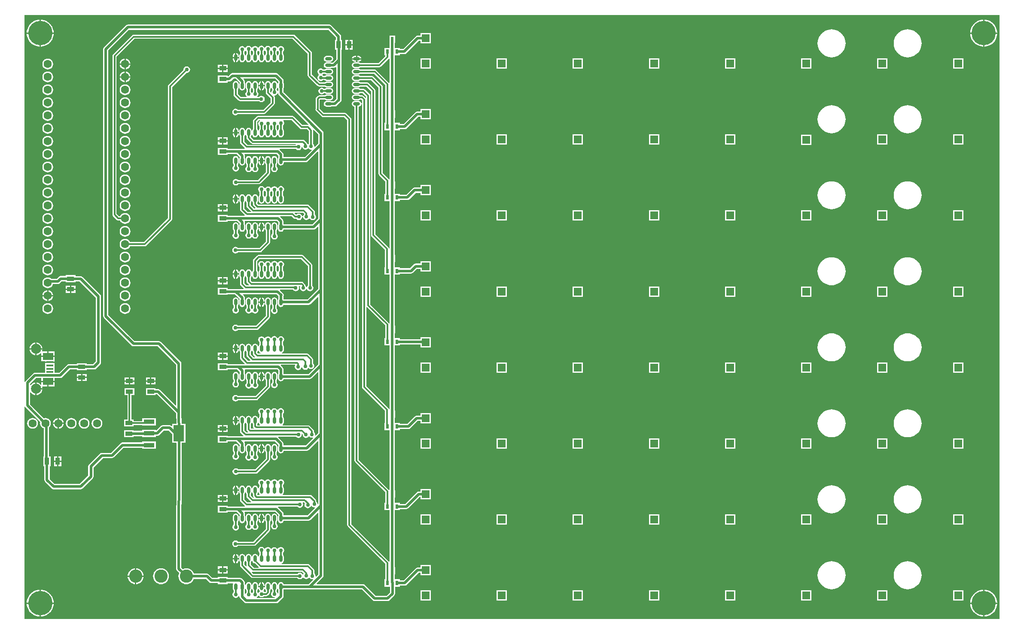
<source format=gtl>
G04*
G04 #@! TF.GenerationSoftware,Altium Limited,Altium Designer,20.1.7 (139)*
G04*
G04 Layer_Physical_Order=1*
G04 Layer_Color=255*
%FSLAX25Y25*%
%MOIN*%
G70*
G04*
G04 #@! TF.SameCoordinates,6C4051BD-8A09-42F4-8E10-95B83C559B0F*
G04*
G04*
G04 #@! TF.FilePolarity,Positive*
G04*
G01*
G75*
%ADD31O,0.02362X0.05315*%
%ADD32O,0.05315X0.02362*%
%ADD33R,0.08465X0.03543*%
%ADD34R,0.08465X0.12598*%
%ADD35R,0.02362X0.03740*%
%ADD36R,0.05512X0.03347*%
%ADD37R,0.05512X0.03543*%
%ADD38R,0.03543X0.05512*%
%ADD39R,0.05433X0.01772*%
%ADD40R,0.08268X0.05807*%
%ADD41C,0.02008*%
%ADD42C,0.01181*%
%ADD43C,0.06299*%
%ADD44C,0.10236*%
%ADD45C,0.07874*%
%ADD46R,0.06000X0.06000*%
%ADD47C,0.03000*%
%ADD48C,0.18898*%
G36*
X445321Y-18156D02*
X-311463D01*
Y146907D01*
X-310963Y146956D01*
X-310943Y146856D01*
X-310500Y146193D01*
X-299171Y134864D01*
X-299304Y133858D01*
X-299161Y132775D01*
X-298743Y131766D01*
X-298078Y130899D01*
X-297211Y130234D01*
X-296551Y129960D01*
Y108087D01*
X-296669D01*
Y100575D01*
X-295941D01*
Y89759D01*
X-295785Y88977D01*
X-295342Y88314D01*
X-290229Y83201D01*
X-289566Y82758D01*
X-288784Y82603D01*
X-267717D01*
X-266935Y82758D01*
X-266272Y83201D01*
X-258398Y91075D01*
X-257955Y91738D01*
X-257799Y92520D01*
Y99547D01*
X-250532Y106815D01*
X-243504D01*
X-242722Y106971D01*
X-242059Y107413D01*
X-234587Y114886D01*
X-219898D01*
Y114157D01*
X-209433D01*
Y119701D01*
X-219898D01*
Y118972D01*
X-235433D01*
X-236215Y118817D01*
X-236878Y118374D01*
X-244350Y110901D01*
X-251378D01*
X-252160Y110746D01*
X-252823Y110303D01*
X-261287Y101839D01*
X-261730Y101176D01*
X-261886Y100394D01*
Y93366D01*
X-268563Y86689D01*
X-287938D01*
X-291854Y90605D01*
Y100575D01*
X-291126D01*
Y108087D01*
X-292465D01*
Y130664D01*
X-292159Y130899D01*
X-291493Y131766D01*
X-291075Y132775D01*
X-290933Y133858D01*
X-291075Y134941D01*
X-291493Y135951D01*
X-292159Y136818D01*
X-293025Y137483D01*
X-294035Y137901D01*
X-295118Y138044D01*
X-296201Y137901D01*
X-296362Y137834D01*
X-307012Y148484D01*
Y157630D01*
X-306512Y157800D01*
X-305982Y157109D01*
X-304950Y156317D01*
X-303749Y155820D01*
X-302961Y155716D01*
Y160630D01*
Y165544D01*
X-303749Y165440D01*
X-304950Y164942D01*
X-305982Y164151D01*
X-306512Y163460D01*
X-307012Y163630D01*
Y164508D01*
X-302500Y169020D01*
X-298244D01*
Y166937D01*
X-287976D01*
Y169020D01*
X-283661D01*
X-282879Y169175D01*
X-282217Y169618D01*
X-276122Y175713D01*
X-270685D01*
Y174984D01*
X-263173D01*
Y175713D01*
X-257283D01*
X-256502Y175868D01*
X-255839Y176311D01*
X-252492Y179658D01*
X-252049Y180321D01*
X-251894Y181102D01*
Y232283D01*
X-252049Y233065D01*
X-252492Y233728D01*
X-266272Y247508D01*
X-266935Y247951D01*
X-267717Y248106D01*
X-271835D01*
Y249031D01*
X-279346D01*
Y248303D01*
X-283268D01*
X-284050Y248148D01*
X-284713Y247705D01*
X-286279Y246138D01*
X-290590D01*
X-291214Y246617D01*
X-292224Y247035D01*
X-293307Y247178D01*
X-294390Y247035D01*
X-295400Y246617D01*
X-296267Y245952D01*
X-296932Y245085D01*
X-297350Y244075D01*
X-297493Y242992D01*
X-297350Y241909D01*
X-296932Y240899D01*
X-296267Y240033D01*
X-295400Y239368D01*
X-294390Y238949D01*
X-293307Y238807D01*
X-292224Y238949D01*
X-291214Y239368D01*
X-290348Y240033D01*
X-289682Y240899D01*
X-289264Y241909D01*
X-289246Y242051D01*
X-285433D01*
X-284651Y242207D01*
X-283988Y242650D01*
X-282421Y244217D01*
X-279346D01*
Y243488D01*
X-271835D01*
Y244020D01*
X-268563D01*
X-255980Y231437D01*
Y181949D01*
X-258130Y179799D01*
X-263173D01*
Y180528D01*
X-270685D01*
Y179799D01*
X-276969D01*
X-277750Y179644D01*
X-278413Y179201D01*
X-284508Y173106D01*
X-288016D01*
Y176854D01*
Y179413D01*
Y180799D01*
X-295449D01*
Y179413D01*
Y176854D01*
Y173106D01*
X-303346D01*
X-304128Y172951D01*
X-304791Y172508D01*
X-310500Y166799D01*
X-310943Y166136D01*
X-310963Y166036D01*
X-311463Y166085D01*
Y451227D01*
X445321D01*
Y-18156D01*
D02*
G37*
%LPC*%
G36*
X433571Y447450D02*
Y437508D01*
X443513D01*
X443423Y438648D01*
X443039Y440247D01*
X442410Y441766D01*
X441550Y443168D01*
X440482Y444419D01*
X439231Y445487D01*
X437829Y446347D01*
X436310Y446976D01*
X434711Y447360D01*
X433571Y447450D01*
D02*
G37*
G36*
X432571D02*
X431431Y447360D01*
X429832Y446976D01*
X428312Y446347D01*
X426910Y445487D01*
X425660Y444419D01*
X424591Y443168D01*
X423732Y441766D01*
X423103Y440247D01*
X422719Y438648D01*
X422629Y437508D01*
X432571D01*
Y447450D01*
D02*
G37*
G36*
X-298713D02*
Y437508D01*
X-288771D01*
X-288861Y438648D01*
X-289245Y440247D01*
X-289874Y441766D01*
X-290733Y443168D01*
X-291801Y444419D01*
X-293052Y445487D01*
X-294454Y446347D01*
X-295974Y446976D01*
X-297573Y447360D01*
X-298713Y447450D01*
D02*
G37*
G36*
X-299713D02*
X-300852Y447360D01*
X-302451Y446976D01*
X-303971Y446347D01*
X-305373Y445487D01*
X-306624Y444419D01*
X-307692Y443168D01*
X-308551Y441766D01*
X-309181Y440247D01*
X-309565Y438648D01*
X-309654Y437508D01*
X-299713D01*
Y447450D01*
D02*
G37*
G36*
X-56677Y431709D02*
X-58949D01*
Y428453D01*
X-56677D01*
Y431709D01*
D02*
G37*
G36*
X-59949D02*
X-62221D01*
Y428453D01*
X-59949D01*
Y431709D01*
D02*
G37*
G36*
X443513Y436508D02*
X433571D01*
Y426566D01*
X434711Y426656D01*
X436310Y427040D01*
X437829Y427669D01*
X439231Y428528D01*
X440482Y429597D01*
X441550Y430847D01*
X442410Y432249D01*
X443039Y433769D01*
X443423Y435368D01*
X443513Y436508D01*
D02*
G37*
G36*
X432571D02*
X422629D01*
X422719Y435368D01*
X423103Y433769D01*
X423732Y432249D01*
X424591Y430847D01*
X425660Y429597D01*
X426910Y428528D01*
X428312Y427669D01*
X429832Y427040D01*
X431431Y426656D01*
X432571Y426566D01*
Y436508D01*
D02*
G37*
G36*
X-288771D02*
X-298713D01*
Y426566D01*
X-297573Y426656D01*
X-295974Y427040D01*
X-294454Y427669D01*
X-293052Y428528D01*
X-291801Y429597D01*
X-290733Y430847D01*
X-289874Y432249D01*
X-289245Y433769D01*
X-288861Y435368D01*
X-288771Y436508D01*
D02*
G37*
G36*
X-299713D02*
X-309654D01*
X-309565Y435368D01*
X-309181Y433769D01*
X-308551Y432249D01*
X-307692Y430847D01*
X-306624Y429597D01*
X-305373Y428528D01*
X-303971Y427669D01*
X-302451Y427040D01*
X-300852Y426656D01*
X-299713Y426566D01*
Y436508D01*
D02*
G37*
G36*
X-127421Y427293D02*
X-128397Y427099D01*
X-129224Y426546D01*
X-129680Y425864D01*
X-130143Y425803D01*
X-130258Y425830D01*
X-130619Y426369D01*
X-131446Y426922D01*
X-132421Y427116D01*
X-133397Y426922D01*
X-134224Y426369D01*
X-134604Y425800D01*
X-134662Y425782D01*
X-135182Y425834D01*
X-135619Y426487D01*
X-136446Y427040D01*
X-137421Y427234D01*
X-138397Y427040D01*
X-139224Y426487D01*
X-139713Y425756D01*
X-140089Y425686D01*
X-140278Y425702D01*
X-140619Y426212D01*
X-141446Y426764D01*
X-142421Y426958D01*
X-143397Y426764D01*
X-144224Y426212D01*
X-144776Y425385D01*
X-144970Y424409D01*
X-144776Y423434D01*
X-144224Y422607D01*
X-144043Y422486D01*
Y420987D01*
X-144476Y420339D01*
X-144645Y419488D01*
Y416535D01*
X-144476Y415684D01*
X-143994Y414963D01*
X-143272Y414481D01*
X-142421Y414312D01*
X-141570Y414481D01*
X-140849Y414963D01*
X-140367Y415684D01*
X-140197Y416535D01*
Y419488D01*
X-140367Y420339D01*
X-140799Y420987D01*
Y422486D01*
X-140619Y422607D01*
X-140130Y423339D01*
X-139753Y423408D01*
X-139565Y423393D01*
X-139224Y422883D01*
X-139043Y422762D01*
Y420987D01*
X-139476Y420339D01*
X-139645Y419488D01*
Y416535D01*
X-139476Y415684D01*
X-138994Y414963D01*
X-138272Y414481D01*
X-137421Y414312D01*
X-136570Y414481D01*
X-135849Y414963D01*
X-135367Y415684D01*
X-135197Y416535D01*
Y419488D01*
X-135367Y420339D01*
X-135800Y420987D01*
Y422762D01*
X-135619Y422883D01*
X-135239Y423452D01*
X-135180Y423469D01*
X-134660Y423418D01*
X-134224Y422764D01*
X-134043Y422644D01*
Y420987D01*
X-134476Y420339D01*
X-134645Y419488D01*
Y416535D01*
X-134476Y415684D01*
X-133994Y414963D01*
X-133272Y414481D01*
X-132421Y414312D01*
X-131570Y414481D01*
X-130849Y414963D01*
X-130367Y415684D01*
X-130197Y416535D01*
Y419488D01*
X-130367Y420339D01*
X-130799Y420987D01*
Y422644D01*
X-130619Y422764D01*
X-130163Y423447D01*
X-129699Y423508D01*
X-129584Y423481D01*
X-129224Y422942D01*
X-129043Y422821D01*
Y420987D01*
X-129476Y420339D01*
X-129645Y419488D01*
Y416535D01*
X-129476Y415684D01*
X-128994Y414963D01*
X-128272Y414481D01*
X-127421Y414312D01*
X-126570Y414481D01*
X-125849Y414963D01*
X-125367Y415684D01*
X-125197Y416535D01*
Y419488D01*
X-125367Y420339D01*
X-125800Y420987D01*
Y422821D01*
X-125619Y422942D01*
X-125219Y423540D01*
X-125205Y423546D01*
X-124646Y423515D01*
X-124224Y422883D01*
X-124043Y422762D01*
Y420987D01*
X-124476Y420339D01*
X-124645Y419488D01*
Y416535D01*
X-124476Y415684D01*
X-123994Y414963D01*
X-123272Y414481D01*
X-122421Y414312D01*
X-121570Y414481D01*
X-120849Y414963D01*
X-120367Y415684D01*
X-120197Y416535D01*
Y419488D01*
X-120367Y420339D01*
X-120800Y420987D01*
Y422762D01*
X-120619Y422883D01*
X-120258Y423422D01*
X-120143Y423449D01*
X-119680Y423388D01*
X-119224Y422706D01*
X-119043Y422585D01*
Y420987D01*
X-119476Y420339D01*
X-119645Y419488D01*
Y416535D01*
X-119476Y415684D01*
X-118994Y414963D01*
X-118272Y414481D01*
X-117421Y414312D01*
X-116570Y414481D01*
X-115849Y414963D01*
X-115367Y415684D01*
X-115197Y416535D01*
Y419488D01*
X-115367Y420339D01*
X-115799Y420987D01*
Y422585D01*
X-115619Y422706D01*
X-115200Y423333D01*
X-114636Y423328D01*
X-114214Y422696D01*
X-114043Y422581D01*
Y420987D01*
X-114476Y420339D01*
X-114645Y419488D01*
Y416535D01*
X-114476Y415684D01*
X-113994Y414963D01*
X-113272Y414481D01*
X-112421Y414312D01*
X-111570Y414481D01*
X-110849Y414963D01*
X-110367Y415684D01*
X-110197Y416535D01*
Y419488D01*
X-110367Y420339D01*
X-110800Y420987D01*
Y422568D01*
X-110609Y422696D01*
X-110056Y423523D01*
X-109862Y424498D01*
X-110056Y425473D01*
X-110609Y426300D01*
X-111436Y426853D01*
X-112411Y427047D01*
X-113387Y426853D01*
X-114214Y426300D01*
X-114633Y425673D01*
X-115197Y425678D01*
X-115619Y426310D01*
X-116446Y426863D01*
X-117421Y427057D01*
X-118397Y426863D01*
X-119224Y426310D01*
X-119584Y425771D01*
X-119699Y425744D01*
X-120163Y425805D01*
X-120619Y426487D01*
X-121446Y427040D01*
X-122421Y427234D01*
X-123397Y427040D01*
X-124224Y426487D01*
X-124624Y425889D01*
X-124638Y425883D01*
X-125197Y425915D01*
X-125619Y426546D01*
X-126446Y427099D01*
X-127421Y427293D01*
D02*
G37*
G36*
X-56677Y427453D02*
X-58949D01*
Y424197D01*
X-56677D01*
Y427453D01*
D02*
G37*
G36*
X-59949D02*
X-62221D01*
Y424197D01*
X-59949D01*
Y427453D01*
D02*
G37*
G36*
X-146921Y421613D02*
Y418512D01*
X-145197D01*
Y419488D01*
X-145367Y420339D01*
X-145849Y421061D01*
X-146570Y421543D01*
X-146921Y421613D01*
D02*
G37*
G36*
X-147921D02*
X-148272Y421543D01*
X-148994Y421061D01*
X-149476Y420339D01*
X-149645Y419488D01*
Y418512D01*
X-147921D01*
Y421613D01*
D02*
G37*
G36*
X374016Y440010D02*
X372314Y439876D01*
X370655Y439478D01*
X369078Y438825D01*
X367623Y437933D01*
X366325Y436824D01*
X365217Y435527D01*
X364325Y434071D01*
X363672Y432495D01*
X363274Y430835D01*
X363140Y429134D01*
X363274Y427432D01*
X363672Y425773D01*
X364325Y424196D01*
X365217Y422741D01*
X366325Y421443D01*
X367623Y420335D01*
X369078Y419443D01*
X370655Y418790D01*
X372314Y418392D01*
X374016Y418258D01*
X375717Y418392D01*
X377377Y418790D01*
X378953Y419443D01*
X380409Y420335D01*
X381706Y421443D01*
X382815Y422741D01*
X383706Y424196D01*
X384360Y425773D01*
X384758Y427432D01*
X384892Y429134D01*
X384758Y430835D01*
X384360Y432495D01*
X383706Y434071D01*
X382815Y435527D01*
X381706Y436824D01*
X380409Y437933D01*
X378953Y438825D01*
X377377Y439478D01*
X375717Y439876D01*
X374016Y440010D01*
D02*
G37*
G36*
X314961D02*
X313259Y439876D01*
X311600Y439478D01*
X310023Y438825D01*
X308568Y437933D01*
X307270Y436824D01*
X306162Y435527D01*
X305270Y434071D01*
X304617Y432495D01*
X304219Y430835D01*
X304085Y429134D01*
X304219Y427432D01*
X304617Y425773D01*
X305270Y424196D01*
X306162Y422741D01*
X307270Y421443D01*
X308568Y420335D01*
X310023Y419443D01*
X311600Y418790D01*
X313259Y418392D01*
X314961Y418258D01*
X316662Y418392D01*
X318321Y418790D01*
X319898Y419443D01*
X321353Y420335D01*
X322651Y421443D01*
X323760Y422741D01*
X324651Y424196D01*
X325304Y425773D01*
X325703Y427432D01*
X325837Y429134D01*
X325703Y430835D01*
X325304Y432495D01*
X324651Y434071D01*
X323760Y435527D01*
X322651Y436824D01*
X321353Y437933D01*
X319898Y438825D01*
X318321Y439478D01*
X316662Y439876D01*
X314961Y440010D01*
D02*
G37*
G36*
X-52165Y419330D02*
X-53142D01*
Y417606D01*
X-50041D01*
X-50111Y417957D01*
X-50593Y418679D01*
X-51314Y419161D01*
X-52165Y419330D01*
D02*
G37*
G36*
X-54142D02*
X-55118D01*
X-55969Y419161D01*
X-56691Y418679D01*
X-57173Y417957D01*
X-57243Y417606D01*
X-54142D01*
Y419330D01*
D02*
G37*
G36*
X-50041Y416606D02*
X-53142D01*
Y414883D01*
X-52165D01*
X-51314Y415052D01*
X-50593Y415534D01*
X-50111Y416255D01*
X-50041Y416606D01*
D02*
G37*
G36*
X-54142D02*
X-57243D01*
X-57173Y416255D01*
X-56691Y415534D01*
X-55969Y415052D01*
X-55118Y414883D01*
X-54142D01*
Y416606D01*
D02*
G37*
G36*
X-74016Y419330D02*
X-76968D01*
X-77820Y419161D01*
X-78541Y418679D01*
X-79023Y417957D01*
X-79192Y417106D01*
X-79023Y416255D01*
X-78541Y415534D01*
X-77820Y415052D01*
X-76968Y414883D01*
X-74016D01*
X-73165Y415052D01*
X-72443Y415534D01*
X-71961Y416255D01*
X-71792Y417106D01*
X-71961Y417957D01*
X-72443Y418679D01*
X-73165Y419161D01*
X-74016Y419330D01*
D02*
G37*
G36*
X-145197Y417512D02*
X-146921D01*
Y414411D01*
X-146570Y414481D01*
X-145849Y414963D01*
X-145367Y415684D01*
X-145197Y416535D01*
Y417512D01*
D02*
G37*
G36*
X-147921D02*
X-149645D01*
Y416535D01*
X-149476Y415684D01*
X-148994Y414963D01*
X-148272Y414481D01*
X-147921Y414411D01*
Y417512D01*
D02*
G37*
G36*
X-74803Y443677D02*
X-231201D01*
X-231983Y443521D01*
X-232646Y443079D01*
X-249771Y425953D01*
X-250214Y425290D01*
X-250370Y424508D01*
X-250370Y217224D01*
X-250214Y216442D01*
X-249771Y215780D01*
X-228216Y194225D01*
X-227554Y193782D01*
X-226772Y193626D01*
X-207923D01*
X-193677Y179380D01*
Y148007D01*
X-194139Y147816D01*
X-206232Y159909D01*
X-206895Y160352D01*
X-207677Y160508D01*
X-209630D01*
Y161236D01*
X-217142D01*
Y155693D01*
X-209630D01*
Y156421D01*
X-208524D01*
X-193657Y141555D01*
X-193467Y133641D01*
X-193817Y133283D01*
X-196866D01*
Y131905D01*
X-197328Y131714D01*
X-197374Y131760D01*
X-198037Y132203D01*
X-198819Y132358D01*
X-204183D01*
X-204965Y132203D01*
X-205628Y131760D01*
X-208933Y128454D01*
X-209433Y128662D01*
Y128756D01*
X-219898D01*
Y127978D01*
X-226559D01*
Y128559D01*
X-234071D01*
Y123213D01*
X-226559D01*
Y123892D01*
X-219898D01*
Y123213D01*
X-209433D01*
Y123941D01*
X-208514D01*
X-207732Y124097D01*
X-207069Y124539D01*
X-203337Y128272D01*
X-199665D01*
X-196866Y125473D01*
Y118685D01*
X-193665D01*
X-193312Y118331D01*
X-193677Y20775D01*
X-193676Y20772D01*
X-193677Y20768D01*
X-193600Y20380D01*
X-193524Y19993D01*
X-193522Y19990D01*
X-193521Y19986D01*
X-193302Y19657D01*
X-193084Y19328D01*
X-193081Y19326D01*
X-193079Y19323D01*
X-191354Y17598D01*
X-191507Y17313D01*
X-191856Y16160D01*
X-191974Y14961D01*
X-191856Y13761D01*
X-191507Y12608D01*
X-190938Y11545D01*
X-190174Y10614D01*
X-189242Y9849D01*
X-188179Y9281D01*
X-187026Y8931D01*
X-185827Y8813D01*
X-184627Y8931D01*
X-183474Y9281D01*
X-182411Y9849D01*
X-181480Y10614D01*
X-180715Y11545D01*
X-180147Y12608D01*
X-180053Y12917D01*
X-170531D01*
X-167980Y10366D01*
X-167317Y9923D01*
X-166535Y9768D01*
X-161236D01*
Y8843D01*
X-153724D01*
Y9571D01*
X-149704D01*
X-149508Y9204D01*
X-149485Y9071D01*
X-149645Y8268D01*
Y5315D01*
X-149476Y4464D01*
X-149043Y3816D01*
Y2724D01*
X-149243Y2590D01*
X-149796Y1763D01*
X-149990Y787D01*
X-149796Y-188D01*
X-149243Y-1015D01*
X-148416Y-1568D01*
X-147441Y-1762D01*
X-146466Y-1568D01*
X-145639Y-1015D01*
X-145086Y-188D01*
X-145063Y-72D01*
X-144563Y-121D01*
Y-787D01*
X-144407Y-1569D01*
X-143964Y-2232D01*
X-140815Y-5382D01*
X-140152Y-5825D01*
X-139370Y-5980D01*
X-115945D01*
X-115163Y-5825D01*
X-114500Y-5382D01*
X-110977Y-1858D01*
X-110534Y-1195D01*
X-110378Y-413D01*
Y4447D01*
X-110367Y4464D01*
X-110310Y4748D01*
X-49468D01*
X-41012Y-3709D01*
X-40349Y-4151D01*
X-39567Y-4307D01*
X-29621D01*
X-28839Y-4151D01*
X-28176Y-3709D01*
X-24343Y125D01*
X-23900Y788D01*
X-23744Y1570D01*
Y6874D01*
X-20063D01*
Y7701D01*
X-16240D01*
X-15458Y7856D01*
X-14795Y8299D01*
X-5453Y17642D01*
X-4000D01*
Y15685D01*
X4000D01*
Y23685D01*
X-4000D01*
Y21728D01*
X-6299D01*
X-7081Y21573D01*
X-7744Y21130D01*
X-17086Y11787D01*
X-20063D01*
Y12614D01*
X-23941D01*
Y16520D01*
X-23803D01*
Y22260D01*
X-23941D01*
Y66323D01*
X-20063D01*
Y67150D01*
X-15059D01*
X-14277Y67305D01*
X-13614Y67748D01*
X-4665Y76697D01*
X-4000D01*
Y74740D01*
X4000D01*
Y82740D01*
X-4000D01*
Y80783D01*
X-5512D01*
X-6294Y80628D01*
X-6957Y80185D01*
X-15905Y71236D01*
X-20063D01*
Y72063D01*
X-23941D01*
Y75968D01*
X-23803D01*
Y81709D01*
X-23941D01*
Y128528D01*
X-20063D01*
Y129354D01*
X-13484D01*
X-12702Y129510D01*
X-12039Y129953D01*
X-6240Y135752D01*
X-4000D01*
Y133795D01*
X4000D01*
Y141795D01*
X-4000D01*
Y139839D01*
X-7087D01*
X-7869Y139683D01*
X-8531Y139240D01*
X-14331Y133441D01*
X-20063D01*
Y134268D01*
X-23941D01*
Y138173D01*
X-23803D01*
Y143913D01*
X-23941D01*
Y194276D01*
X-20063D01*
Y194955D01*
X-4000D01*
Y192850D01*
X4000D01*
Y200850D01*
X-4000D01*
Y199041D01*
X-20063D01*
Y200016D01*
X-23941D01*
Y203921D01*
X-23803D01*
Y209661D01*
X-23941D01*
Y249394D01*
X-20063D01*
Y250221D01*
X-11516D01*
X-10734Y250376D01*
X-10071Y250819D01*
X-7028Y253862D01*
X-4000D01*
Y251905D01*
X4000D01*
Y259906D01*
X-4000D01*
Y257949D01*
X-7874D01*
X-8656Y257793D01*
X-9319Y257350D01*
X-12362Y254307D01*
X-20063D01*
Y255134D01*
X-23941D01*
Y259039D01*
X-23803D01*
Y264779D01*
X-23941D01*
Y306480D01*
X-20063D01*
Y307307D01*
X-14272D01*
X-13490Y307463D01*
X-12827Y307906D01*
X-7815Y312917D01*
X-4000D01*
Y310961D01*
X4000D01*
Y318961D01*
X-4000D01*
Y317004D01*
X-8661D01*
X-9443Y316848D01*
X-10106Y316405D01*
X-15118Y311394D01*
X-20063D01*
Y312221D01*
X-23941D01*
Y316126D01*
X-23803D01*
Y321866D01*
X-23941D01*
Y361598D01*
X-20063D01*
Y362425D01*
X-16240D01*
X-15458Y362581D01*
X-14795Y363024D01*
X-5847Y371973D01*
X-4000D01*
Y370016D01*
X4000D01*
Y378016D01*
X-4000D01*
Y376059D01*
X-6693D01*
X-7475Y375903D01*
X-8138Y375461D01*
X-17086Y366512D01*
X-20063D01*
Y367339D01*
X-23941D01*
Y371244D01*
X-23803D01*
Y376984D01*
X-23941D01*
Y419866D01*
X-20063D01*
Y420693D01*
X-16634D01*
X-15852Y420849D01*
X-15189Y421291D01*
X-5453Y431028D01*
X-4000D01*
Y429071D01*
X4000D01*
Y437071D01*
X-4000D01*
Y435114D01*
X-6299D01*
X-7081Y434959D01*
X-7744Y434516D01*
X-17480Y424779D01*
X-20063D01*
Y425606D01*
X-23941D01*
Y429512D01*
X-23803D01*
Y435252D01*
X-28165D01*
Y429512D01*
X-28027D01*
Y425606D01*
X-31905D01*
Y419866D01*
X-31248D01*
Y419077D01*
X-36597Y413728D01*
X-50666D01*
X-51314Y414161D01*
X-52165Y414330D01*
X-55118D01*
X-55969Y414161D01*
X-56691Y413679D01*
X-57173Y412957D01*
X-57342Y412106D01*
X-57173Y411255D01*
X-56691Y410534D01*
X-55969Y410052D01*
X-55118Y409882D01*
X-52165D01*
X-51314Y410052D01*
X-50666Y410485D01*
X-35925D01*
X-35305Y410608D01*
X-34778Y410960D01*
X-28527Y417211D01*
X-28327Y417183D01*
X-28027Y417035D01*
Y398664D01*
X-28527Y398512D01*
X-28578Y398588D01*
X-38243Y408253D01*
X-38769Y408605D01*
X-39390Y408728D01*
X-50666D01*
X-51314Y409161D01*
X-52165Y409330D01*
X-55118D01*
X-55969Y409161D01*
X-56691Y408679D01*
X-57173Y407957D01*
X-57342Y407106D01*
X-57173Y406255D01*
X-56691Y405534D01*
X-55969Y405052D01*
X-55118Y404882D01*
X-52165D01*
X-51314Y405052D01*
X-50666Y405485D01*
X-40062D01*
X-31346Y396769D01*
Y367339D01*
X-31905D01*
Y361598D01*
X-28027D01*
Y323615D01*
X-28527Y323464D01*
X-28676Y323686D01*
X-33319Y328329D01*
Y395374D01*
X-33443Y395995D01*
X-33794Y396521D01*
X-40527Y403253D01*
X-41053Y403605D01*
X-41673Y403728D01*
X-50666D01*
X-51314Y404161D01*
X-52165Y404330D01*
X-55118D01*
X-55969Y404161D01*
X-56691Y403679D01*
X-57173Y402957D01*
X-57342Y402106D01*
X-57173Y401255D01*
X-56691Y400534D01*
X-55969Y400052D01*
X-55118Y399883D01*
X-52165D01*
X-51314Y400052D01*
X-50666Y400485D01*
X-42345D01*
X-36563Y394702D01*
Y327658D01*
X-36439Y327037D01*
X-36088Y326511D01*
X-31444Y321868D01*
Y312221D01*
X-31905D01*
Y306480D01*
X-28027D01*
Y269693D01*
X-28527Y269644D01*
X-28620Y270109D01*
X-28971Y270635D01*
X-39126Y280790D01*
Y392520D01*
X-39250Y393140D01*
X-39601Y393666D01*
X-44188Y398253D01*
X-44714Y398605D01*
X-45335Y398728D01*
X-50666D01*
X-51314Y399161D01*
X-52165Y399330D01*
X-55118D01*
X-55969Y399161D01*
X-56691Y398679D01*
X-57173Y397957D01*
X-57342Y397106D01*
X-57173Y396255D01*
X-56691Y395534D01*
X-55969Y395052D01*
X-55118Y394882D01*
X-52165D01*
X-51314Y395052D01*
X-50666Y395485D01*
X-46006D01*
X-42370Y391848D01*
Y280118D01*
X-42246Y279498D01*
X-41895Y278971D01*
X-31740Y268816D01*
Y255134D01*
X-31905D01*
Y249394D01*
X-28027D01*
Y211706D01*
X-28527Y211554D01*
X-28676Y211777D01*
X-43063Y226164D01*
Y388484D01*
X-43187Y389105D01*
X-43538Y389631D01*
X-47160Y393253D01*
X-47686Y393605D01*
X-48307Y393728D01*
X-50666D01*
X-51314Y394161D01*
X-52165Y394330D01*
X-55118D01*
X-55969Y394161D01*
X-56691Y393679D01*
X-57173Y392957D01*
X-57342Y392106D01*
X-57173Y391255D01*
X-56691Y390534D01*
X-55969Y390052D01*
X-55118Y389882D01*
X-52165D01*
X-51314Y390052D01*
X-50666Y390485D01*
X-48979D01*
X-46307Y387812D01*
Y386979D01*
X-46338Y386955D01*
X-46807Y386797D01*
X-48263Y388253D01*
X-48789Y388605D01*
X-49409Y388728D01*
X-50666D01*
X-51314Y389161D01*
X-52165Y389330D01*
X-55118D01*
X-55969Y389161D01*
X-56691Y388679D01*
X-57173Y387957D01*
X-57342Y387106D01*
X-57173Y386255D01*
X-56691Y385534D01*
X-55969Y385052D01*
X-55118Y384882D01*
X-52165D01*
X-51314Y385052D01*
X-50666Y385485D01*
X-50081D01*
X-49456Y384860D01*
Y382485D01*
X-49498Y382439D01*
X-49816Y382473D01*
X-50037Y382587D01*
X-50111Y382957D01*
X-50593Y383679D01*
X-51314Y384161D01*
X-52165Y384330D01*
X-55118D01*
X-55969Y384161D01*
X-56691Y383679D01*
X-57173Y382957D01*
X-57342Y382106D01*
X-57173Y381255D01*
X-56691Y380534D01*
X-55969Y380052D01*
X-55263Y379911D01*
Y104921D01*
X-55140Y104301D01*
X-54789Y103774D01*
X-31346Y80332D01*
Y72063D01*
X-31905D01*
Y66323D01*
X-28027D01*
Y26518D01*
X-28527Y26367D01*
X-28578Y26442D01*
X-57729Y55593D01*
Y370079D01*
X-57852Y370699D01*
X-58204Y371226D01*
X-61550Y374572D01*
X-62076Y374923D01*
X-62697Y375047D01*
X-78960D01*
X-82237Y378323D01*
Y385155D01*
X-81907Y385485D01*
X-78467D01*
X-77820Y385052D01*
X-76968Y384882D01*
X-74016D01*
X-73165Y385052D01*
X-72443Y385534D01*
X-71961Y386255D01*
X-71792Y387106D01*
X-71961Y387957D01*
X-72443Y388679D01*
X-73165Y389161D01*
X-74016Y389330D01*
X-76968D01*
X-77820Y389161D01*
X-78467Y388728D01*
X-82579D01*
X-83199Y388605D01*
X-83726Y388253D01*
X-85005Y386974D01*
X-85356Y386447D01*
X-85480Y385827D01*
Y378262D01*
X-85581Y377753D01*
X-85458Y377132D01*
X-85106Y376606D01*
X-80778Y372278D01*
X-80252Y371927D01*
X-79632Y371803D01*
X-63369D01*
X-60972Y369407D01*
Y54921D01*
X-60849Y54301D01*
X-60497Y53774D01*
X-31346Y24623D01*
Y12614D01*
X-31905D01*
Y6874D01*
X-27831D01*
Y2416D01*
X-30467Y-221D01*
X-38721D01*
X-47177Y8236D01*
X-47840Y8679D01*
X-48622Y8834D01*
X-84473D01*
X-84664Y9296D01*
X-79855Y14106D01*
X-79412Y14769D01*
X-79256Y15551D01*
Y69882D01*
Y125591D01*
Y178937D01*
Y188091D01*
X-79256Y237598D01*
Y292126D01*
Y304134D01*
X-79256Y336024D01*
Y350492D01*
Y359252D01*
X-79412Y360034D01*
X-79855Y360697D01*
X-110378Y391220D01*
Y393817D01*
X-110367Y393834D01*
X-110197Y394685D01*
Y397638D01*
X-110367Y398489D01*
X-110378Y398506D01*
Y400216D01*
X-110534Y400998D01*
X-110977Y401661D01*
X-114697Y405382D01*
X-115360Y405825D01*
X-116142Y405980D01*
X-150000D01*
X-150782Y405825D01*
X-151445Y405382D01*
X-153224Y403602D01*
X-153724Y403809D01*
Y404150D01*
X-161236D01*
Y398606D01*
X-153724D01*
Y399335D01*
X-152559D01*
X-151777Y399490D01*
X-151114Y399933D01*
X-149154Y401894D01*
X-147697D01*
X-144532Y398729D01*
Y398205D01*
X-144645Y397638D01*
Y394685D01*
X-144476Y393834D01*
X-143994Y393113D01*
X-143272Y392631D01*
X-142421Y392461D01*
X-141570Y392631D01*
X-140849Y393113D01*
X-140367Y393834D01*
X-140197Y394685D01*
Y397638D01*
X-140367Y398489D01*
X-140446Y398607D01*
Y399576D01*
X-140601Y400358D01*
X-141044Y401020D01*
X-141456Y401432D01*
X-141264Y401894D01*
X-116988D01*
X-114464Y399370D01*
Y398506D01*
X-114476Y398489D01*
X-114645Y397638D01*
Y394685D01*
X-114476Y393834D01*
X-114464Y393817D01*
Y392220D01*
X-114687Y392145D01*
X-114964Y392137D01*
X-115471Y392895D01*
X-115799Y393114D01*
Y393186D01*
X-115367Y393834D01*
X-115197Y394685D01*
Y397638D01*
X-115367Y398489D01*
X-115849Y399210D01*
X-116570Y399692D01*
X-117421Y399862D01*
X-118272Y399692D01*
X-118994Y399210D01*
X-119476Y398489D01*
X-119645Y397638D01*
Y394685D01*
X-119476Y393834D01*
X-119043Y393186D01*
Y392917D01*
X-119076Y392895D01*
X-119629Y392068D01*
X-119816Y391124D01*
X-120055Y390968D01*
X-120259Y390859D01*
X-120800Y391400D01*
Y393186D01*
X-120367Y393834D01*
X-120197Y394685D01*
Y397638D01*
X-120367Y398489D01*
X-120849Y399210D01*
X-121570Y399692D01*
X-122421Y399862D01*
X-123272Y399692D01*
X-123994Y399210D01*
X-124476Y398489D01*
X-124645Y397638D01*
Y394685D01*
X-124476Y393834D01*
X-124043Y393186D01*
Y390728D01*
X-123919Y390108D01*
X-123568Y389582D01*
X-120421Y386435D01*
Y383250D01*
X-126164Y377507D01*
X-144390D01*
X-144414Y377503D01*
X-144439Y377507D01*
X-145753Y377467D01*
X-145835Y377590D01*
X-146662Y378142D01*
X-147638Y378336D01*
X-148613Y378142D01*
X-149440Y377590D01*
X-149993Y376763D01*
X-150187Y375787D01*
X-149993Y374812D01*
X-149440Y373985D01*
X-148613Y373432D01*
X-147638Y373238D01*
X-146662Y373432D01*
X-145835Y373985D01*
X-145675Y374224D01*
X-144365Y374264D01*
X-125492D01*
X-124872Y374388D01*
X-124345Y374739D01*
X-117652Y381432D01*
X-117301Y381958D01*
X-117177Y382579D01*
Y387106D01*
X-117301Y387727D01*
X-117542Y388087D01*
X-117274Y388544D01*
X-116298Y388738D01*
X-115471Y389290D01*
X-114922Y390112D01*
X-114897Y390117D01*
X-114411Y390106D01*
X-114309Y389592D01*
X-113866Y388929D01*
X-91046Y366109D01*
X-91292Y365648D01*
X-91535Y365697D01*
X-95785D01*
X-102298Y372210D01*
X-102824Y372561D01*
X-103445Y372685D01*
X-130118D01*
X-130739Y372561D01*
X-131265Y372210D01*
X-133568Y369907D01*
X-133920Y369380D01*
X-134043Y368760D01*
Y362719D01*
X-134476Y362071D01*
X-134645Y361220D01*
Y358268D01*
X-134476Y357417D01*
X-133994Y356695D01*
X-133272Y356213D01*
X-132421Y356044D01*
X-131570Y356213D01*
X-130849Y356695D01*
X-130367Y357417D01*
X-130197Y358268D01*
Y361220D01*
X-130367Y362071D01*
X-130799Y362719D01*
Y368088D01*
X-129446Y369441D01*
X-128678D01*
X-128527Y368941D01*
X-129224Y368476D01*
X-129776Y367649D01*
X-129970Y366673D01*
X-129776Y365698D01*
X-129224Y364871D01*
X-129043Y364750D01*
Y362719D01*
X-129476Y362071D01*
X-129645Y361220D01*
Y358268D01*
X-129476Y357417D01*
X-128994Y356695D01*
X-128272Y356213D01*
X-127421Y356044D01*
X-126570Y356213D01*
X-125849Y356695D01*
X-125367Y357417D01*
X-125197Y358268D01*
Y361220D01*
X-125367Y362071D01*
X-125800Y362719D01*
Y364750D01*
X-125619Y364871D01*
X-125097Y365652D01*
X-124846Y365712D01*
X-124550Y365732D01*
X-124145Y365127D01*
X-124043Y365059D01*
Y362719D01*
X-124476Y362071D01*
X-124645Y361220D01*
Y358268D01*
X-124476Y357417D01*
X-123994Y356695D01*
X-123272Y356213D01*
X-122421Y356044D01*
X-121570Y356213D01*
X-120849Y356695D01*
X-120367Y357417D01*
X-120197Y358268D01*
Y361220D01*
X-120367Y362071D01*
X-120800Y362719D01*
Y364953D01*
X-120540Y365127D01*
X-120203Y365632D01*
X-119614Y365613D01*
X-119224Y365028D01*
X-119043Y364908D01*
Y362719D01*
X-119476Y362071D01*
X-119645Y361220D01*
Y358268D01*
X-119476Y357417D01*
X-118994Y356695D01*
X-118272Y356213D01*
X-117421Y356044D01*
X-116570Y356213D01*
X-115849Y356695D01*
X-115367Y357417D01*
X-115197Y358268D01*
Y361220D01*
X-115367Y362071D01*
X-115799Y362719D01*
Y364908D01*
X-115619Y365028D01*
X-115066Y365855D01*
X-114542Y365928D01*
X-114204Y365422D01*
X-114043Y365314D01*
Y362719D01*
X-114476Y362071D01*
X-114645Y361220D01*
Y358268D01*
X-114476Y357417D01*
X-113994Y356695D01*
X-113272Y356213D01*
X-112421Y356044D01*
X-111570Y356213D01*
X-110849Y356695D01*
X-110367Y357417D01*
X-110197Y358268D01*
Y361220D01*
X-110367Y362071D01*
X-110800Y362719D01*
Y365288D01*
X-110599Y365422D01*
X-110047Y366249D01*
X-109853Y367224D01*
X-110047Y368200D01*
X-110542Y368941D01*
X-110388Y369441D01*
X-104117D01*
X-97603Y362928D01*
X-97077Y362577D01*
X-96457Y362453D01*
X-92207D01*
X-90598Y360844D01*
Y351037D01*
X-90779Y350917D01*
X-90974Y350625D01*
X-91474D01*
X-91603Y350818D01*
X-91842Y350978D01*
X-91907Y351307D01*
X-92259Y351833D01*
X-94132Y353706D01*
X-94658Y354057D01*
X-95279Y354181D01*
X-133580D01*
X-135800Y356400D01*
Y356769D01*
X-135367Y357417D01*
X-135197Y358268D01*
Y361220D01*
X-135367Y362071D01*
X-135849Y362793D01*
X-136570Y363275D01*
X-137421Y363444D01*
X-138272Y363275D01*
X-138994Y362793D01*
X-139476Y362071D01*
X-139645Y361220D01*
Y358268D01*
X-139476Y357417D01*
X-139043Y356769D01*
Y355728D01*
X-138919Y355108D01*
X-138568Y354582D01*
X-135399Y351412D01*
X-134873Y351061D01*
X-134252Y350937D01*
X-101093D01*
X-100845Y350437D01*
X-100991Y350244D01*
X-138403D01*
X-140799Y352640D01*
Y356769D01*
X-140367Y357417D01*
X-140197Y358268D01*
Y361220D01*
X-140367Y362071D01*
X-140849Y362793D01*
X-141570Y363275D01*
X-142421Y363444D01*
X-143272Y363275D01*
X-143994Y362793D01*
X-144476Y362071D01*
X-144645Y361220D01*
Y358268D01*
X-144476Y357417D01*
X-144043Y356769D01*
Y351969D01*
X-143920Y351348D01*
X-143568Y350822D01*
X-140368Y347622D01*
X-140575Y347122D01*
X-153724D01*
Y347850D01*
X-161236D01*
Y342307D01*
X-153724D01*
Y343036D01*
X-146712D01*
X-144465Y340788D01*
Y340238D01*
X-144476Y340221D01*
X-144645Y339370D01*
Y336417D01*
X-144476Y335566D01*
X-143994Y334845D01*
X-143272Y334363D01*
X-142421Y334193D01*
X-141570Y334363D01*
X-140849Y334845D01*
X-140367Y335566D01*
X-140197Y336417D01*
Y339370D01*
X-140367Y340221D01*
X-140378Y340238D01*
Y341634D01*
X-140534Y342416D01*
X-140653Y342595D01*
X-140417Y343036D01*
X-115610D01*
X-114464Y341890D01*
Y340238D01*
X-114476Y340221D01*
X-114645Y339370D01*
Y336417D01*
X-114476Y335566D01*
X-113994Y334845D01*
X-113272Y334363D01*
X-112421Y334193D01*
X-111570Y334363D01*
X-110849Y334845D01*
X-110367Y335566D01*
X-110197Y336417D01*
Y336736D01*
X-93012D01*
X-92230Y336892D01*
X-91567Y337335D01*
X-83804Y345097D01*
X-83342Y344906D01*
Y336024D01*
X-83342Y292972D01*
X-87953Y288362D01*
X-110310D01*
X-110367Y288646D01*
X-110446Y288765D01*
Y290835D01*
X-110601Y291617D01*
X-111044Y292280D01*
X-113001Y294237D01*
X-112794Y294737D01*
X-104018D01*
X-102426Y293145D01*
X-101900Y292793D01*
X-101279Y292670D01*
X-100348D01*
X-100228Y292489D01*
X-99401Y291936D01*
X-98425Y291742D01*
X-97450Y291936D01*
X-96623Y292489D01*
X-96070Y293316D01*
X-95876Y294291D01*
X-96070Y295267D01*
X-96623Y296094D01*
X-97450Y296646D01*
X-98425Y296840D01*
X-99401Y296646D01*
X-100228Y296094D01*
X-100784Y296090D01*
X-101786Y297091D01*
X-101578Y297591D01*
X-95357D01*
X-94515Y296749D01*
X-94519Y296192D01*
X-95072Y295365D01*
X-95266Y294390D01*
X-95072Y293414D01*
X-94519Y292587D01*
X-93692Y292035D01*
X-92716Y291841D01*
X-91741Y292035D01*
X-90914Y292587D01*
X-90470Y293252D01*
X-90116Y293228D01*
X-89935Y293190D01*
X-89401Y292390D01*
X-88574Y291838D01*
X-87598Y291644D01*
X-86623Y291838D01*
X-85796Y292390D01*
X-85243Y293217D01*
X-85049Y294193D01*
X-85243Y295168D01*
X-85796Y295995D01*
X-85977Y296116D01*
Y298031D01*
X-86100Y298652D01*
X-86452Y299178D01*
X-90684Y303411D01*
X-91210Y303762D01*
X-91831Y303886D01*
X-130037D01*
X-130799Y304648D01*
Y305194D01*
X-130367Y305842D01*
X-130197Y306693D01*
Y309646D01*
X-130367Y310497D01*
X-130849Y311218D01*
X-131570Y311700D01*
X-132421Y311870D01*
X-133272Y311700D01*
X-133994Y311218D01*
X-134476Y310497D01*
X-134645Y309646D01*
Y306693D01*
X-134476Y305842D01*
X-134043Y305194D01*
Y303976D01*
X-133920Y303356D01*
X-133568Y302830D01*
X-132073Y301334D01*
X-132280Y300834D01*
X-133285D01*
X-135800Y303349D01*
Y305194D01*
X-135367Y305842D01*
X-135197Y306693D01*
Y309646D01*
X-135367Y310497D01*
X-135849Y311218D01*
X-136570Y311700D01*
X-137421Y311870D01*
X-138272Y311700D01*
X-138994Y311218D01*
X-139476Y310497D01*
X-139645Y309646D01*
Y306693D01*
X-139476Y305842D01*
X-139043Y305194D01*
Y302677D01*
X-138919Y302057D01*
X-138568Y301531D01*
X-135518Y298480D01*
X-135725Y297980D01*
X-138206D01*
X-140799Y300573D01*
Y305194D01*
X-140367Y305842D01*
X-140197Y306693D01*
Y309646D01*
X-140367Y310497D01*
X-140849Y311218D01*
X-141570Y311700D01*
X-142421Y311870D01*
X-143272Y311700D01*
X-143994Y311218D01*
X-144476Y310497D01*
X-144645Y309646D01*
Y306693D01*
X-144476Y305842D01*
X-144043Y305194D01*
Y299902D01*
X-143920Y299281D01*
X-143568Y298755D01*
X-140467Y295653D01*
X-140674Y295153D01*
X-153724D01*
Y295882D01*
X-161236D01*
Y290339D01*
X-153724D01*
Y291067D01*
X-146319D01*
X-144465Y289213D01*
Y288663D01*
X-144476Y288646D01*
X-144645Y287795D01*
Y284842D01*
X-144476Y283992D01*
X-143994Y283270D01*
X-143272Y282788D01*
X-142421Y282619D01*
X-141570Y282788D01*
X-140849Y283270D01*
X-140367Y283992D01*
X-140197Y284842D01*
Y287795D01*
X-140367Y288646D01*
X-140378Y288663D01*
Y290059D01*
X-140479Y290567D01*
X-140262Y290942D01*
X-140129Y291067D01*
X-115610D01*
X-114532Y289989D01*
Y288363D01*
X-114645Y287795D01*
Y284842D01*
X-114476Y283992D01*
X-113994Y283270D01*
X-113272Y282788D01*
X-112421Y282619D01*
X-111570Y282788D01*
X-110849Y283270D01*
X-110367Y283992D01*
X-110310Y284276D01*
X-87106D01*
X-86324Y284431D01*
X-85662Y284874D01*
X-83804Y286731D01*
X-83342Y286540D01*
Y238445D01*
X-91791Y229996D01*
X-110310D01*
X-110310Y229996D01*
Y232717D01*
X-110161Y233465D01*
X-110317Y234246D01*
X-110760Y234909D01*
X-113099Y237248D01*
X-112892Y237748D01*
X-103072D01*
X-102688Y237174D01*
X-101861Y236621D01*
X-100886Y236427D01*
X-99910Y236621D01*
X-99083Y237174D01*
X-98531Y238001D01*
X-98337Y238976D01*
X-98531Y239952D01*
X-98605Y240063D01*
X-98370Y240504D01*
X-97595D01*
X-97359Y240063D01*
X-97434Y239952D01*
X-97628Y238976D01*
X-97434Y238001D01*
X-96881Y237174D01*
X-96054Y236621D01*
X-95079Y236427D01*
X-94103Y236621D01*
X-93276Y237174D01*
X-92724Y238001D01*
X-92676Y238240D01*
X-92166D01*
X-92119Y238001D01*
X-91566Y237174D01*
X-90739Y236621D01*
X-89764Y236427D01*
X-88788Y236621D01*
X-87961Y237174D01*
X-87409Y238001D01*
X-87215Y238976D01*
X-87409Y239952D01*
X-87961Y240779D01*
X-88142Y240899D01*
Y256791D01*
X-88266Y257412D01*
X-88617Y257938D01*
X-94818Y264139D01*
X-95344Y264490D01*
X-95965Y264614D01*
X-129626D01*
X-130247Y264490D01*
X-130773Y264139D01*
X-133568Y261344D01*
X-133920Y260818D01*
X-134043Y260197D01*
Y252778D01*
X-134476Y252131D01*
X-134645Y251279D01*
Y248327D01*
X-134476Y247476D01*
X-133994Y246754D01*
X-133272Y246272D01*
X-132421Y246103D01*
X-131570Y246272D01*
X-130849Y246754D01*
X-130367Y247476D01*
X-130197Y248327D01*
Y251279D01*
X-130367Y252131D01*
X-130799Y252778D01*
Y259525D01*
X-128954Y261370D01*
X-96636D01*
X-91386Y256120D01*
Y240899D01*
X-91566Y240779D01*
X-92119Y239952D01*
X-92166Y239712D01*
X-92676D01*
X-92724Y239952D01*
X-93276Y240779D01*
X-93457Y240899D01*
Y241043D01*
X-93581Y241664D01*
X-93932Y242190D01*
X-95015Y243273D01*
X-95541Y243624D01*
X-96161Y243748D01*
X-134877D01*
X-135800Y244671D01*
Y246828D01*
X-135367Y247476D01*
X-135197Y248327D01*
Y251279D01*
X-135367Y252131D01*
X-135849Y252852D01*
X-136570Y253334D01*
X-137421Y253503D01*
X-138272Y253334D01*
X-138994Y252852D01*
X-139476Y252131D01*
X-139645Y251279D01*
Y248327D01*
X-139476Y247476D01*
X-139043Y246828D01*
Y243999D01*
X-138919Y243378D01*
X-138568Y242852D01*
X-137170Y241454D01*
X-137361Y240992D01*
X-138994D01*
X-140799Y242798D01*
Y246828D01*
X-140367Y247476D01*
X-140197Y248327D01*
Y251279D01*
X-140367Y252131D01*
X-140849Y252852D01*
X-141570Y253334D01*
X-142421Y253503D01*
X-143272Y253334D01*
X-143994Y252852D01*
X-144476Y252131D01*
X-144645Y251279D01*
Y248327D01*
X-144476Y247476D01*
X-144043Y246828D01*
Y242126D01*
X-143920Y241505D01*
X-143568Y240979D01*
X-141314Y238726D01*
X-141506Y238264D01*
X-153724D01*
Y239189D01*
X-161236D01*
Y233646D01*
X-153724D01*
Y234177D01*
X-148090D01*
X-144465Y230551D01*
Y230297D01*
X-144476Y230280D01*
X-144645Y229429D01*
Y226476D01*
X-144476Y225625D01*
X-143994Y224904D01*
X-143272Y224422D01*
X-142421Y224253D01*
X-141570Y224422D01*
X-140849Y224904D01*
X-140367Y225625D01*
X-140197Y226476D01*
Y229429D01*
X-140367Y230280D01*
X-140378Y230297D01*
Y231398D01*
X-140534Y232179D01*
X-140977Y232842D01*
X-141850Y233715D01*
X-141658Y234177D01*
X-115807D01*
X-114397Y232767D01*
Y230399D01*
X-114476Y230280D01*
X-114645Y229429D01*
Y226476D01*
X-114476Y225625D01*
X-113994Y224904D01*
X-113272Y224422D01*
X-112421Y224253D01*
X-111570Y224422D01*
X-110849Y224904D01*
X-110367Y225625D01*
X-110310Y225910D01*
X-90945D01*
X-90163Y226065D01*
X-89500Y226508D01*
X-83804Y232204D01*
X-83342Y232012D01*
X-83342Y188091D01*
Y179783D01*
X-90905Y172220D01*
X-110310D01*
X-110367Y172505D01*
X-110378Y172522D01*
Y175807D01*
X-110534Y176589D01*
X-110977Y177252D01*
X-112508Y178784D01*
X-112301Y179284D01*
X-101466D01*
X-101230Y178843D01*
X-101371Y178633D01*
X-101565Y177657D01*
X-101371Y176682D01*
X-100818Y175855D01*
X-99991Y175303D01*
X-99016Y175109D01*
X-98040Y175303D01*
X-97213Y175855D01*
X-96661Y176682D01*
X-96508Y177449D01*
X-96467Y177657D01*
X-95995Y177662D01*
X-95961Y177490D01*
X-95859Y176977D01*
X-95306Y176150D01*
X-94479Y175598D01*
X-93504Y175404D01*
X-92528Y175598D01*
X-91702Y176150D01*
X-91393Y176612D01*
X-90877Y176741D01*
X-90050Y176188D01*
X-89075Y175994D01*
X-88099Y176188D01*
X-87272Y176741D01*
X-86720Y177568D01*
X-86526Y178543D01*
X-86720Y179519D01*
X-87272Y180346D01*
X-87453Y180466D01*
Y183366D01*
X-87577Y183987D01*
X-87928Y184513D01*
X-90881Y187466D01*
X-91407Y187817D01*
X-92028Y187941D01*
X-111803D01*
X-111852Y188441D01*
X-111570Y188497D01*
X-110849Y188979D01*
X-110367Y189700D01*
X-110197Y190551D01*
Y193504D01*
X-110367Y194355D01*
X-110791Y194990D01*
X-110785Y197089D01*
X-110599Y197213D01*
X-110047Y198040D01*
X-109853Y199016D01*
X-110047Y199991D01*
X-110599Y200818D01*
X-111426Y201371D01*
X-112402Y201565D01*
X-113377Y201371D01*
X-114204Y200818D01*
X-114601Y200224D01*
X-114669Y200205D01*
X-115175Y200253D01*
X-115619Y200917D01*
X-116446Y201469D01*
X-117421Y201663D01*
X-118397Y201469D01*
X-119224Y200917D01*
X-119713Y200185D01*
X-120089Y200115D01*
X-120278Y200131D01*
X-120619Y200641D01*
X-121446Y201193D01*
X-122421Y201388D01*
X-123397Y201193D01*
X-124224Y200641D01*
X-124630Y200032D01*
X-124632Y200032D01*
X-125200Y200053D01*
X-125619Y200680D01*
X-126446Y201233D01*
X-127421Y201427D01*
X-128397Y201233D01*
X-129224Y200680D01*
X-129776Y199853D01*
X-129970Y198878D01*
X-129776Y197903D01*
X-129224Y197075D01*
X-129043Y196955D01*
Y195003D01*
X-129476Y194355D01*
X-129645Y193504D01*
Y190551D01*
X-129476Y189700D01*
X-128994Y188979D01*
X-128272Y188497D01*
X-127991Y188441D01*
X-128040Y187941D01*
X-130037D01*
X-130799Y188703D01*
Y189052D01*
X-130367Y189700D01*
X-130197Y190551D01*
Y193504D01*
X-130367Y194355D01*
X-130849Y195076D01*
X-131570Y195559D01*
X-132421Y195728D01*
X-133272Y195559D01*
X-133994Y195076D01*
X-134476Y194355D01*
X-134645Y193504D01*
Y190551D01*
X-134476Y189700D01*
X-134043Y189052D01*
Y188031D01*
X-133920Y187411D01*
X-133568Y186885D01*
X-132270Y185586D01*
X-132477Y185086D01*
X-133580D01*
X-135800Y187306D01*
Y189052D01*
X-135367Y189700D01*
X-135197Y190551D01*
Y193504D01*
X-135367Y194355D01*
X-135849Y195076D01*
X-136570Y195559D01*
X-137421Y195728D01*
X-138272Y195559D01*
X-138994Y195076D01*
X-139476Y194355D01*
X-139645Y193504D01*
Y190551D01*
X-139476Y189700D01*
X-139043Y189052D01*
Y186634D01*
X-138919Y186013D01*
X-138568Y185487D01*
X-136070Y182989D01*
X-136261Y182527D01*
X-137911D01*
X-140799Y185416D01*
Y189052D01*
X-140367Y189700D01*
X-140197Y190551D01*
Y193504D01*
X-140367Y194355D01*
X-140849Y195076D01*
X-141570Y195559D01*
X-142421Y195728D01*
X-143272Y195559D01*
X-143994Y195076D01*
X-144476Y194355D01*
X-144645Y193504D01*
Y190551D01*
X-144476Y189700D01*
X-144043Y189052D01*
Y184744D01*
X-143920Y184124D01*
X-143568Y183597D01*
X-140232Y180261D01*
X-140423Y179799D01*
X-153724D01*
Y180527D01*
X-161236D01*
Y174984D01*
X-153724D01*
Y175713D01*
X-146319D01*
X-144465Y173858D01*
Y172522D01*
X-144476Y172505D01*
X-144645Y171653D01*
Y168701D01*
X-144476Y167850D01*
X-143994Y167128D01*
X-143272Y166646D01*
X-142421Y166477D01*
X-141570Y166646D01*
X-140849Y167128D01*
X-140367Y167850D01*
X-140197Y168701D01*
Y171653D01*
X-140367Y172505D01*
X-140378Y172522D01*
Y174705D01*
X-140479Y175213D01*
X-140262Y175587D01*
X-140129Y175713D01*
X-115216D01*
X-114464Y174961D01*
Y172522D01*
X-114476Y172505D01*
X-114645Y171653D01*
Y168701D01*
X-114476Y167850D01*
X-113994Y167128D01*
X-113272Y166646D01*
X-112421Y166477D01*
X-111570Y166646D01*
X-110849Y167128D01*
X-110367Y167850D01*
X-110310Y168134D01*
X-90059D01*
X-89277Y168289D01*
X-88614Y168732D01*
X-83804Y173542D01*
X-83342Y173351D01*
Y126437D01*
X-85512Y124267D01*
X-85973Y124514D01*
X-85837Y125197D01*
X-86031Y126172D01*
X-86583Y126999D01*
X-86666Y127054D01*
Y127756D01*
X-86789Y128376D01*
X-87141Y128903D01*
X-89995Y131757D01*
X-90521Y132108D01*
X-91142Y132232D01*
X-111061D01*
X-111212Y132732D01*
X-110849Y132975D01*
X-110367Y133696D01*
X-110197Y134547D01*
Y137500D01*
X-110367Y138351D01*
X-110800Y138999D01*
Y141252D01*
X-110736Y141294D01*
X-110183Y142121D01*
X-109989Y143097D01*
X-110183Y144072D01*
X-110736Y144899D01*
X-111563Y145452D01*
X-112538Y145646D01*
X-113514Y145452D01*
X-114341Y144899D01*
X-114707Y144350D01*
X-115309D01*
X-115619Y144814D01*
X-116446Y145367D01*
X-117421Y145561D01*
X-118397Y145367D01*
X-119224Y144814D01*
X-119652Y144173D01*
X-120210D01*
X-120639Y144814D01*
X-121466Y145367D01*
X-122441Y145561D01*
X-123416Y145367D01*
X-124243Y144814D01*
X-124672Y144173D01*
X-125230D01*
X-125658Y144814D01*
X-126485Y145367D01*
X-127461Y145561D01*
X-128436Y145367D01*
X-129263Y144814D01*
X-129816Y143987D01*
X-130010Y143012D01*
X-129816Y142036D01*
X-129263Y141209D01*
X-129043Y141062D01*
Y138999D01*
X-129476Y138351D01*
X-129645Y137500D01*
Y134547D01*
X-129476Y133696D01*
X-128994Y132975D01*
X-128630Y132732D01*
X-128782Y132232D01*
X-130799D01*
Y133048D01*
X-130367Y133696D01*
X-130197Y134547D01*
Y137500D01*
X-130367Y138351D01*
X-130849Y139073D01*
X-131570Y139555D01*
X-132421Y139724D01*
X-133272Y139555D01*
X-133994Y139073D01*
X-134476Y138351D01*
X-134645Y137500D01*
Y134547D01*
X-134476Y133696D01*
X-134043Y133048D01*
Y131535D01*
X-133920Y130915D01*
X-133568Y130389D01*
X-133413Y130233D01*
X-133604Y129771D01*
X-135800D01*
Y133048D01*
X-135367Y133696D01*
X-135197Y134547D01*
Y137500D01*
X-135367Y138351D01*
X-135849Y139073D01*
X-136570Y139555D01*
X-137421Y139724D01*
X-138272Y139555D01*
X-138994Y139073D01*
X-139476Y138351D01*
X-139645Y137500D01*
Y134547D01*
X-139476Y133696D01*
X-139043Y133048D01*
Y129055D01*
X-138919Y128435D01*
X-138568Y127908D01*
X-137781Y127122D01*
X-137939Y126653D01*
X-137963Y126622D01*
X-139190D01*
X-140799Y128231D01*
Y133048D01*
X-140367Y133696D01*
X-140197Y134547D01*
Y137500D01*
X-140367Y138351D01*
X-140849Y139073D01*
X-141570Y139555D01*
X-142421Y139724D01*
X-143272Y139555D01*
X-143994Y139073D01*
X-144476Y138351D01*
X-144645Y137500D01*
Y134547D01*
X-144476Y133696D01*
X-144043Y133048D01*
Y127559D01*
X-143920Y126938D01*
X-143568Y126412D01*
X-141352Y124197D01*
X-141560Y123697D01*
X-153724D01*
Y124228D01*
X-161236D01*
Y118685D01*
X-153724D01*
Y119610D01*
X-146909D01*
X-144465Y117166D01*
Y116518D01*
X-144476Y116501D01*
X-144645Y115650D01*
Y112697D01*
X-144476Y111846D01*
X-143994Y111124D01*
X-143272Y110642D01*
X-142421Y110473D01*
X-141570Y110642D01*
X-140849Y111124D01*
X-140367Y111846D01*
X-140197Y112697D01*
Y115650D01*
X-140367Y116501D01*
X-140378Y116518D01*
Y118012D01*
X-140534Y118794D01*
X-140745Y119110D01*
X-140478Y119610D01*
X-116988D01*
X-114532Y117155D01*
Y116217D01*
X-114645Y115650D01*
Y112697D01*
X-114476Y111846D01*
X-113994Y111124D01*
X-113272Y110642D01*
X-112421Y110473D01*
X-111570Y110642D01*
X-110849Y111124D01*
X-110367Y111846D01*
X-110232Y112524D01*
X-92323D01*
X-91541Y112679D01*
X-90878Y113122D01*
X-83804Y120196D01*
X-83342Y120005D01*
Y70948D01*
X-83502Y70836D01*
X-83781Y70972D01*
X-83977Y71113D01*
X-84161Y72038D01*
X-84713Y72865D01*
X-84894Y72986D01*
Y73425D01*
X-85018Y74046D01*
X-85369Y74572D01*
X-88519Y77722D01*
X-89045Y78073D01*
X-89665Y78197D01*
X-110766D01*
X-110917Y78697D01*
X-110849Y78742D01*
X-110367Y79464D01*
X-110197Y80315D01*
Y83268D01*
X-110367Y84119D01*
X-110800Y84767D01*
Y85957D01*
X-110599Y86091D01*
X-110047Y86918D01*
X-109853Y87894D01*
X-110047Y88869D01*
X-110599Y89696D01*
X-111426Y90249D01*
X-112402Y90443D01*
X-113377Y90249D01*
X-114204Y89696D01*
X-114632Y89055D01*
X-115190D01*
X-115619Y89696D01*
X-116446Y90249D01*
X-117421Y90443D01*
X-118397Y90249D01*
X-119224Y89696D01*
X-119667Y89033D01*
X-120174Y88984D01*
X-120242Y89004D01*
X-120639Y89598D01*
X-121466Y90150D01*
X-122441Y90344D01*
X-123416Y90150D01*
X-124243Y89598D01*
X-124640Y89004D01*
X-124708Y88984D01*
X-125215Y89033D01*
X-125658Y89696D01*
X-126485Y90249D01*
X-127461Y90443D01*
X-128436Y90249D01*
X-129263Y89696D01*
X-129816Y88869D01*
X-130010Y87894D01*
X-129816Y86918D01*
X-129263Y86091D01*
X-129043Y85944D01*
Y84767D01*
X-129476Y84119D01*
X-129645Y83268D01*
Y80315D01*
X-129476Y79464D01*
X-128994Y78742D01*
X-128925Y78697D01*
X-129077Y78197D01*
X-130628D01*
X-130799Y78369D01*
Y78816D01*
X-130367Y79464D01*
X-130197Y80315D01*
Y83268D01*
X-130367Y84119D01*
X-130849Y84840D01*
X-131570Y85322D01*
X-132421Y85492D01*
X-133272Y85322D01*
X-133994Y84840D01*
X-134476Y84119D01*
X-134645Y83268D01*
Y80315D01*
X-134476Y79464D01*
X-134043Y78816D01*
Y77697D01*
X-133920Y77076D01*
X-133568Y76550D01*
X-133406Y76389D01*
X-133587Y75862D01*
X-133869Y75828D01*
X-135800Y77758D01*
Y78816D01*
X-135367Y79464D01*
X-135197Y80315D01*
Y83268D01*
X-135367Y84119D01*
X-135849Y84840D01*
X-136570Y85322D01*
X-137421Y85492D01*
X-138272Y85322D01*
X-138994Y84840D01*
X-139476Y84119D01*
X-139645Y83268D01*
Y80315D01*
X-139476Y79464D01*
X-139043Y78816D01*
Y77087D01*
X-138919Y76466D01*
X-138568Y75940D01*
X-135596Y72967D01*
X-135479Y72889D01*
X-135631Y72389D01*
X-138403D01*
X-140799Y74786D01*
Y78816D01*
X-140367Y79464D01*
X-140197Y80315D01*
Y83268D01*
X-140367Y84119D01*
X-140849Y84840D01*
X-141570Y85322D01*
X-142421Y85492D01*
X-143272Y85322D01*
X-143994Y84840D01*
X-144476Y84119D01*
X-144645Y83268D01*
Y80315D01*
X-144476Y79464D01*
X-144043Y78816D01*
Y74114D01*
X-143920Y73494D01*
X-143568Y72967D01*
X-140270Y69669D01*
X-140297Y69468D01*
X-140445Y69169D01*
X-153724D01*
Y69898D01*
X-161236D01*
Y64354D01*
X-153724D01*
Y65083D01*
X-146712D01*
X-144465Y62835D01*
Y62285D01*
X-144476Y62268D01*
X-144645Y61417D01*
Y58464D01*
X-144476Y57613D01*
X-143994Y56892D01*
X-143272Y56410D01*
X-142421Y56241D01*
X-141570Y56410D01*
X-140849Y56892D01*
X-140367Y57613D01*
X-140197Y58464D01*
Y61417D01*
X-140367Y62268D01*
X-140378Y62285D01*
Y63681D01*
X-140534Y64463D01*
X-140653Y64642D01*
X-140417Y65083D01*
X-116791D01*
X-114464Y62756D01*
Y62285D01*
X-114476Y62268D01*
X-114645Y61417D01*
Y58464D01*
X-114476Y57613D01*
X-113994Y56892D01*
X-113272Y56410D01*
X-112421Y56241D01*
X-111570Y56410D01*
X-110849Y56892D01*
X-110367Y57613D01*
X-110251Y58193D01*
X-90945D01*
X-90163Y58349D01*
X-89500Y58792D01*
X-83804Y64487D01*
X-83342Y64296D01*
Y16398D01*
X-85045Y14695D01*
X-85506Y14941D01*
X-85443Y15256D01*
X-85637Y16231D01*
X-86190Y17058D01*
X-86402Y17200D01*
X-86438Y19484D01*
X-86502Y19781D01*
X-86562Y20078D01*
X-86569Y20089D01*
X-86572Y20102D01*
X-86744Y20352D01*
X-86913Y20604D01*
X-90389Y24080D01*
X-90915Y24431D01*
X-91535Y24555D01*
X-111803D01*
X-111852Y25055D01*
X-111570Y25111D01*
X-110849Y25593D01*
X-110367Y26314D01*
X-110197Y27165D01*
Y30118D01*
X-110367Y30969D01*
X-110800Y31617D01*
Y33293D01*
X-110619Y33414D01*
X-110066Y34241D01*
X-109872Y35217D01*
X-110066Y36192D01*
X-110619Y37019D01*
X-111446Y37571D01*
X-112421Y37765D01*
X-113397Y37571D01*
X-114224Y37019D01*
X-114680Y36336D01*
X-115143Y36276D01*
X-115258Y36302D01*
X-115619Y36842D01*
X-116446Y37394D01*
X-117421Y37588D01*
X-118397Y37394D01*
X-119224Y36842D01*
X-119584Y36302D01*
X-119699Y36276D01*
X-120163Y36336D01*
X-120619Y37019D01*
X-121446Y37571D01*
X-122421Y37765D01*
X-123397Y37571D01*
X-124224Y37019D01*
X-124624Y36420D01*
X-124742Y36393D01*
X-125197Y36446D01*
X-125658Y37137D01*
X-126485Y37690D01*
X-127461Y37884D01*
X-128436Y37690D01*
X-129263Y37137D01*
X-129816Y36310D01*
X-130010Y35335D01*
X-129816Y34359D01*
X-129263Y33532D01*
X-129043Y33385D01*
Y31617D01*
X-129476Y30969D01*
X-129645Y30118D01*
Y27934D01*
X-130145Y27667D01*
X-130197Y27702D01*
Y30118D01*
X-130367Y30969D01*
X-130849Y31691D01*
X-131570Y32173D01*
X-132421Y32342D01*
X-133272Y32173D01*
X-133994Y31691D01*
X-134476Y30969D01*
X-134645Y30118D01*
Y27165D01*
X-134476Y26314D01*
X-133994Y25593D01*
X-133272Y25111D01*
X-132508Y24959D01*
X-129651Y22102D01*
X-129859Y21602D01*
X-133285D01*
X-135800Y24117D01*
Y25666D01*
X-135367Y26314D01*
X-135197Y27165D01*
Y30118D01*
X-135367Y30969D01*
X-135849Y31691D01*
X-136570Y32173D01*
X-137421Y32342D01*
X-138272Y32173D01*
X-138994Y31691D01*
X-139476Y30969D01*
X-139645Y30118D01*
Y27165D01*
X-139476Y26314D01*
X-139043Y25666D01*
Y23445D01*
X-138919Y22824D01*
X-139311Y22510D01*
X-140799Y23999D01*
Y25666D01*
X-140367Y26314D01*
X-140197Y27165D01*
Y30118D01*
X-140367Y30969D01*
X-140849Y31691D01*
X-141570Y32173D01*
X-142421Y32342D01*
X-143272Y32173D01*
X-143994Y31691D01*
X-144476Y30969D01*
X-144645Y30118D01*
Y27165D01*
X-144476Y26314D01*
X-144043Y25666D01*
Y23327D01*
X-143920Y22706D01*
X-143568Y22180D01*
X-135497Y14109D01*
X-134971Y13758D01*
X-134350Y13634D01*
X-99659D01*
X-99539Y13453D01*
X-98712Y12901D01*
X-97736Y12707D01*
X-96761Y12901D01*
X-95934Y13453D01*
X-95490Y14117D01*
X-94984Y14165D01*
X-94916Y14146D01*
X-94519Y13552D01*
X-93692Y12999D01*
X-92716Y12805D01*
X-91741Y12999D01*
X-90914Y13552D01*
X-90688Y13891D01*
X-90087D01*
X-89794Y13453D01*
X-88968Y12901D01*
X-87992Y12707D01*
X-87678Y12769D01*
X-87431Y12309D01*
X-90905Y8834D01*
X-110310D01*
X-110367Y9119D01*
X-110849Y9840D01*
X-111570Y10322D01*
X-112421Y10492D01*
X-113272Y10322D01*
X-113994Y9840D01*
X-114476Y9119D01*
X-114645Y8268D01*
Y5315D01*
X-114476Y4464D01*
X-114464Y4447D01*
Y1694D01*
X-114964Y1644D01*
X-115066Y2157D01*
X-115619Y2984D01*
X-115799Y3104D01*
Y3816D01*
X-115367Y4464D01*
X-115197Y5315D01*
Y8268D01*
X-115367Y9119D01*
X-115849Y9840D01*
X-116570Y10322D01*
X-117421Y10492D01*
X-118272Y10322D01*
X-118994Y9840D01*
X-119476Y9119D01*
X-119645Y8268D01*
Y5315D01*
X-119476Y4464D01*
X-119043Y3816D01*
Y3104D01*
X-119224Y2984D01*
X-119776Y2157D01*
X-119970Y1181D01*
X-119776Y206D01*
X-119224Y-621D01*
X-118397Y-1174D01*
X-117421Y-1368D01*
X-117344Y-1353D01*
X-117031Y-1800D01*
X-117087Y-1894D01*
X-130995D01*
X-131146Y-1394D01*
X-130579Y-1015D01*
X-130027Y-188D01*
X-130011Y-107D01*
X-129480Y-2D01*
X-129066Y-621D01*
X-128239Y-1174D01*
X-127264Y-1368D01*
X-126288Y-1174D01*
X-125461Y-621D01*
X-125341Y-441D01*
X-123622D01*
X-123001Y-317D01*
X-122475Y34D01*
X-121284Y1225D01*
X-120933Y1751D01*
X-120809Y2372D01*
Y3801D01*
X-120367Y4464D01*
X-120197Y5315D01*
Y8268D01*
X-120367Y9119D01*
X-120849Y9840D01*
X-121570Y10322D01*
X-122421Y10492D01*
X-123272Y10322D01*
X-123994Y9840D01*
X-124476Y9119D01*
X-124645Y8268D01*
Y5315D01*
X-124476Y4464D01*
X-124053Y3831D01*
Y3044D01*
X-124294Y2803D01*
X-125341D01*
X-125461Y2984D01*
X-125849Y3242D01*
Y3742D01*
X-125849Y3743D01*
X-125367Y4464D01*
X-125197Y5315D01*
Y6291D01*
X-129645D01*
Y5315D01*
X-129476Y4464D01*
X-128994Y3743D01*
X-128836Y3637D01*
Y3137D01*
X-129066Y2984D01*
X-129619Y2157D01*
X-129635Y2076D01*
X-130166Y1970D01*
X-130579Y2590D01*
X-130780Y2724D01*
Y3846D01*
X-130367Y4464D01*
X-130197Y5315D01*
Y8268D01*
X-130367Y9119D01*
X-130849Y9840D01*
X-131570Y10322D01*
X-132421Y10492D01*
X-133272Y10322D01*
X-133994Y9840D01*
X-134476Y9119D01*
X-134645Y8268D01*
Y5315D01*
X-134476Y4464D01*
X-134023Y3787D01*
Y2697D01*
X-134184Y2590D01*
X-134613Y1949D01*
X-135171D01*
X-135599Y2590D01*
X-135790Y2717D01*
Y3831D01*
X-135367Y4464D01*
X-135197Y5315D01*
Y8268D01*
X-135367Y9119D01*
X-135849Y9840D01*
X-136570Y10322D01*
X-137421Y10492D01*
X-138272Y10322D01*
X-138994Y9840D01*
X-139476Y9119D01*
X-139645Y8268D01*
Y5315D01*
X-139476Y4464D01*
X-139033Y3801D01*
Y2704D01*
X-139204Y2590D01*
X-139757Y1763D01*
X-139951Y787D01*
X-139901Y539D01*
X-140350Y235D01*
X-140477Y317D01*
Y785D01*
X-140378Y1280D01*
Y4447D01*
X-140367Y4464D01*
X-140197Y5315D01*
Y8268D01*
X-140367Y9119D01*
X-140378Y9136D01*
Y10138D01*
X-140534Y10920D01*
X-140977Y11582D01*
X-142453Y13059D01*
X-143116Y13502D01*
X-143898Y13657D01*
X-153724D01*
Y14386D01*
X-161236D01*
Y13854D01*
X-165689D01*
X-168240Y16405D01*
X-168903Y16848D01*
X-169685Y17004D01*
X-180053D01*
X-180147Y17313D01*
X-180715Y18376D01*
X-181480Y19308D01*
X-182411Y20072D01*
X-183474Y20640D01*
X-184627Y20990D01*
X-185827Y21108D01*
X-187026Y20990D01*
X-188179Y20640D01*
X-188465Y20488D01*
X-189587Y21611D01*
X-189224Y118685D01*
X-186402D01*
Y133283D01*
X-189371D01*
X-189591Y142446D01*
Y180226D01*
X-189746Y181008D01*
X-190189Y181671D01*
X-205632Y197114D01*
X-206295Y197557D01*
X-207077Y197713D01*
X-225925D01*
X-246284Y218071D01*
X-246284Y423662D01*
X-230354Y439591D01*
X-75649D01*
X-69760Y433701D01*
Y431709D01*
X-70488D01*
Y424197D01*
X-69464D01*
Y416890D01*
X-72137Y414217D01*
X-73448D01*
X-74016Y414330D01*
X-76968D01*
X-77820Y414161D01*
X-78541Y413679D01*
X-79023Y412957D01*
X-79192Y412106D01*
X-79023Y411255D01*
X-78541Y410534D01*
X-77820Y410052D01*
X-76968Y409882D01*
X-74016D01*
X-73165Y410052D01*
X-73046Y410131D01*
X-71290D01*
X-70509Y410286D01*
X-69964Y410650D01*
X-69464Y410468D01*
Y386083D01*
X-71417Y384130D01*
X-73118D01*
X-73165Y384161D01*
X-74016Y384330D01*
X-76968D01*
X-77820Y384161D01*
X-78541Y383679D01*
X-79023Y382957D01*
X-79192Y382106D01*
X-79023Y381255D01*
X-78541Y380534D01*
X-77820Y380052D01*
X-76968Y379883D01*
X-74016D01*
X-73207Y380043D01*
X-70571D01*
X-69789Y380199D01*
X-69126Y380642D01*
X-65977Y383791D01*
X-65534Y384454D01*
X-65378Y385236D01*
Y416043D01*
Y424197D01*
X-64945D01*
Y431709D01*
X-65673D01*
Y434547D01*
X-65829Y435329D01*
X-66272Y435992D01*
X-73358Y443079D01*
X-74021Y443521D01*
X-74803Y443677D01*
D02*
G37*
G36*
X-232807Y417112D02*
Y413492D01*
X-229187D01*
X-229264Y414075D01*
X-229682Y415085D01*
X-230348Y415952D01*
X-231214Y416617D01*
X-232224Y417035D01*
X-232807Y417112D01*
D02*
G37*
G36*
X-233807Y417112D02*
X-234390Y417035D01*
X-235400Y416617D01*
X-236267Y415952D01*
X-236932Y415085D01*
X-237350Y414075D01*
X-237427Y413492D01*
X-233807D01*
Y417112D01*
D02*
G37*
G36*
X-153724Y412417D02*
X-156980D01*
Y410146D01*
X-153724D01*
Y412417D01*
D02*
G37*
G36*
X-157980D02*
X-161236D01*
Y410146D01*
X-157980D01*
Y412417D01*
D02*
G37*
G36*
X417386Y417386D02*
X409386D01*
Y409386D01*
X417386D01*
Y417386D01*
D02*
G37*
G36*
X358331D02*
X350331D01*
Y409386D01*
X358331D01*
Y417386D01*
D02*
G37*
G36*
X299276D02*
X291276D01*
Y409386D01*
X299276D01*
Y417386D01*
D02*
G37*
G36*
X240220D02*
X232221D01*
Y409386D01*
X240220D01*
Y417386D01*
D02*
G37*
G36*
X181165D02*
X173165D01*
Y409386D01*
X181165D01*
Y417386D01*
D02*
G37*
G36*
X122110D02*
X114110D01*
Y409386D01*
X122110D01*
Y417386D01*
D02*
G37*
G36*
X63055D02*
X55055D01*
Y409386D01*
X63055D01*
Y417386D01*
D02*
G37*
G36*
X4000D02*
X-4000D01*
Y409386D01*
X4000D01*
Y417386D01*
D02*
G37*
G36*
X-233807Y412492D02*
X-237427D01*
X-237350Y411909D01*
X-236932Y410899D01*
X-236267Y410033D01*
X-235400Y409368D01*
X-234390Y408949D01*
X-233807Y408873D01*
Y412492D01*
D02*
G37*
G36*
X-229187D02*
X-232807D01*
Y408873D01*
X-232224Y408949D01*
X-231214Y409368D01*
X-230348Y410033D01*
X-229682Y410899D01*
X-229264Y411909D01*
X-229187Y412492D01*
D02*
G37*
G36*
X-293307Y417177D02*
X-294390Y417035D01*
X-295400Y416617D01*
X-296267Y415952D01*
X-296932Y415085D01*
X-297350Y414075D01*
X-297493Y412992D01*
X-297350Y411909D01*
X-296932Y410899D01*
X-296267Y410033D01*
X-295400Y409368D01*
X-294390Y408949D01*
X-293307Y408807D01*
X-292224Y408949D01*
X-291214Y409368D01*
X-290348Y410033D01*
X-289682Y410899D01*
X-289264Y411909D01*
X-289122Y412992D01*
X-289264Y414075D01*
X-289682Y415085D01*
X-290348Y415952D01*
X-291214Y416617D01*
X-292224Y417035D01*
X-293307Y417177D01*
D02*
G37*
G36*
X-153724Y409146D02*
X-156980D01*
Y406874D01*
X-153724D01*
Y409146D01*
D02*
G37*
G36*
X-157980D02*
X-161236D01*
Y406874D01*
X-157980D01*
Y409146D01*
D02*
G37*
G36*
X-185433Y411210D02*
X-186408Y411016D01*
X-187235Y410464D01*
X-187788Y409637D01*
X-187982Y408661D01*
X-187940Y408448D01*
X-199572Y396816D01*
X-199924Y396290D01*
X-200047Y395669D01*
Y293191D01*
X-218624Y274614D01*
X-229487D01*
X-229682Y275085D01*
X-230348Y275952D01*
X-231214Y276617D01*
X-232224Y277035D01*
X-233307Y277178D01*
X-234390Y277035D01*
X-235400Y276617D01*
X-236267Y275952D01*
X-236932Y275085D01*
X-237350Y274075D01*
X-237492Y272992D01*
X-237350Y271909D01*
X-236932Y270899D01*
X-236267Y270033D01*
X-235400Y269368D01*
X-234390Y268949D01*
X-233307Y268807D01*
X-232224Y268949D01*
X-231214Y269368D01*
X-230348Y270033D01*
X-229682Y270899D01*
X-229487Y271370D01*
X-217953D01*
X-217332Y271494D01*
X-216806Y271845D01*
X-197278Y291373D01*
X-196927Y291899D01*
X-196803Y292520D01*
Y394998D01*
X-185646Y406155D01*
X-185433Y406112D01*
X-184458Y406307D01*
X-183631Y406859D01*
X-183078Y407686D01*
X-182884Y408661D01*
X-183078Y409637D01*
X-183631Y410464D01*
X-184458Y411016D01*
X-185433Y411210D01*
D02*
G37*
G36*
X-81496Y409636D02*
X-82472Y409442D01*
X-83298Y408889D01*
X-83851Y408062D01*
X-84045Y407087D01*
X-83851Y406111D01*
X-83298Y405284D01*
X-82911Y405025D01*
Y404424D01*
X-83298Y404165D01*
X-83851Y403338D01*
X-84045Y402362D01*
X-83851Y401387D01*
X-83298Y400560D01*
X-82472Y400007D01*
X-81496Y399813D01*
X-80521Y400007D01*
X-79694Y400560D01*
X-79658Y400612D01*
X-78594D01*
X-78541Y400534D01*
X-77820Y400052D01*
X-76968Y399883D01*
X-74016D01*
X-73165Y400052D01*
X-72443Y400534D01*
X-71961Y401255D01*
X-71792Y402106D01*
X-71961Y402957D01*
X-72443Y403679D01*
X-73165Y404161D01*
X-74016Y404330D01*
X-76968D01*
X-77820Y404161D01*
X-78276Y403856D01*
X-79487D01*
X-79694Y404165D01*
X-80081Y404424D01*
Y405025D01*
X-79694Y405284D01*
X-79566Y405475D01*
X-78453D01*
X-77820Y405052D01*
X-76968Y404882D01*
X-74016D01*
X-73165Y405052D01*
X-72443Y405534D01*
X-71961Y406255D01*
X-71792Y407106D01*
X-71961Y407957D01*
X-72443Y408679D01*
X-73165Y409161D01*
X-74016Y409330D01*
X-76968D01*
X-77820Y409161D01*
X-78482Y408718D01*
X-79580D01*
X-79694Y408889D01*
X-80521Y409442D01*
X-81496Y409636D01*
D02*
G37*
G36*
X-232807Y407112D02*
Y403492D01*
X-229187D01*
X-229264Y404075D01*
X-229682Y405085D01*
X-230348Y405952D01*
X-231214Y406617D01*
X-232224Y407035D01*
X-232807Y407112D01*
D02*
G37*
G36*
X-233807Y407112D02*
X-234390Y407035D01*
X-235400Y406617D01*
X-236267Y405952D01*
X-236932Y405085D01*
X-237350Y404075D01*
X-237427Y403492D01*
X-233807D01*
Y407112D01*
D02*
G37*
G36*
Y402492D02*
X-237427D01*
X-237350Y401909D01*
X-236932Y400899D01*
X-236267Y400033D01*
X-235400Y399367D01*
X-234390Y398949D01*
X-233807Y398873D01*
Y402492D01*
D02*
G37*
G36*
X-229187D02*
X-232807D01*
Y398872D01*
X-232224Y398949D01*
X-231214Y399367D01*
X-230348Y400033D01*
X-229682Y400899D01*
X-229264Y401909D01*
X-229187Y402492D01*
D02*
G37*
G36*
X-293307Y407177D02*
X-294390Y407035D01*
X-295400Y406617D01*
X-296267Y405952D01*
X-296932Y405085D01*
X-297350Y404075D01*
X-297493Y402992D01*
X-297350Y401909D01*
X-296932Y400899D01*
X-296267Y400033D01*
X-295400Y399367D01*
X-294390Y398949D01*
X-293307Y398807D01*
X-292224Y398949D01*
X-291214Y399367D01*
X-290348Y400033D01*
X-289682Y400899D01*
X-289264Y401909D01*
X-289122Y402992D01*
X-289264Y404075D01*
X-289682Y405085D01*
X-290348Y405952D01*
X-291214Y406617D01*
X-292224Y407035D01*
X-293307Y407177D01*
D02*
G37*
G36*
X-126921Y399762D02*
Y396661D01*
X-125197D01*
Y397638D01*
X-125367Y398489D01*
X-125849Y399210D01*
X-126570Y399692D01*
X-126921Y399762D01*
D02*
G37*
G36*
X-127921D02*
X-128272Y399692D01*
X-128994Y399210D01*
X-129476Y398489D01*
X-129645Y397638D01*
Y396661D01*
X-127921D01*
Y399762D01*
D02*
G37*
G36*
X-102559Y435874D02*
X-226575D01*
X-227195Y435750D01*
X-227722Y435399D01*
X-242682Y420438D01*
X-243034Y419912D01*
X-243157Y419291D01*
Y295965D01*
X-243034Y295344D01*
X-242682Y294818D01*
X-239710Y291845D01*
X-239184Y291494D01*
X-238563Y291370D01*
X-237127D01*
X-236932Y290899D01*
X-236267Y290033D01*
X-235400Y289368D01*
X-234390Y288949D01*
X-233307Y288807D01*
X-232224Y288949D01*
X-231214Y289368D01*
X-230348Y290033D01*
X-229682Y290899D01*
X-229264Y291909D01*
X-229122Y292992D01*
X-229264Y294075D01*
X-229682Y295085D01*
X-230348Y295952D01*
X-231214Y296617D01*
X-232224Y297035D01*
X-233307Y297178D01*
X-234390Y297035D01*
X-235400Y296617D01*
X-236267Y295952D01*
X-236932Y295085D01*
X-237127Y294614D01*
X-237891D01*
X-239914Y296636D01*
Y418620D01*
X-225903Y432630D01*
X-103231D01*
X-91582Y420982D01*
Y404232D01*
X-91459Y403612D01*
X-91107Y403086D01*
X-84021Y395999D01*
X-83495Y395647D01*
X-82874Y395524D01*
X-78526D01*
X-77820Y395052D01*
X-76968Y394882D01*
X-74016D01*
X-73165Y395052D01*
X-72443Y395534D01*
X-71961Y396255D01*
X-71792Y397106D01*
X-71961Y397957D01*
X-72443Y398679D01*
X-73165Y399161D01*
X-74016Y399330D01*
X-76968D01*
X-77820Y399161D01*
X-78408Y398767D01*
X-82202D01*
X-88339Y404904D01*
Y421654D01*
X-88462Y422274D01*
X-88814Y422800D01*
X-101412Y435399D01*
X-101938Y435750D01*
X-102559Y435874D01*
D02*
G37*
G36*
X-125197Y395661D02*
X-126921D01*
Y392561D01*
X-126570Y392631D01*
X-125849Y393113D01*
X-125367Y393834D01*
X-125197Y394685D01*
Y395661D01*
D02*
G37*
G36*
X-127921D02*
X-129645D01*
Y394685D01*
X-129476Y393834D01*
X-128994Y393113D01*
X-128272Y392631D01*
X-127921Y392561D01*
Y395661D01*
D02*
G37*
G36*
X-132421Y399862D02*
X-133272Y399692D01*
X-133994Y399210D01*
X-134476Y398489D01*
X-134645Y397638D01*
Y394685D01*
X-134476Y393834D01*
X-134023Y393157D01*
Y391674D01*
X-134184Y391566D01*
X-134613Y390925D01*
X-135171D01*
X-135599Y391566D01*
X-135790Y391693D01*
Y393201D01*
X-135367Y393834D01*
X-135197Y394685D01*
Y397638D01*
X-135367Y398489D01*
X-135849Y399210D01*
X-136570Y399692D01*
X-137421Y399862D01*
X-138272Y399692D01*
X-138994Y399210D01*
X-139476Y398489D01*
X-139645Y397638D01*
Y394685D01*
X-139476Y393834D01*
X-139033Y393172D01*
Y391680D01*
X-139204Y391566D01*
X-139757Y390739D01*
X-139951Y389764D01*
X-139757Y388788D01*
X-139204Y387961D01*
X-139152Y387927D01*
X-139298Y387449D01*
X-143423D01*
X-145800Y389825D01*
Y393186D01*
X-145367Y393834D01*
X-145197Y394685D01*
Y397638D01*
X-145367Y398489D01*
X-145849Y399210D01*
X-146570Y399692D01*
X-147421Y399862D01*
X-148272Y399692D01*
X-148994Y399210D01*
X-149476Y398489D01*
X-149645Y397638D01*
Y394685D01*
X-149476Y393834D01*
X-149043Y393186D01*
Y389154D01*
X-148919Y388533D01*
X-148568Y388007D01*
X-145241Y384680D01*
X-144715Y384329D01*
X-144095Y384205D01*
X-129482D01*
X-129361Y384024D01*
X-128534Y383472D01*
X-127559Y383278D01*
X-126584Y383472D01*
X-125757Y384024D01*
X-125204Y384851D01*
X-125010Y385827D01*
X-125204Y386802D01*
X-125757Y387629D01*
X-126584Y388182D01*
X-127559Y388376D01*
X-128534Y388182D01*
X-129361Y387629D01*
X-129482Y387449D01*
X-130486D01*
X-130631Y387927D01*
X-130579Y387961D01*
X-130027Y388788D01*
X-129833Y389764D01*
X-130027Y390739D01*
X-130579Y391566D01*
X-130780Y391700D01*
Y393216D01*
X-130367Y393834D01*
X-130197Y394685D01*
Y397638D01*
X-130367Y398489D01*
X-130849Y399210D01*
X-131570Y399692D01*
X-132421Y399862D01*
D02*
G37*
G36*
X-80709Y394675D02*
X-81684Y394481D01*
X-82511Y393928D01*
X-83064Y393101D01*
X-83258Y392126D01*
X-83064Y391150D01*
X-82511Y390324D01*
X-81684Y389771D01*
X-80709Y389577D01*
X-79733Y389771D01*
X-78906Y390324D01*
X-78799Y390485D01*
X-78467D01*
X-77820Y390052D01*
X-76968Y389882D01*
X-74016D01*
X-73165Y390052D01*
X-72443Y390534D01*
X-71961Y391255D01*
X-71792Y392106D01*
X-71961Y392957D01*
X-72443Y393679D01*
X-73165Y394161D01*
X-74016Y394330D01*
X-76968D01*
X-77820Y394161D01*
X-78467Y393728D01*
X-78772D01*
X-78906Y393928D01*
X-79733Y394481D01*
X-80709Y394675D01*
D02*
G37*
G36*
X-233307Y397178D02*
X-234390Y397035D01*
X-235400Y396617D01*
X-236267Y395952D01*
X-236932Y395085D01*
X-237350Y394075D01*
X-237492Y392992D01*
X-237350Y391909D01*
X-236932Y390899D01*
X-236267Y390033D01*
X-235400Y389368D01*
X-234390Y388949D01*
X-233307Y388807D01*
X-232224Y388949D01*
X-231214Y389368D01*
X-230348Y390033D01*
X-229682Y390899D01*
X-229264Y391909D01*
X-229122Y392992D01*
X-229264Y394075D01*
X-229682Y395085D01*
X-230348Y395952D01*
X-231214Y396617D01*
X-232224Y397035D01*
X-233307Y397178D01*
D02*
G37*
G36*
X-293307D02*
X-294390Y397035D01*
X-295400Y396617D01*
X-296267Y395952D01*
X-296932Y395085D01*
X-297350Y394075D01*
X-297493Y392992D01*
X-297350Y391909D01*
X-296932Y390899D01*
X-296267Y390033D01*
X-295400Y389368D01*
X-294390Y388949D01*
X-293307Y388807D01*
X-292224Y388949D01*
X-291214Y389368D01*
X-290348Y390033D01*
X-289682Y390899D01*
X-289264Y391909D01*
X-289122Y392992D01*
X-289264Y394075D01*
X-289682Y395085D01*
X-290348Y395952D01*
X-291214Y396617D01*
X-292224Y397035D01*
X-293307Y397178D01*
D02*
G37*
G36*
X-233307Y387177D02*
X-234390Y387035D01*
X-235400Y386617D01*
X-236267Y385952D01*
X-236932Y385085D01*
X-237350Y384075D01*
X-237492Y382992D01*
X-237350Y381909D01*
X-236932Y380899D01*
X-236267Y380033D01*
X-235400Y379367D01*
X-234390Y378949D01*
X-233307Y378807D01*
X-232224Y378949D01*
X-231214Y379367D01*
X-230348Y380033D01*
X-229682Y380899D01*
X-229264Y381909D01*
X-229122Y382992D01*
X-229264Y384075D01*
X-229682Y385085D01*
X-230348Y385952D01*
X-231214Y386617D01*
X-232224Y387035D01*
X-233307Y387177D01*
D02*
G37*
G36*
X-293307D02*
X-294390Y387035D01*
X-295400Y386617D01*
X-296267Y385952D01*
X-296932Y385085D01*
X-297350Y384075D01*
X-297493Y382992D01*
X-297350Y381909D01*
X-296932Y380899D01*
X-296267Y380033D01*
X-295400Y379367D01*
X-294390Y378949D01*
X-293307Y378807D01*
X-292224Y378949D01*
X-291214Y379367D01*
X-290348Y380033D01*
X-289682Y380899D01*
X-289264Y381909D01*
X-289122Y382992D01*
X-289264Y384075D01*
X-289682Y385085D01*
X-290348Y385952D01*
X-291214Y386617D01*
X-292224Y387035D01*
X-293307Y387177D01*
D02*
G37*
G36*
X-233307Y377178D02*
X-234390Y377035D01*
X-235400Y376617D01*
X-236267Y375952D01*
X-236932Y375085D01*
X-237350Y374075D01*
X-237492Y372992D01*
X-237350Y371909D01*
X-236932Y370899D01*
X-236267Y370033D01*
X-235400Y369368D01*
X-234390Y368949D01*
X-233307Y368807D01*
X-232224Y368949D01*
X-231214Y369368D01*
X-230348Y370033D01*
X-229682Y370899D01*
X-229264Y371909D01*
X-229122Y372992D01*
X-229264Y374075D01*
X-229682Y375085D01*
X-230348Y375952D01*
X-231214Y376617D01*
X-232224Y377035D01*
X-233307Y377178D01*
D02*
G37*
G36*
X-293307D02*
X-294390Y377035D01*
X-295400Y376617D01*
X-296267Y375952D01*
X-296932Y375085D01*
X-297350Y374075D01*
X-297493Y372992D01*
X-297350Y371909D01*
X-296932Y370899D01*
X-296267Y370033D01*
X-295400Y369368D01*
X-294390Y368949D01*
X-293307Y368807D01*
X-292224Y368949D01*
X-291214Y369368D01*
X-290348Y370033D01*
X-289682Y370899D01*
X-289264Y371909D01*
X-289122Y372992D01*
X-289264Y374075D01*
X-289682Y375085D01*
X-290348Y375952D01*
X-291214Y376617D01*
X-292224Y377035D01*
X-293307Y377178D01*
D02*
G37*
G36*
X-146921Y363345D02*
Y360244D01*
X-145197D01*
Y361220D01*
X-145367Y362071D01*
X-145849Y362793D01*
X-146570Y363275D01*
X-146921Y363345D01*
D02*
G37*
G36*
X-147921D02*
X-148272Y363275D01*
X-148994Y362793D01*
X-149476Y362071D01*
X-149645Y361220D01*
Y360244D01*
X-147921D01*
Y363345D01*
D02*
G37*
G36*
X374016Y380955D02*
X372314Y380821D01*
X370655Y380422D01*
X369078Y379769D01*
X367623Y378878D01*
X366325Y377769D01*
X365217Y376471D01*
X364325Y375016D01*
X363672Y373440D01*
X363274Y371780D01*
X363140Y370079D01*
X363274Y368377D01*
X363672Y366718D01*
X364325Y365141D01*
X365217Y363686D01*
X366325Y362388D01*
X367623Y361280D01*
X369078Y360388D01*
X370655Y359735D01*
X372314Y359337D01*
X374016Y359203D01*
X375717Y359337D01*
X377377Y359735D01*
X378953Y360388D01*
X380409Y361280D01*
X381706Y362388D01*
X382815Y363686D01*
X383706Y365141D01*
X384360Y366718D01*
X384758Y368377D01*
X384892Y370079D01*
X384758Y371780D01*
X384360Y373440D01*
X383706Y375016D01*
X382815Y376471D01*
X381706Y377769D01*
X380409Y378878D01*
X378953Y379769D01*
X377377Y380422D01*
X375717Y380821D01*
X374016Y380955D01*
D02*
G37*
G36*
X314961D02*
X313259Y380821D01*
X311600Y380422D01*
X310023Y379769D01*
X308568Y378878D01*
X307270Y377769D01*
X306162Y376471D01*
X305270Y375016D01*
X304617Y373440D01*
X304219Y371780D01*
X304085Y370079D01*
X304219Y368377D01*
X304617Y366718D01*
X305270Y365141D01*
X306162Y363686D01*
X307270Y362388D01*
X308568Y361280D01*
X310023Y360388D01*
X311600Y359735D01*
X313259Y359337D01*
X314961Y359203D01*
X316662Y359337D01*
X318321Y359735D01*
X319898Y360388D01*
X321353Y361280D01*
X322651Y362388D01*
X323760Y363686D01*
X324651Y365141D01*
X325304Y366718D01*
X325703Y368377D01*
X325837Y370079D01*
X325703Y371780D01*
X325304Y373440D01*
X324651Y375016D01*
X323760Y376471D01*
X322651Y377769D01*
X321353Y378878D01*
X319898Y379769D01*
X318321Y380422D01*
X316662Y380821D01*
X314961Y380955D01*
D02*
G37*
G36*
X-233307Y367178D02*
X-234390Y367035D01*
X-235400Y366617D01*
X-236267Y365952D01*
X-236932Y365085D01*
X-237350Y364075D01*
X-237492Y362992D01*
X-237350Y361909D01*
X-236932Y360899D01*
X-236267Y360033D01*
X-235400Y359367D01*
X-234390Y358949D01*
X-233307Y358807D01*
X-232224Y358949D01*
X-231214Y359367D01*
X-230348Y360033D01*
X-229682Y360899D01*
X-229264Y361909D01*
X-229122Y362992D01*
X-229264Y364075D01*
X-229682Y365085D01*
X-230348Y365952D01*
X-231214Y366617D01*
X-232224Y367035D01*
X-233307Y367178D01*
D02*
G37*
G36*
X-293307D02*
X-294390Y367035D01*
X-295400Y366617D01*
X-296267Y365952D01*
X-296932Y365085D01*
X-297350Y364075D01*
X-297493Y362992D01*
X-297350Y361909D01*
X-296932Y360899D01*
X-296267Y360033D01*
X-295400Y359367D01*
X-294390Y358949D01*
X-293307Y358807D01*
X-292224Y358949D01*
X-291214Y359367D01*
X-290348Y360033D01*
X-289682Y360899D01*
X-289264Y361909D01*
X-289122Y362992D01*
X-289264Y364075D01*
X-289682Y365085D01*
X-290348Y365952D01*
X-291214Y366617D01*
X-292224Y367035D01*
X-293307Y367178D01*
D02*
G37*
G36*
X-145197Y359244D02*
X-146921D01*
Y356143D01*
X-146570Y356213D01*
X-145849Y356695D01*
X-145367Y357417D01*
X-145197Y358268D01*
Y359244D01*
D02*
G37*
G36*
X-147921D02*
X-149645D01*
Y358268D01*
X-149476Y357417D01*
X-148994Y356695D01*
X-148272Y356213D01*
X-147921Y356143D01*
Y359244D01*
D02*
G37*
G36*
X-153724Y356118D02*
X-156980D01*
Y353847D01*
X-153724D01*
Y356118D01*
D02*
G37*
G36*
X-157980D02*
X-161236D01*
Y353847D01*
X-157980D01*
Y356118D01*
D02*
G37*
G36*
X-153724Y352847D02*
X-156980D01*
Y350575D01*
X-153724D01*
Y352847D01*
D02*
G37*
G36*
X-157980D02*
X-161236D01*
Y350575D01*
X-157980D01*
Y352847D01*
D02*
G37*
G36*
X417386Y358331D02*
X409386D01*
Y350331D01*
X417386D01*
Y358331D01*
D02*
G37*
G36*
X358331D02*
X350331D01*
Y350331D01*
X358331D01*
Y358331D01*
D02*
G37*
G36*
X240220D02*
X232221D01*
Y350331D01*
X240220D01*
Y358331D01*
D02*
G37*
G36*
X181165D02*
X173165D01*
Y350331D01*
X181165D01*
Y358331D01*
D02*
G37*
G36*
X122110D02*
X114110D01*
Y350331D01*
X122110D01*
Y358331D01*
D02*
G37*
G36*
X63055D02*
X55055D01*
Y350331D01*
X63055D01*
Y358331D01*
D02*
G37*
G36*
X4000D02*
X-4000D01*
Y350331D01*
X4000D01*
Y358331D01*
D02*
G37*
G36*
X299276Y358232D02*
X291276D01*
Y350232D01*
X299276D01*
Y358232D01*
D02*
G37*
G36*
X-233307Y357177D02*
X-234390Y357035D01*
X-235400Y356617D01*
X-236267Y355952D01*
X-236932Y355085D01*
X-237350Y354075D01*
X-237492Y352992D01*
X-237350Y351909D01*
X-236932Y350899D01*
X-236267Y350033D01*
X-235400Y349367D01*
X-234390Y348949D01*
X-233307Y348807D01*
X-232224Y348949D01*
X-231214Y349367D01*
X-230348Y350033D01*
X-229682Y350899D01*
X-229264Y351909D01*
X-229122Y352992D01*
X-229264Y354075D01*
X-229682Y355085D01*
X-230348Y355952D01*
X-231214Y356617D01*
X-232224Y357035D01*
X-233307Y357177D01*
D02*
G37*
G36*
X-293307D02*
X-294390Y357035D01*
X-295400Y356617D01*
X-296267Y355952D01*
X-296932Y355085D01*
X-297350Y354075D01*
X-297493Y352992D01*
X-297350Y351909D01*
X-296932Y350899D01*
X-296267Y350033D01*
X-295400Y349367D01*
X-294390Y348949D01*
X-293307Y348807D01*
X-292224Y348949D01*
X-291214Y349367D01*
X-290348Y350033D01*
X-289682Y350899D01*
X-289264Y351909D01*
X-289122Y352992D01*
X-289264Y354075D01*
X-289682Y355085D01*
X-290348Y355952D01*
X-291214Y356617D01*
X-292224Y357035D01*
X-293307Y357177D01*
D02*
G37*
G36*
X-233307Y347178D02*
X-234390Y347035D01*
X-235400Y346617D01*
X-236267Y345952D01*
X-236932Y345085D01*
X-237350Y344075D01*
X-237492Y342992D01*
X-237350Y341909D01*
X-236932Y340899D01*
X-236267Y340033D01*
X-235400Y339368D01*
X-234390Y338949D01*
X-233307Y338807D01*
X-232224Y338949D01*
X-231214Y339368D01*
X-230348Y340033D01*
X-229682Y340899D01*
X-229264Y341909D01*
X-229122Y342992D01*
X-229264Y344075D01*
X-229682Y345085D01*
X-230348Y345952D01*
X-231214Y346617D01*
X-232224Y347035D01*
X-233307Y347178D01*
D02*
G37*
G36*
X-293307D02*
X-294390Y347035D01*
X-295400Y346617D01*
X-296267Y345952D01*
X-296932Y345085D01*
X-297350Y344075D01*
X-297493Y342992D01*
X-297350Y341909D01*
X-296932Y340899D01*
X-296267Y340033D01*
X-295400Y339368D01*
X-294390Y338949D01*
X-293307Y338807D01*
X-292224Y338949D01*
X-291214Y339368D01*
X-290348Y340033D01*
X-289682Y340899D01*
X-289264Y341909D01*
X-289122Y342992D01*
X-289264Y344075D01*
X-289682Y345085D01*
X-290348Y345952D01*
X-291214Y346617D01*
X-292224Y347035D01*
X-293307Y347178D01*
D02*
G37*
G36*
X-126921Y341494D02*
Y338394D01*
X-125197D01*
Y339370D01*
X-125367Y340221D01*
X-125849Y340943D01*
X-126570Y341425D01*
X-126921Y341494D01*
D02*
G37*
G36*
X-127921D02*
X-128272Y341425D01*
X-128994Y340943D01*
X-129476Y340221D01*
X-129645Y339370D01*
Y338394D01*
X-127921D01*
Y341494D01*
D02*
G37*
G36*
X-125197Y337394D02*
X-126921D01*
Y334293D01*
X-126570Y334363D01*
X-125849Y334845D01*
X-125367Y335566D01*
X-125197Y336417D01*
Y337394D01*
D02*
G37*
G36*
X-127921D02*
X-129645D01*
Y336417D01*
X-129476Y335566D01*
X-128994Y334845D01*
X-128272Y334363D01*
X-127921Y334293D01*
Y337394D01*
D02*
G37*
G36*
X-132421Y341594D02*
X-133272Y341425D01*
X-133994Y340943D01*
X-134476Y340221D01*
X-134645Y339370D01*
Y336417D01*
X-134476Y335566D01*
X-134023Y334889D01*
Y333406D01*
X-134184Y333298D01*
X-134613Y332657D01*
X-135171D01*
X-135599Y333298D01*
X-135790Y333426D01*
Y334933D01*
X-135367Y335566D01*
X-135197Y336417D01*
Y339370D01*
X-135367Y340221D01*
X-135849Y340943D01*
X-136570Y341425D01*
X-137421Y341594D01*
X-138272Y341425D01*
X-138994Y340943D01*
X-139476Y340221D01*
X-139645Y339370D01*
Y336417D01*
X-139476Y335566D01*
X-139033Y334904D01*
Y333413D01*
X-139204Y333298D01*
X-139757Y332471D01*
X-139951Y331496D01*
X-139757Y330521D01*
X-139204Y329694D01*
X-138377Y329141D01*
X-137402Y328947D01*
X-136426Y329141D01*
X-135599Y329694D01*
X-135171Y330335D01*
X-134613D01*
X-134184Y329694D01*
X-133357Y329141D01*
X-132382Y328947D01*
X-131406Y329141D01*
X-130579Y329694D01*
X-130027Y330521D01*
X-129833Y331496D01*
X-130027Y332471D01*
X-130579Y333298D01*
X-130780Y333432D01*
Y334948D01*
X-130367Y335566D01*
X-130197Y336417D01*
Y339370D01*
X-130367Y340221D01*
X-130849Y340943D01*
X-131570Y341425D01*
X-132421Y341594D01*
D02*
G37*
G36*
X-147421D02*
X-148272Y341425D01*
X-148994Y340943D01*
X-149476Y340221D01*
X-149645Y339370D01*
Y336417D01*
X-149476Y335566D01*
X-149043Y334918D01*
Y334029D01*
X-149224Y333909D01*
X-149776Y333082D01*
X-149970Y332106D01*
X-149776Y331131D01*
X-149224Y330304D01*
X-148397Y329751D01*
X-147421Y329557D01*
X-146446Y329751D01*
X-145619Y330304D01*
X-145066Y331131D01*
X-144872Y332106D01*
X-145066Y333082D01*
X-145619Y333909D01*
X-145800Y334029D01*
Y334918D01*
X-145367Y335566D01*
X-145197Y336417D01*
Y339370D01*
X-145367Y340221D01*
X-145849Y340943D01*
X-146570Y341425D01*
X-147421Y341594D01*
D02*
G37*
G36*
X-117421D02*
X-118272Y341425D01*
X-118994Y340943D01*
X-119476Y340221D01*
X-119645Y339370D01*
Y336417D01*
X-119476Y335566D01*
X-119043Y334918D01*
Y333518D01*
X-119224Y333397D01*
X-119776Y332570D01*
X-119970Y331594D01*
X-119776Y330619D01*
X-119224Y329792D01*
X-118397Y329240D01*
X-117421Y329046D01*
X-116446Y329240D01*
X-115619Y329792D01*
X-115066Y330619D01*
X-114872Y331594D01*
X-115066Y332570D01*
X-115619Y333397D01*
X-115799Y333518D01*
Y334918D01*
X-115367Y335566D01*
X-115197Y336417D01*
Y339370D01*
X-115367Y340221D01*
X-115849Y340943D01*
X-116570Y341425D01*
X-117421Y341594D01*
D02*
G37*
G36*
X-233307Y337177D02*
X-234390Y337035D01*
X-235400Y336617D01*
X-236267Y335952D01*
X-236932Y335085D01*
X-237350Y334075D01*
X-237492Y332992D01*
X-237350Y331909D01*
X-236932Y330899D01*
X-236267Y330033D01*
X-235400Y329367D01*
X-234390Y328949D01*
X-233307Y328807D01*
X-232224Y328949D01*
X-231214Y329367D01*
X-230348Y330033D01*
X-229682Y330899D01*
X-229264Y331909D01*
X-229122Y332992D01*
X-229264Y334075D01*
X-229682Y335085D01*
X-230348Y335952D01*
X-231214Y336617D01*
X-232224Y337035D01*
X-233307Y337177D01*
D02*
G37*
G36*
X-293307D02*
X-294390Y337035D01*
X-295400Y336617D01*
X-296267Y335952D01*
X-296932Y335085D01*
X-297350Y334075D01*
X-297493Y332992D01*
X-297350Y331909D01*
X-296932Y330899D01*
X-296267Y330033D01*
X-295400Y329367D01*
X-294390Y328949D01*
X-293307Y328807D01*
X-292224Y328949D01*
X-291214Y329367D01*
X-290348Y330033D01*
X-289682Y330899D01*
X-289264Y331909D01*
X-289122Y332992D01*
X-289264Y334075D01*
X-289682Y335085D01*
X-290348Y335952D01*
X-291214Y336617D01*
X-292224Y337035D01*
X-293307Y337177D01*
D02*
G37*
G36*
X-122421Y341594D02*
X-123272Y341425D01*
X-123994Y340943D01*
X-124476Y340221D01*
X-124645Y339370D01*
Y336417D01*
X-124476Y335566D01*
X-124043Y334918D01*
Y329038D01*
X-130199Y322882D01*
X-145387D01*
X-145442Y322964D01*
X-146269Y323516D01*
X-147244Y323710D01*
X-148220Y323516D01*
X-149047Y322964D01*
X-149599Y322137D01*
X-149793Y321161D01*
X-149599Y320186D01*
X-149047Y319359D01*
X-148220Y318807D01*
X-147244Y318612D01*
X-146269Y318807D01*
X-145442Y319359D01*
X-145255Y319638D01*
X-129528D01*
X-128907Y319762D01*
X-128381Y320113D01*
X-121274Y327219D01*
X-120923Y327746D01*
X-120800Y328366D01*
Y334918D01*
X-120367Y335566D01*
X-120197Y336417D01*
Y339370D01*
X-120367Y340221D01*
X-120849Y340943D01*
X-121570Y341425D01*
X-122421Y341594D01*
D02*
G37*
G36*
X-233307Y327178D02*
X-234390Y327035D01*
X-235400Y326617D01*
X-236267Y325952D01*
X-236932Y325085D01*
X-237350Y324075D01*
X-237492Y322992D01*
X-237350Y321909D01*
X-236932Y320899D01*
X-236267Y320033D01*
X-235400Y319368D01*
X-234390Y318949D01*
X-233307Y318807D01*
X-232224Y318949D01*
X-231214Y319368D01*
X-230348Y320033D01*
X-229682Y320899D01*
X-229264Y321909D01*
X-229122Y322992D01*
X-229264Y324075D01*
X-229682Y325085D01*
X-230348Y325952D01*
X-231214Y326617D01*
X-232224Y327035D01*
X-233307Y327178D01*
D02*
G37*
G36*
X-293307D02*
X-294390Y327035D01*
X-295400Y326617D01*
X-296267Y325952D01*
X-296932Y325085D01*
X-297350Y324075D01*
X-297493Y322992D01*
X-297350Y321909D01*
X-296932Y320899D01*
X-296267Y320033D01*
X-295400Y319368D01*
X-294390Y318949D01*
X-293307Y318807D01*
X-292224Y318949D01*
X-291214Y319368D01*
X-290348Y320033D01*
X-289682Y320899D01*
X-289264Y321909D01*
X-289122Y322992D01*
X-289264Y324075D01*
X-289682Y325085D01*
X-290348Y325952D01*
X-291214Y326617D01*
X-292224Y327035D01*
X-293307Y327178D01*
D02*
G37*
G36*
X-112402Y318297D02*
X-113377Y318103D01*
X-114204Y317550D01*
X-114676Y316843D01*
X-115095Y316777D01*
X-115251Y316803D01*
X-115619Y317354D01*
X-116446Y317906D01*
X-117421Y318100D01*
X-118397Y317906D01*
X-119224Y317354D01*
X-119647Y316720D01*
X-120198Y316676D01*
X-120225Y316686D01*
X-120540Y317157D01*
X-121367Y317709D01*
X-122343Y317903D01*
X-123318Y317709D01*
X-124145Y317157D01*
X-124544Y316560D01*
X-125066Y316625D01*
X-125619Y317452D01*
X-126446Y318005D01*
X-127421Y318199D01*
X-128397Y318005D01*
X-129224Y317452D01*
X-129776Y316625D01*
X-129970Y315650D01*
X-129776Y314674D01*
X-129224Y313847D01*
X-129043Y313726D01*
Y311144D01*
X-129476Y310497D01*
X-129645Y309646D01*
Y306693D01*
X-129476Y305842D01*
X-128994Y305120D01*
X-128272Y304638D01*
X-127421Y304469D01*
X-126570Y304638D01*
X-125849Y305120D01*
X-125367Y305842D01*
X-125197Y306693D01*
Y309646D01*
X-125367Y310497D01*
X-125800Y311144D01*
Y313726D01*
X-125619Y313847D01*
X-125220Y314444D01*
X-124697Y314379D01*
X-124145Y313552D01*
X-124043Y313484D01*
Y311144D01*
X-124476Y310497D01*
X-124645Y309646D01*
Y306693D01*
X-124476Y305842D01*
X-123994Y305120D01*
X-123272Y304638D01*
X-122421Y304469D01*
X-121570Y304638D01*
X-120849Y305120D01*
X-120367Y305842D01*
X-120197Y306693D01*
Y309646D01*
X-120367Y310497D01*
X-120800Y311144D01*
Y313379D01*
X-120540Y313552D01*
X-120117Y314186D01*
X-119566Y314229D01*
X-119538Y314220D01*
X-119224Y313749D01*
X-119043Y313628D01*
Y311144D01*
X-119476Y310497D01*
X-119645Y309646D01*
Y306693D01*
X-119476Y305842D01*
X-118994Y305120D01*
X-118272Y304638D01*
X-117421Y304469D01*
X-116570Y304638D01*
X-115849Y305120D01*
X-115367Y305842D01*
X-115197Y306693D01*
Y309646D01*
X-115367Y310497D01*
X-115799Y311144D01*
Y313628D01*
X-115619Y313749D01*
X-115146Y314456D01*
X-114728Y314522D01*
X-114572Y314497D01*
X-114204Y313946D01*
X-114043Y313838D01*
Y311144D01*
X-114476Y310497D01*
X-114645Y309646D01*
Y306693D01*
X-114476Y305842D01*
X-113994Y305120D01*
X-113272Y304638D01*
X-112421Y304469D01*
X-111570Y304638D01*
X-110849Y305120D01*
X-110367Y305842D01*
X-110197Y306693D01*
Y309646D01*
X-110367Y310497D01*
X-110800Y311144D01*
Y313812D01*
X-110599Y313946D01*
X-110047Y314773D01*
X-109853Y315748D01*
X-110047Y316723D01*
X-110599Y317550D01*
X-111426Y318103D01*
X-112402Y318297D01*
D02*
G37*
G36*
X-233307Y317178D02*
X-234390Y317035D01*
X-235400Y316617D01*
X-236267Y315952D01*
X-236932Y315085D01*
X-237350Y314075D01*
X-237492Y312992D01*
X-237350Y311909D01*
X-236932Y310899D01*
X-236267Y310033D01*
X-235400Y309367D01*
X-234390Y308949D01*
X-233307Y308807D01*
X-232224Y308949D01*
X-231214Y309367D01*
X-230348Y310033D01*
X-229682Y310899D01*
X-229264Y311909D01*
X-229122Y312992D01*
X-229264Y314075D01*
X-229682Y315085D01*
X-230348Y315952D01*
X-231214Y316617D01*
X-232224Y317035D01*
X-233307Y317178D01*
D02*
G37*
G36*
X-293307D02*
X-294390Y317035D01*
X-295400Y316617D01*
X-296267Y315952D01*
X-296932Y315085D01*
X-297350Y314075D01*
X-297493Y312992D01*
X-297350Y311909D01*
X-296932Y310899D01*
X-296267Y310033D01*
X-295400Y309367D01*
X-294390Y308949D01*
X-293307Y308807D01*
X-292224Y308949D01*
X-291214Y309367D01*
X-290348Y310033D01*
X-289682Y310899D01*
X-289264Y311909D01*
X-289122Y312992D01*
X-289264Y314075D01*
X-289682Y315085D01*
X-290348Y315952D01*
X-291214Y316617D01*
X-292224Y317035D01*
X-293307Y317178D01*
D02*
G37*
G36*
X-146921Y311770D02*
Y308669D01*
X-145197D01*
Y309646D01*
X-145367Y310497D01*
X-145849Y311218D01*
X-146570Y311700D01*
X-146921Y311770D01*
D02*
G37*
G36*
X-147921D02*
X-148272Y311700D01*
X-148994Y311218D01*
X-149476Y310497D01*
X-149645Y309646D01*
Y308669D01*
X-147921D01*
Y311770D01*
D02*
G37*
G36*
X-145197Y307669D02*
X-146921D01*
Y304569D01*
X-146570Y304638D01*
X-145849Y305120D01*
X-145367Y305842D01*
X-145197Y306693D01*
Y307669D01*
D02*
G37*
G36*
X-147921D02*
X-149645D01*
Y306693D01*
X-149476Y305842D01*
X-148994Y305120D01*
X-148272Y304638D01*
X-147921Y304569D01*
Y307669D01*
D02*
G37*
G36*
X-153724Y304150D02*
X-156980D01*
Y301878D01*
X-153724D01*
Y304150D01*
D02*
G37*
G36*
X-157980D02*
X-161236D01*
Y301878D01*
X-157980D01*
Y304150D01*
D02*
G37*
G36*
X374016Y321900D02*
X372314Y321766D01*
X370655Y321367D01*
X369078Y320714D01*
X367623Y319823D01*
X366325Y318714D01*
X365217Y317416D01*
X364325Y315961D01*
X363672Y314385D01*
X363274Y312725D01*
X363140Y311024D01*
X363274Y309322D01*
X363672Y307663D01*
X364325Y306086D01*
X365217Y304631D01*
X366325Y303333D01*
X367623Y302225D01*
X369078Y301333D01*
X370655Y300680D01*
X372314Y300282D01*
X374016Y300148D01*
X375717Y300282D01*
X377377Y300680D01*
X378953Y301333D01*
X380409Y302225D01*
X381706Y303333D01*
X382815Y304631D01*
X383706Y306086D01*
X384360Y307663D01*
X384758Y309322D01*
X384892Y311024D01*
X384758Y312725D01*
X384360Y314385D01*
X383706Y315961D01*
X382815Y317416D01*
X381706Y318714D01*
X380409Y319823D01*
X378953Y320714D01*
X377377Y321367D01*
X375717Y321766D01*
X374016Y321900D01*
D02*
G37*
G36*
X314961D02*
X313259Y321766D01*
X311600Y321367D01*
X310023Y320714D01*
X308568Y319823D01*
X307270Y318714D01*
X306162Y317416D01*
X305270Y315961D01*
X304617Y314385D01*
X304219Y312725D01*
X304085Y311024D01*
X304219Y309322D01*
X304617Y307663D01*
X305270Y306086D01*
X306162Y304631D01*
X307270Y303333D01*
X308568Y302225D01*
X310023Y301333D01*
X311600Y300680D01*
X313259Y300282D01*
X314961Y300148D01*
X316662Y300282D01*
X318321Y300680D01*
X319898Y301333D01*
X321353Y302225D01*
X322651Y303333D01*
X323760Y304631D01*
X324651Y306086D01*
X325304Y307663D01*
X325703Y309322D01*
X325837Y311024D01*
X325703Y312725D01*
X325304Y314385D01*
X324651Y315961D01*
X323760Y317416D01*
X322651Y318714D01*
X321353Y319823D01*
X319898Y320714D01*
X318321Y321367D01*
X316662Y321766D01*
X314961Y321900D01*
D02*
G37*
G36*
X-233307Y307177D02*
X-234390Y307035D01*
X-235400Y306617D01*
X-236267Y305952D01*
X-236932Y305085D01*
X-237350Y304075D01*
X-237492Y302992D01*
X-237350Y301909D01*
X-236932Y300899D01*
X-236267Y300033D01*
X-235400Y299367D01*
X-234390Y298949D01*
X-233307Y298807D01*
X-232224Y298949D01*
X-231214Y299367D01*
X-230348Y300033D01*
X-229682Y300899D01*
X-229264Y301909D01*
X-229122Y302992D01*
X-229264Y304075D01*
X-229682Y305085D01*
X-230348Y305952D01*
X-231214Y306617D01*
X-232224Y307035D01*
X-233307Y307177D01*
D02*
G37*
G36*
X-293307D02*
X-294390Y307035D01*
X-295400Y306617D01*
X-296267Y305952D01*
X-296932Y305085D01*
X-297350Y304075D01*
X-297493Y302992D01*
X-297350Y301909D01*
X-296932Y300899D01*
X-296267Y300033D01*
X-295400Y299367D01*
X-294390Y298949D01*
X-293307Y298807D01*
X-292224Y298949D01*
X-291214Y299367D01*
X-290348Y300033D01*
X-289682Y300899D01*
X-289264Y301909D01*
X-289122Y302992D01*
X-289264Y304075D01*
X-289682Y305085D01*
X-290348Y305952D01*
X-291214Y306617D01*
X-292224Y307035D01*
X-293307Y307177D01*
D02*
G37*
G36*
X-153724Y300878D02*
X-156980D01*
Y298606D01*
X-153724D01*
Y300878D01*
D02*
G37*
G36*
X-157980D02*
X-161236D01*
Y298606D01*
X-157980D01*
Y300878D01*
D02*
G37*
G36*
X417386Y299276D02*
X409386D01*
Y291276D01*
X417386D01*
Y299276D01*
D02*
G37*
G36*
X358331D02*
X350331D01*
Y291276D01*
X358331D01*
Y299276D01*
D02*
G37*
G36*
X299276D02*
X291276D01*
Y291276D01*
X299276D01*
Y299276D01*
D02*
G37*
G36*
X240220D02*
X232221D01*
Y291276D01*
X240220D01*
Y299276D01*
D02*
G37*
G36*
X181165D02*
X173165D01*
Y291276D01*
X181165D01*
Y299276D01*
D02*
G37*
G36*
X122110D02*
X114110D01*
Y291276D01*
X122110D01*
Y299276D01*
D02*
G37*
G36*
X63055D02*
X55055D01*
Y291276D01*
X63055D01*
Y299276D01*
D02*
G37*
G36*
X4000D02*
X-4000D01*
Y291276D01*
X4000D01*
Y299276D01*
D02*
G37*
G36*
X-293307Y297178D02*
X-294390Y297035D01*
X-295400Y296617D01*
X-296267Y295952D01*
X-296932Y295085D01*
X-297350Y294075D01*
X-297493Y292992D01*
X-297350Y291909D01*
X-296932Y290899D01*
X-296267Y290033D01*
X-295400Y289368D01*
X-294390Y288949D01*
X-293307Y288807D01*
X-292224Y288949D01*
X-291214Y289368D01*
X-290348Y290033D01*
X-289682Y290899D01*
X-289264Y291909D01*
X-289122Y292992D01*
X-289264Y294075D01*
X-289682Y295085D01*
X-290348Y295952D01*
X-291214Y296617D01*
X-292224Y297035D01*
X-293307Y297178D01*
D02*
G37*
G36*
X-126921Y289920D02*
Y286819D01*
X-125197D01*
Y287795D01*
X-125367Y288646D01*
X-125849Y289368D01*
X-126570Y289850D01*
X-126921Y289920D01*
D02*
G37*
G36*
X-127921D02*
X-128272Y289850D01*
X-128994Y289368D01*
X-129476Y288646D01*
X-129645Y287795D01*
Y286819D01*
X-127921D01*
Y289920D01*
D02*
G37*
G36*
X-125197Y285819D02*
X-126921D01*
Y282718D01*
X-126570Y282788D01*
X-125849Y283270D01*
X-125367Y283992D01*
X-125197Y284842D01*
Y285819D01*
D02*
G37*
G36*
X-127921D02*
X-129645D01*
Y284842D01*
X-129476Y283992D01*
X-128994Y283270D01*
X-128272Y282788D01*
X-127921Y282718D01*
Y285819D01*
D02*
G37*
G36*
X-132421Y290019D02*
X-133272Y289850D01*
X-133994Y289368D01*
X-134476Y288646D01*
X-134645Y287795D01*
Y284842D01*
X-134476Y283992D01*
X-134023Y283314D01*
Y281831D01*
X-134184Y281724D01*
X-134613Y281083D01*
X-135171D01*
X-135599Y281724D01*
X-135790Y281851D01*
Y283358D01*
X-135367Y283992D01*
X-135197Y284842D01*
Y287795D01*
X-135367Y288646D01*
X-135849Y289368D01*
X-136570Y289850D01*
X-137421Y290019D01*
X-138272Y289850D01*
X-138994Y289368D01*
X-139476Y288646D01*
X-139645Y287795D01*
Y284842D01*
X-139476Y283992D01*
X-139033Y283329D01*
Y281838D01*
X-139204Y281724D01*
X-139757Y280897D01*
X-139951Y279921D01*
X-139757Y278946D01*
X-139204Y278119D01*
X-138377Y277566D01*
X-137402Y277372D01*
X-136426Y277566D01*
X-135599Y278119D01*
X-135171Y278760D01*
X-134613D01*
X-134184Y278119D01*
X-133357Y277566D01*
X-132382Y277372D01*
X-131406Y277566D01*
X-130579Y278119D01*
X-130027Y278946D01*
X-129833Y279921D01*
X-130027Y280897D01*
X-130579Y281724D01*
X-130780Y281857D01*
Y283373D01*
X-130367Y283992D01*
X-130197Y284842D01*
Y287795D01*
X-130367Y288646D01*
X-130849Y289368D01*
X-131570Y289850D01*
X-132421Y290019D01*
D02*
G37*
G36*
X-233307Y287177D02*
X-234390Y287035D01*
X-235400Y286617D01*
X-236267Y285952D01*
X-236932Y285085D01*
X-237350Y284075D01*
X-237492Y282992D01*
X-237350Y281909D01*
X-236932Y280899D01*
X-236267Y280033D01*
X-235400Y279367D01*
X-234390Y278949D01*
X-233307Y278807D01*
X-232224Y278949D01*
X-231214Y279367D01*
X-230348Y280033D01*
X-229682Y280899D01*
X-229264Y281909D01*
X-229122Y282992D01*
X-229264Y284075D01*
X-229682Y285085D01*
X-230348Y285952D01*
X-231214Y286617D01*
X-232224Y287035D01*
X-233307Y287177D01*
D02*
G37*
G36*
X-293307D02*
X-294390Y287035D01*
X-295400Y286617D01*
X-296267Y285952D01*
X-296932Y285085D01*
X-297350Y284075D01*
X-297493Y282992D01*
X-297350Y281909D01*
X-296932Y280899D01*
X-296267Y280033D01*
X-295400Y279367D01*
X-294390Y278949D01*
X-293307Y278807D01*
X-292224Y278949D01*
X-291214Y279367D01*
X-290348Y280033D01*
X-289682Y280899D01*
X-289264Y281909D01*
X-289122Y282992D01*
X-289264Y284075D01*
X-289682Y285085D01*
X-290348Y285952D01*
X-291214Y286617D01*
X-292224Y287035D01*
X-293307Y287177D01*
D02*
G37*
G36*
X-147421Y290019D02*
X-148272Y289850D01*
X-148994Y289368D01*
X-149476Y288646D01*
X-149645Y287795D01*
Y284842D01*
X-149476Y283992D01*
X-149043Y283344D01*
Y281595D01*
X-149145Y281527D01*
X-149697Y280700D01*
X-149891Y279724D01*
X-149697Y278749D01*
X-149145Y277922D01*
X-148318Y277369D01*
X-147343Y277175D01*
X-146367Y277369D01*
X-145540Y277922D01*
X-144988Y278749D01*
X-144793Y279724D01*
X-144988Y280700D01*
X-145540Y281527D01*
X-145800Y281700D01*
Y283344D01*
X-145367Y283992D01*
X-145197Y284842D01*
Y287795D01*
X-145367Y288646D01*
X-145849Y289368D01*
X-146570Y289850D01*
X-147421Y290019D01*
D02*
G37*
G36*
X-117421D02*
X-118272Y289850D01*
X-118994Y289368D01*
X-119476Y288646D01*
X-119645Y287795D01*
Y284842D01*
X-119476Y283992D01*
X-119043Y283344D01*
Y281155D01*
X-119224Y281035D01*
X-119776Y280208D01*
X-119970Y279232D01*
X-119776Y278257D01*
X-119224Y277430D01*
X-118397Y276877D01*
X-117421Y276683D01*
X-116446Y276877D01*
X-115619Y277430D01*
X-115066Y278257D01*
X-114872Y279232D01*
X-115066Y280208D01*
X-115619Y281035D01*
X-115799Y281155D01*
Y283344D01*
X-115367Y283992D01*
X-115197Y284842D01*
Y287795D01*
X-115367Y288646D01*
X-115849Y289368D01*
X-116570Y289850D01*
X-117421Y290019D01*
D02*
G37*
G36*
X-122421D02*
X-123272Y289850D01*
X-123994Y289368D01*
X-124476Y288646D01*
X-124645Y287795D01*
Y284842D01*
X-124476Y283992D01*
X-124043Y283344D01*
Y275101D01*
X-129117Y270027D01*
X-145715D01*
X-145835Y270208D01*
X-146662Y270760D01*
X-147638Y270954D01*
X-148613Y270760D01*
X-149440Y270208D01*
X-149993Y269381D01*
X-150187Y268406D01*
X-149993Y267430D01*
X-149440Y266603D01*
X-148613Y266051D01*
X-147638Y265857D01*
X-146662Y266051D01*
X-145835Y266603D01*
X-145715Y266784D01*
X-128445D01*
X-127824Y266907D01*
X-127298Y267259D01*
X-121274Y273282D01*
X-120923Y273809D01*
X-120800Y274429D01*
Y283344D01*
X-120367Y283992D01*
X-120197Y284842D01*
Y287795D01*
X-120367Y288646D01*
X-120849Y289368D01*
X-121570Y289850D01*
X-122421Y290019D01*
D02*
G37*
G36*
X-293307Y277178D02*
X-294390Y277035D01*
X-295400Y276617D01*
X-296267Y275952D01*
X-296932Y275085D01*
X-297350Y274075D01*
X-297493Y272992D01*
X-297350Y271909D01*
X-296932Y270899D01*
X-296267Y270033D01*
X-295400Y269368D01*
X-294390Y268949D01*
X-293307Y268807D01*
X-292224Y268949D01*
X-291214Y269368D01*
X-290348Y270033D01*
X-289682Y270899D01*
X-289264Y271909D01*
X-289122Y272992D01*
X-289264Y274075D01*
X-289682Y275085D01*
X-290348Y275952D01*
X-291214Y276617D01*
X-292224Y277035D01*
X-293307Y277178D01*
D02*
G37*
G36*
X-233307Y267178D02*
X-234390Y267035D01*
X-235400Y266617D01*
X-236267Y265952D01*
X-236932Y265085D01*
X-237350Y264075D01*
X-237492Y262992D01*
X-237350Y261909D01*
X-236932Y260899D01*
X-236267Y260033D01*
X-235400Y259367D01*
X-234390Y258949D01*
X-233307Y258807D01*
X-232224Y258949D01*
X-231214Y259367D01*
X-230348Y260033D01*
X-229682Y260899D01*
X-229264Y261909D01*
X-229122Y262992D01*
X-229264Y264075D01*
X-229682Y265085D01*
X-230348Y265952D01*
X-231214Y266617D01*
X-232224Y267035D01*
X-233307Y267178D01*
D02*
G37*
G36*
X-293307D02*
X-294390Y267035D01*
X-295400Y266617D01*
X-296267Y265952D01*
X-296932Y265085D01*
X-297350Y264075D01*
X-297493Y262992D01*
X-297350Y261909D01*
X-296932Y260899D01*
X-296267Y260033D01*
X-295400Y259367D01*
X-294390Y258949D01*
X-293307Y258807D01*
X-292224Y258949D01*
X-291214Y259367D01*
X-290348Y260033D01*
X-289682Y260899D01*
X-289264Y261909D01*
X-289122Y262992D01*
X-289264Y264075D01*
X-289682Y265085D01*
X-290348Y265952D01*
X-291214Y266617D01*
X-292224Y267035D01*
X-293307Y267178D01*
D02*
G37*
G36*
X-117421Y260029D02*
X-118397Y259835D01*
X-119224Y259283D01*
X-119660Y258630D01*
X-120180Y258578D01*
X-120238Y258595D01*
X-120619Y259165D01*
X-121446Y259717D01*
X-122421Y259911D01*
X-123397Y259717D01*
X-124224Y259165D01*
X-124657Y258517D01*
X-124687Y258506D01*
X-125210Y258516D01*
X-125212Y258517D01*
X-125658Y259184D01*
X-126485Y259737D01*
X-127461Y259931D01*
X-128436Y259737D01*
X-129263Y259184D01*
X-129816Y258357D01*
X-130010Y257382D01*
X-129816Y256406D01*
X-129263Y255579D01*
X-129043Y255433D01*
Y252778D01*
X-129476Y252131D01*
X-129645Y251279D01*
Y248327D01*
X-129476Y247476D01*
X-128994Y246754D01*
X-128272Y246272D01*
X-127421Y246103D01*
X-126570Y246272D01*
X-125849Y246754D01*
X-125367Y247476D01*
X-125197Y248327D01*
Y251279D01*
X-125367Y252131D01*
X-125800Y252778D01*
Y255485D01*
X-125658Y255579D01*
X-125225Y256227D01*
X-125195Y256238D01*
X-124671Y256228D01*
X-124670Y256227D01*
X-124224Y255560D01*
X-124043Y255439D01*
Y252778D01*
X-124476Y252131D01*
X-124645Y251279D01*
Y248327D01*
X-124476Y247476D01*
X-123994Y246754D01*
X-123272Y246272D01*
X-122421Y246103D01*
X-121570Y246272D01*
X-120849Y246754D01*
X-120367Y247476D01*
X-120197Y248327D01*
Y251279D01*
X-120367Y252131D01*
X-120800Y252778D01*
Y255439D01*
X-120619Y255560D01*
X-120183Y256213D01*
X-119662Y256265D01*
X-119604Y256247D01*
X-119224Y255678D01*
X-119043Y255557D01*
Y252778D01*
X-119476Y252131D01*
X-119645Y251279D01*
Y248327D01*
X-119476Y247476D01*
X-118994Y246754D01*
X-118272Y246272D01*
X-117421Y246103D01*
X-116570Y246272D01*
X-115849Y246754D01*
X-115367Y247476D01*
X-115197Y248327D01*
Y251279D01*
X-115367Y252131D01*
X-115799Y252778D01*
Y255557D01*
X-115619Y255678D01*
X-115209Y256292D01*
X-114640Y256281D01*
X-114224Y255658D01*
X-114043Y255538D01*
Y252778D01*
X-114476Y252131D01*
X-114645Y251279D01*
Y248327D01*
X-114476Y247476D01*
X-113994Y246754D01*
X-113272Y246272D01*
X-112421Y246103D01*
X-111570Y246272D01*
X-110849Y246754D01*
X-110367Y247476D01*
X-110197Y248327D01*
Y251279D01*
X-110367Y252131D01*
X-110800Y252778D01*
Y255538D01*
X-110619Y255658D01*
X-110066Y256485D01*
X-109872Y257461D01*
X-110066Y258436D01*
X-110619Y259263D01*
X-111446Y259816D01*
X-112421Y260010D01*
X-113397Y259816D01*
X-114224Y259263D01*
X-114634Y258649D01*
X-115203Y258660D01*
X-115619Y259283D01*
X-116446Y259835D01*
X-117421Y260029D01*
D02*
G37*
G36*
X-146921Y253404D02*
Y250303D01*
X-145197D01*
Y251279D01*
X-145367Y252131D01*
X-145849Y252852D01*
X-146570Y253334D01*
X-146921Y253404D01*
D02*
G37*
G36*
X-147921D02*
X-148272Y253334D01*
X-148994Y252852D01*
X-149476Y252131D01*
X-149645Y251279D01*
Y250303D01*
X-147921D01*
Y253404D01*
D02*
G37*
G36*
X-233307Y257177D02*
X-234390Y257035D01*
X-235400Y256617D01*
X-236267Y255952D01*
X-236932Y255085D01*
X-237350Y254075D01*
X-237492Y252992D01*
X-237350Y251909D01*
X-236932Y250899D01*
X-236267Y250033D01*
X-235400Y249367D01*
X-234390Y248949D01*
X-233307Y248807D01*
X-232224Y248949D01*
X-231214Y249367D01*
X-230348Y250033D01*
X-229682Y250899D01*
X-229264Y251909D01*
X-229122Y252992D01*
X-229264Y254075D01*
X-229682Y255085D01*
X-230348Y255952D01*
X-231214Y256617D01*
X-232224Y257035D01*
X-233307Y257177D01*
D02*
G37*
G36*
X-293307D02*
X-294390Y257035D01*
X-295400Y256617D01*
X-296267Y255952D01*
X-296932Y255085D01*
X-297350Y254075D01*
X-297493Y252992D01*
X-297350Y251909D01*
X-296932Y250899D01*
X-296267Y250033D01*
X-295400Y249367D01*
X-294390Y248949D01*
X-293307Y248807D01*
X-292224Y248949D01*
X-291214Y249367D01*
X-290348Y250033D01*
X-289682Y250899D01*
X-289264Y251909D01*
X-289122Y252992D01*
X-289264Y254075D01*
X-289682Y255085D01*
X-290348Y255952D01*
X-291214Y256617D01*
X-292224Y257035D01*
X-293307Y257177D01*
D02*
G37*
G36*
X-145197Y249303D02*
X-146921D01*
Y246202D01*
X-146570Y246272D01*
X-145849Y246754D01*
X-145367Y247476D01*
X-145197Y248327D01*
Y249303D01*
D02*
G37*
G36*
X-147921D02*
X-149645D01*
Y248327D01*
X-149476Y247476D01*
X-148994Y246754D01*
X-148272Y246272D01*
X-147921Y246202D01*
Y249303D01*
D02*
G37*
G36*
X-153724Y247457D02*
X-156980D01*
Y245185D01*
X-153724D01*
Y247457D01*
D02*
G37*
G36*
X-157980D02*
X-161236D01*
Y245185D01*
X-157980D01*
Y247457D01*
D02*
G37*
G36*
X-153724Y244185D02*
X-156980D01*
Y241913D01*
X-153724D01*
Y244185D01*
D02*
G37*
G36*
X-157980D02*
X-161236D01*
Y241913D01*
X-157980D01*
Y244185D01*
D02*
G37*
G36*
X374016Y262844D02*
X372314Y262711D01*
X370655Y262312D01*
X369078Y261659D01*
X367623Y260767D01*
X366325Y259659D01*
X365217Y258361D01*
X364325Y256906D01*
X363672Y255329D01*
X363274Y253670D01*
X363140Y251969D01*
X363274Y250267D01*
X363672Y248608D01*
X364325Y247031D01*
X365217Y245576D01*
X366325Y244278D01*
X367623Y243170D01*
X369078Y242278D01*
X370655Y241625D01*
X372314Y241226D01*
X374016Y241092D01*
X375717Y241226D01*
X377377Y241625D01*
X378953Y242278D01*
X380409Y243170D01*
X381706Y244278D01*
X382815Y245576D01*
X383706Y247031D01*
X384360Y248608D01*
X384758Y250267D01*
X384892Y251969D01*
X384758Y253670D01*
X384360Y255329D01*
X383706Y256906D01*
X382815Y258361D01*
X381706Y259659D01*
X380409Y260767D01*
X378953Y261659D01*
X377377Y262312D01*
X375717Y262711D01*
X374016Y262844D01*
D02*
G37*
G36*
X314961D02*
X313259Y262711D01*
X311600Y262312D01*
X310023Y261659D01*
X308568Y260767D01*
X307270Y259659D01*
X306162Y258361D01*
X305270Y256906D01*
X304617Y255329D01*
X304219Y253670D01*
X304085Y251969D01*
X304219Y250267D01*
X304617Y248608D01*
X305270Y247031D01*
X306162Y245576D01*
X307270Y244278D01*
X308568Y243170D01*
X310023Y242278D01*
X311600Y241625D01*
X313259Y241226D01*
X314961Y241092D01*
X316662Y241226D01*
X318321Y241625D01*
X319898Y242278D01*
X321353Y243170D01*
X322651Y244278D01*
X323760Y245576D01*
X324651Y247031D01*
X325304Y248608D01*
X325703Y250267D01*
X325837Y251969D01*
X325703Y253670D01*
X325304Y255329D01*
X324651Y256906D01*
X323760Y258361D01*
X322651Y259659D01*
X321353Y260767D01*
X319898Y261659D01*
X318321Y262312D01*
X316662Y262711D01*
X314961Y262844D01*
D02*
G37*
G36*
X-233307Y247178D02*
X-234390Y247035D01*
X-235400Y246617D01*
X-236267Y245952D01*
X-236932Y245085D01*
X-237350Y244075D01*
X-237492Y242992D01*
X-237350Y241909D01*
X-236932Y240899D01*
X-236267Y240033D01*
X-235400Y239368D01*
X-234390Y238949D01*
X-233307Y238807D01*
X-232224Y238949D01*
X-231214Y239368D01*
X-230348Y240033D01*
X-229682Y240899D01*
X-229264Y241909D01*
X-229122Y242992D01*
X-229264Y244075D01*
X-229682Y245085D01*
X-230348Y245952D01*
X-231214Y246617D01*
X-232224Y247035D01*
X-233307Y247178D01*
D02*
G37*
G36*
X-271835Y240764D02*
X-275091D01*
Y238492D01*
X-271835D01*
Y240764D01*
D02*
G37*
G36*
X-276091D02*
X-279346D01*
Y238492D01*
X-276091D01*
Y240764D01*
D02*
G37*
G36*
X-271835Y237492D02*
X-275091D01*
Y235221D01*
X-271835D01*
Y237492D01*
D02*
G37*
G36*
X-276091D02*
X-279346D01*
Y235221D01*
X-276091D01*
Y237492D01*
D02*
G37*
G36*
X-292807Y237112D02*
Y233492D01*
X-289188D01*
X-289264Y234075D01*
X-289682Y235085D01*
X-290348Y235952D01*
X-291214Y236617D01*
X-292224Y237035D01*
X-292807Y237112D01*
D02*
G37*
G36*
X-293807Y237112D02*
X-294390Y237035D01*
X-295400Y236617D01*
X-296267Y235952D01*
X-296932Y235085D01*
X-297350Y234075D01*
X-297427Y233492D01*
X-293807D01*
Y237112D01*
D02*
G37*
G36*
X417386Y240220D02*
X409386D01*
Y232221D01*
X417386D01*
Y240220D01*
D02*
G37*
G36*
X358331D02*
X350331D01*
Y232221D01*
X358331D01*
Y240220D01*
D02*
G37*
G36*
X299276D02*
X291276D01*
Y232221D01*
X299276D01*
Y240220D01*
D02*
G37*
G36*
X240220D02*
X232221D01*
Y232221D01*
X240220D01*
Y240220D01*
D02*
G37*
G36*
X181165D02*
X173165D01*
Y232221D01*
X181165D01*
Y240220D01*
D02*
G37*
G36*
X122110D02*
X114110D01*
Y232221D01*
X122110D01*
Y240220D01*
D02*
G37*
G36*
X63055D02*
X55055D01*
Y232221D01*
X63055D01*
Y240220D01*
D02*
G37*
G36*
X4000D02*
X-4000D01*
Y232221D01*
X4000D01*
Y240220D01*
D02*
G37*
G36*
X-293807Y232492D02*
X-297427D01*
X-297350Y231909D01*
X-296932Y230899D01*
X-296267Y230033D01*
X-295400Y229367D01*
X-294390Y228949D01*
X-293807Y228873D01*
Y232492D01*
D02*
G37*
G36*
X-289188D02*
X-292807D01*
Y228872D01*
X-292224Y228949D01*
X-291214Y229367D01*
X-290348Y230033D01*
X-289682Y230899D01*
X-289264Y231909D01*
X-289188Y232492D01*
D02*
G37*
G36*
X-233307Y237177D02*
X-234390Y237035D01*
X-235400Y236617D01*
X-236267Y235952D01*
X-236932Y235085D01*
X-237350Y234075D01*
X-237492Y232992D01*
X-237350Y231909D01*
X-236932Y230899D01*
X-236267Y230033D01*
X-235400Y229367D01*
X-234390Y228949D01*
X-233307Y228807D01*
X-232224Y228949D01*
X-231214Y229367D01*
X-230348Y230033D01*
X-229682Y230899D01*
X-229264Y231909D01*
X-229122Y232992D01*
X-229264Y234075D01*
X-229682Y235085D01*
X-230348Y235952D01*
X-231214Y236617D01*
X-232224Y237035D01*
X-233307Y237177D01*
D02*
G37*
G36*
X-126921Y231554D02*
Y228453D01*
X-125197D01*
Y229429D01*
X-125367Y230280D01*
X-125849Y231002D01*
X-126570Y231484D01*
X-126921Y231554D01*
D02*
G37*
G36*
X-127921D02*
X-128272Y231484D01*
X-128994Y231002D01*
X-129476Y230280D01*
X-129645Y229429D01*
Y228453D01*
X-127921D01*
Y231554D01*
D02*
G37*
G36*
X-125197Y227453D02*
X-126921D01*
Y224352D01*
X-126570Y224422D01*
X-125849Y224904D01*
X-125367Y225625D01*
X-125197Y226476D01*
Y227453D01*
D02*
G37*
G36*
X-127921D02*
X-129645D01*
Y226476D01*
X-129476Y225625D01*
X-128994Y224904D01*
X-128272Y224422D01*
X-127921Y224352D01*
Y227453D01*
D02*
G37*
G36*
X-132421Y231653D02*
X-133272Y231484D01*
X-133994Y231002D01*
X-134476Y230280D01*
X-134645Y229429D01*
Y226476D01*
X-134476Y225625D01*
X-134023Y224948D01*
Y223564D01*
X-134184Y223456D01*
X-134613Y222815D01*
X-135171D01*
X-135599Y223456D01*
X-135790Y223583D01*
Y224992D01*
X-135367Y225625D01*
X-135197Y226476D01*
Y229429D01*
X-135367Y230280D01*
X-135849Y231002D01*
X-136570Y231484D01*
X-137421Y231653D01*
X-138272Y231484D01*
X-138994Y231002D01*
X-139476Y230280D01*
X-139645Y229429D01*
Y226476D01*
X-139476Y225625D01*
X-139033Y224963D01*
Y223570D01*
X-139204Y223456D01*
X-139757Y222629D01*
X-139951Y221654D01*
X-139757Y220678D01*
X-139204Y219851D01*
X-138377Y219299D01*
X-137402Y219105D01*
X-136426Y219299D01*
X-135599Y219851D01*
X-135171Y220492D01*
X-134613D01*
X-134184Y219851D01*
X-133357Y219299D01*
X-132382Y219105D01*
X-131406Y219299D01*
X-130579Y219851D01*
X-130027Y220678D01*
X-129833Y221654D01*
X-130027Y222629D01*
X-130579Y223456D01*
X-130780Y223590D01*
Y225007D01*
X-130367Y225625D01*
X-130197Y226476D01*
Y229429D01*
X-130367Y230280D01*
X-130849Y231002D01*
X-131570Y231484D01*
X-132421Y231653D01*
D02*
G37*
G36*
X-147421D02*
X-148272Y231484D01*
X-148994Y231002D01*
X-149476Y230280D01*
X-149645Y229429D01*
Y226476D01*
X-149476Y225625D01*
X-149043Y224978D01*
Y223590D01*
X-149243Y223456D01*
X-149796Y222629D01*
X-149990Y221654D01*
X-149796Y220678D01*
X-149243Y219851D01*
X-148416Y219299D01*
X-147441Y219105D01*
X-146466Y219299D01*
X-145639Y219851D01*
X-145086Y220678D01*
X-144892Y221654D01*
X-145086Y222629D01*
X-145639Y223456D01*
X-145800Y223564D01*
Y224978D01*
X-145367Y225625D01*
X-145197Y226476D01*
Y229429D01*
X-145367Y230280D01*
X-145849Y231002D01*
X-146570Y231484D01*
X-147421Y231653D01*
D02*
G37*
G36*
X-117421D02*
X-118272Y231484D01*
X-118994Y231002D01*
X-119476Y230280D01*
X-119645Y229429D01*
Y226476D01*
X-119476Y225625D01*
X-119043Y224978D01*
Y223446D01*
X-119322Y223259D01*
X-119875Y222432D01*
X-120069Y221457D01*
X-119875Y220481D01*
X-119322Y219654D01*
X-118495Y219102D01*
X-117520Y218908D01*
X-116544Y219102D01*
X-115717Y219654D01*
X-115165Y220481D01*
X-114971Y221457D01*
X-115165Y222432D01*
X-115717Y223259D01*
X-115799Y223314D01*
Y224978D01*
X-115367Y225625D01*
X-115197Y226476D01*
Y229429D01*
X-115367Y230280D01*
X-115849Y231002D01*
X-116570Y231484D01*
X-117421Y231653D01*
D02*
G37*
G36*
X-233307Y227178D02*
X-234390Y227035D01*
X-235400Y226617D01*
X-236267Y225952D01*
X-236932Y225085D01*
X-237350Y224075D01*
X-237492Y222992D01*
X-237350Y221909D01*
X-236932Y220899D01*
X-236267Y220033D01*
X-235400Y219368D01*
X-234390Y218949D01*
X-233307Y218807D01*
X-232224Y218949D01*
X-231214Y219368D01*
X-230348Y220033D01*
X-229682Y220899D01*
X-229264Y221909D01*
X-229122Y222992D01*
X-229264Y224075D01*
X-229682Y225085D01*
X-230348Y225952D01*
X-231214Y226617D01*
X-232224Y227035D01*
X-233307Y227178D01*
D02*
G37*
G36*
X-293307D02*
X-294390Y227035D01*
X-295400Y226617D01*
X-296267Y225952D01*
X-296932Y225085D01*
X-297350Y224075D01*
X-297493Y222992D01*
X-297350Y221909D01*
X-296932Y220899D01*
X-296267Y220033D01*
X-295400Y219368D01*
X-294390Y218949D01*
X-293307Y218807D01*
X-292224Y218949D01*
X-291214Y219368D01*
X-290348Y220033D01*
X-289682Y220899D01*
X-289264Y221909D01*
X-289122Y222992D01*
X-289264Y224075D01*
X-289682Y225085D01*
X-290348Y225952D01*
X-291214Y226617D01*
X-292224Y227035D01*
X-293307Y227178D01*
D02*
G37*
G36*
X-122421Y231653D02*
X-123272Y231484D01*
X-123994Y231002D01*
X-124476Y230280D01*
X-124645Y229429D01*
Y226476D01*
X-124476Y225625D01*
X-124043Y224978D01*
Y217325D01*
X-131676Y209693D01*
X-142323D01*
X-142338Y209690D01*
X-142353Y209692D01*
X-145738Y209630D01*
X-145835Y209775D01*
X-146662Y210327D01*
X-147638Y210521D01*
X-148613Y210327D01*
X-149440Y209775D01*
X-149993Y208948D01*
X-150187Y207972D01*
X-149993Y206997D01*
X-149440Y206170D01*
X-148613Y205617D01*
X-147638Y205423D01*
X-146662Y205617D01*
X-145835Y206170D01*
X-145691Y206386D01*
X-142308Y206449D01*
X-131004D01*
X-130383Y206573D01*
X-129857Y206924D01*
X-121274Y215507D01*
X-120923Y216033D01*
X-120800Y216653D01*
Y224978D01*
X-120367Y225625D01*
X-120197Y226476D01*
Y229429D01*
X-120367Y230280D01*
X-120849Y231002D01*
X-121570Y231484D01*
X-122421Y231653D01*
D02*
G37*
G36*
X-146921Y195628D02*
Y192528D01*
X-145197D01*
Y193504D01*
X-145367Y194355D01*
X-145849Y195076D01*
X-146570Y195559D01*
X-146921Y195628D01*
D02*
G37*
G36*
X-147921D02*
X-148272Y195559D01*
X-148994Y195076D01*
X-149476Y194355D01*
X-149645Y193504D01*
Y192528D01*
X-147921D01*
Y195628D01*
D02*
G37*
G36*
X-301961Y196646D02*
Y192232D01*
X-297547D01*
X-297651Y193021D01*
X-298148Y194222D01*
X-298939Y195253D01*
X-299971Y196045D01*
X-301172Y196542D01*
X-301961Y196646D01*
D02*
G37*
G36*
X-302961D02*
X-303749Y196542D01*
X-304950Y196045D01*
X-305982Y195253D01*
X-306773Y194222D01*
X-307271Y193021D01*
X-307374Y192232D01*
X-302961D01*
Y196646D01*
D02*
G37*
G36*
X-145197Y191528D02*
X-146921D01*
Y188427D01*
X-146570Y188497D01*
X-145849Y188979D01*
X-145367Y189700D01*
X-145197Y190551D01*
Y191528D01*
D02*
G37*
G36*
X-147921D02*
X-149645D01*
Y190551D01*
X-149476Y189700D01*
X-148994Y188979D01*
X-148272Y188497D01*
X-147921Y188427D01*
Y191528D01*
D02*
G37*
G36*
X-302961Y191232D02*
X-307374D01*
X-307271Y190444D01*
X-306773Y189242D01*
X-305982Y188211D01*
X-304950Y187420D01*
X-303749Y186922D01*
X-302961Y186819D01*
Y191232D01*
D02*
G37*
G36*
X-153724Y188795D02*
X-156980D01*
Y186524D01*
X-153724D01*
Y188795D01*
D02*
G37*
G36*
X-157980D02*
X-161236D01*
Y186524D01*
X-157980D01*
Y188795D01*
D02*
G37*
G36*
X-287976Y189829D02*
X-292610D01*
Y186425D01*
X-287976D01*
Y189829D01*
D02*
G37*
G36*
X-297547Y191232D02*
X-301961D01*
Y186819D01*
X-301172Y186922D01*
X-299971Y187420D01*
X-298939Y188211D01*
X-298718Y188500D01*
X-298244Y188340D01*
Y186425D01*
X-293610D01*
Y189829D01*
X-297455D01*
X-297733Y190244D01*
X-297651Y190444D01*
X-297547Y191232D01*
D02*
G37*
G36*
X-153724Y185524D02*
X-156980D01*
Y183252D01*
X-153724D01*
Y185524D01*
D02*
G37*
G36*
X-157980D02*
X-161236D01*
Y183252D01*
X-157980D01*
Y185524D01*
D02*
G37*
G36*
X374016Y203789D02*
X372314Y203656D01*
X370655Y203257D01*
X369078Y202604D01*
X367623Y201712D01*
X366325Y200604D01*
X365217Y199306D01*
X364325Y197851D01*
X363672Y196274D01*
X363274Y194615D01*
X363140Y192913D01*
X363274Y191212D01*
X363672Y189552D01*
X364325Y187976D01*
X365217Y186521D01*
X366325Y185223D01*
X367623Y184115D01*
X369078Y183223D01*
X370655Y182570D01*
X372314Y182171D01*
X374016Y182037D01*
X375717Y182171D01*
X377377Y182570D01*
X378953Y183223D01*
X380409Y184115D01*
X381706Y185223D01*
X382815Y186521D01*
X383706Y187976D01*
X384360Y189552D01*
X384758Y191212D01*
X384892Y192913D01*
X384758Y194615D01*
X384360Y196274D01*
X383706Y197851D01*
X382815Y199306D01*
X381706Y200604D01*
X380409Y201712D01*
X378953Y202604D01*
X377377Y203257D01*
X375717Y203656D01*
X374016Y203789D01*
D02*
G37*
G36*
X314961D02*
X313259Y203656D01*
X311600Y203257D01*
X310023Y202604D01*
X308568Y201712D01*
X307270Y200604D01*
X306162Y199306D01*
X305270Y197851D01*
X304617Y196274D01*
X304219Y194615D01*
X304085Y192913D01*
X304219Y191212D01*
X304617Y189552D01*
X305270Y187976D01*
X306162Y186521D01*
X307270Y185223D01*
X308568Y184115D01*
X310023Y183223D01*
X311600Y182570D01*
X313259Y182171D01*
X314961Y182037D01*
X316662Y182171D01*
X318321Y182570D01*
X319898Y183223D01*
X321353Y184115D01*
X322651Y185223D01*
X323760Y186521D01*
X324651Y187976D01*
X325304Y189552D01*
X325703Y191212D01*
X325837Y192913D01*
X325703Y194615D01*
X325304Y196274D01*
X324651Y197851D01*
X323760Y199306D01*
X322651Y200604D01*
X321353Y201712D01*
X319898Y202604D01*
X318321Y203257D01*
X316662Y203656D01*
X314961Y203789D01*
D02*
G37*
G36*
X-287976Y185425D02*
X-298244D01*
Y182022D01*
X-295449D01*
Y181799D01*
X-288016D01*
Y182022D01*
X-287976D01*
Y185425D01*
D02*
G37*
G36*
X417386Y181165D02*
X409386D01*
Y173165D01*
X417386D01*
Y181165D01*
D02*
G37*
G36*
X358331D02*
X350331D01*
Y173165D01*
X358331D01*
Y181165D01*
D02*
G37*
G36*
X299276D02*
X291276D01*
Y173165D01*
X299276D01*
Y181165D01*
D02*
G37*
G36*
X240220D02*
X232221D01*
Y173165D01*
X240220D01*
Y181165D01*
D02*
G37*
G36*
X181165D02*
X173165D01*
Y173165D01*
X181165D01*
Y181165D01*
D02*
G37*
G36*
X122110D02*
X114110D01*
Y173165D01*
X122110D01*
Y181165D01*
D02*
G37*
G36*
X63055D02*
X55055D01*
Y173165D01*
X63055D01*
Y181165D01*
D02*
G37*
G36*
X4000D02*
X-4000D01*
Y173165D01*
X4000D01*
Y181165D01*
D02*
G37*
G36*
X-126921Y173778D02*
Y170677D01*
X-125197D01*
Y171653D01*
X-125367Y172505D01*
X-125849Y173226D01*
X-126570Y173708D01*
X-126921Y173778D01*
D02*
G37*
G36*
X-127921D02*
X-128272Y173708D01*
X-128994Y173226D01*
X-129476Y172505D01*
X-129645Y171653D01*
Y170677D01*
X-127921D01*
Y173778D01*
D02*
G37*
G36*
X-263173Y172260D02*
X-266429D01*
Y169988D01*
X-263173D01*
Y172260D01*
D02*
G37*
G36*
X-267429D02*
X-270685D01*
Y169988D01*
X-267429D01*
Y172260D01*
D02*
G37*
G36*
X-209630Y169504D02*
X-212886D01*
Y167232D01*
X-209630D01*
Y169504D01*
D02*
G37*
G36*
X-213886D02*
X-217142D01*
Y167232D01*
X-213886D01*
Y169504D01*
D02*
G37*
G36*
X-226165Y169307D02*
X-229421D01*
Y167134D01*
X-226165D01*
Y169307D01*
D02*
G37*
G36*
X-230421D02*
X-233677D01*
Y167134D01*
X-230421D01*
Y169307D01*
D02*
G37*
G36*
X-263173Y168988D02*
X-266429D01*
Y166717D01*
X-263173D01*
Y168988D01*
D02*
G37*
G36*
X-267429D02*
X-270685D01*
Y166717D01*
X-267429D01*
Y168988D01*
D02*
G37*
G36*
X-125197Y169677D02*
X-126921D01*
Y166576D01*
X-126570Y166646D01*
X-125849Y167128D01*
X-125367Y167850D01*
X-125197Y168701D01*
Y169677D01*
D02*
G37*
G36*
X-127921D02*
X-129645D01*
Y168701D01*
X-129476Y167850D01*
X-128994Y167128D01*
X-128272Y166646D01*
X-127921Y166576D01*
Y169677D01*
D02*
G37*
G36*
X-132421Y173877D02*
X-133272Y173708D01*
X-133994Y173226D01*
X-134476Y172505D01*
X-134645Y171653D01*
Y168701D01*
X-134476Y167850D01*
X-134023Y167173D01*
Y165296D01*
X-134184Y165188D01*
X-134613Y164547D01*
X-135171D01*
X-135599Y165188D01*
X-135790Y165315D01*
Y167217D01*
X-135367Y167850D01*
X-135197Y168701D01*
Y171653D01*
X-135367Y172505D01*
X-135849Y173226D01*
X-136570Y173708D01*
X-137421Y173877D01*
X-138272Y173708D01*
X-138994Y173226D01*
X-139476Y172505D01*
X-139645Y171653D01*
Y168701D01*
X-139476Y167850D01*
X-139033Y167187D01*
Y165302D01*
X-139204Y165188D01*
X-139757Y164361D01*
X-139951Y163386D01*
X-139757Y162410D01*
X-139204Y161583D01*
X-138377Y161031D01*
X-137402Y160837D01*
X-136426Y161031D01*
X-135599Y161583D01*
X-135171Y162224D01*
X-134613D01*
X-134184Y161583D01*
X-133357Y161031D01*
X-132382Y160837D01*
X-131406Y161031D01*
X-130579Y161583D01*
X-130027Y162410D01*
X-129833Y163386D01*
X-130027Y164361D01*
X-130579Y165188D01*
X-130780Y165322D01*
Y167231D01*
X-130367Y167850D01*
X-130197Y168701D01*
Y171653D01*
X-130367Y172505D01*
X-130849Y173226D01*
X-131570Y173708D01*
X-132421Y173877D01*
D02*
G37*
G36*
X-209630Y166232D02*
X-212886D01*
Y163961D01*
X-209630D01*
Y166232D01*
D02*
G37*
G36*
X-213886D02*
X-217142D01*
Y163961D01*
X-213886D01*
Y166232D01*
D02*
G37*
G36*
X-226165Y166134D02*
X-229421D01*
Y163961D01*
X-226165D01*
Y166134D01*
D02*
G37*
G36*
X-230421D02*
X-233677D01*
Y163961D01*
X-230421D01*
Y166134D01*
D02*
G37*
G36*
X-293610Y165937D02*
X-298244D01*
Y164023D01*
X-298718Y163862D01*
X-298939Y164151D01*
X-299971Y164942D01*
X-301172Y165440D01*
X-301961Y165544D01*
Y161130D01*
X-297547D01*
X-297651Y161919D01*
X-297733Y162118D01*
X-297455Y162533D01*
X-293610D01*
Y165937D01*
D02*
G37*
G36*
X-287976D02*
X-292610D01*
Y162533D01*
X-287976D01*
Y165937D01*
D02*
G37*
G36*
X-147421Y173877D02*
X-148272Y173708D01*
X-148994Y173226D01*
X-149476Y172505D01*
X-149645Y171653D01*
Y168701D01*
X-149476Y167850D01*
X-149043Y167202D01*
Y166208D01*
X-149243Y166074D01*
X-149796Y165247D01*
X-149990Y164272D01*
X-149796Y163296D01*
X-149243Y162469D01*
X-148416Y161917D01*
X-147441Y161723D01*
X-146466Y161917D01*
X-145639Y162469D01*
X-145086Y163296D01*
X-144892Y164272D01*
X-145086Y165247D01*
X-145639Y166074D01*
X-145800Y166182D01*
Y167202D01*
X-145367Y167850D01*
X-145197Y168701D01*
Y171653D01*
X-145367Y172505D01*
X-145849Y173226D01*
X-146570Y173708D01*
X-147421Y173877D01*
D02*
G37*
G36*
X-117421D02*
X-118272Y173708D01*
X-118994Y173226D01*
X-119476Y172505D01*
X-119645Y171653D01*
Y168701D01*
X-119476Y167850D01*
X-119043Y167202D01*
Y165604D01*
X-119224Y165483D01*
X-119776Y164656D01*
X-119970Y163681D01*
X-119776Y162706D01*
X-119224Y161879D01*
X-118397Y161326D01*
X-117421Y161132D01*
X-116446Y161326D01*
X-115619Y161879D01*
X-115066Y162706D01*
X-114872Y163681D01*
X-115066Y164656D01*
X-115619Y165483D01*
X-115799Y165604D01*
Y167202D01*
X-115367Y167850D01*
X-115197Y168701D01*
Y171653D01*
X-115367Y172505D01*
X-115849Y173226D01*
X-116570Y173708D01*
X-117421Y173877D01*
D02*
G37*
G36*
X-297547Y160130D02*
X-301961D01*
Y155716D01*
X-301172Y155820D01*
X-299971Y156317D01*
X-298939Y157109D01*
X-298148Y158140D01*
X-297651Y159341D01*
X-297547Y160130D01*
D02*
G37*
G36*
X-122421Y173877D02*
X-123272Y173708D01*
X-123994Y173226D01*
X-124476Y172505D01*
X-124645Y171653D01*
Y168701D01*
X-124476Y167850D01*
X-124043Y167202D01*
Y163093D01*
X-132168Y154968D01*
X-145616D01*
X-145737Y155149D01*
X-146564Y155701D01*
X-147539Y155895D01*
X-148515Y155701D01*
X-149342Y155149D01*
X-149894Y154322D01*
X-150088Y153347D01*
X-149894Y152371D01*
X-149342Y151544D01*
X-148515Y150991D01*
X-147539Y150797D01*
X-146564Y150991D01*
X-145737Y151544D01*
X-145616Y151725D01*
X-131496D01*
X-130876Y151848D01*
X-130349Y152200D01*
X-121274Y161275D01*
X-120923Y161801D01*
X-120800Y162421D01*
Y167202D01*
X-120367Y167850D01*
X-120197Y168701D01*
Y171653D01*
X-120367Y172505D01*
X-120849Y173226D01*
X-121570Y173708D01*
X-122421Y173877D01*
D02*
G37*
G36*
X-146921Y139624D02*
Y136524D01*
X-145197D01*
Y137500D01*
X-145367Y138351D01*
X-145849Y139073D01*
X-146570Y139555D01*
X-146921Y139624D01*
D02*
G37*
G36*
X-147921D02*
X-148272Y139555D01*
X-148994Y139073D01*
X-149476Y138351D01*
X-149645Y137500D01*
Y136524D01*
X-147921D01*
Y139624D01*
D02*
G37*
G36*
X-284618Y137978D02*
Y134358D01*
X-280998D01*
X-281075Y134941D01*
X-281493Y135951D01*
X-282159Y136818D01*
X-283025Y137483D01*
X-284035Y137901D01*
X-284618Y137978D01*
D02*
G37*
G36*
X-285618D02*
X-286201Y137901D01*
X-287211Y137483D01*
X-288078Y136818D01*
X-288743Y135951D01*
X-289161Y134941D01*
X-289238Y134358D01*
X-285618D01*
Y137978D01*
D02*
G37*
G36*
X-145197Y135524D02*
X-146921D01*
Y132423D01*
X-146570Y132493D01*
X-145849Y132975D01*
X-145367Y133696D01*
X-145197Y134547D01*
Y135524D01*
D02*
G37*
G36*
X-147921D02*
X-149645D01*
Y134547D01*
X-149476Y133696D01*
X-148994Y132975D01*
X-148272Y132493D01*
X-147921Y132423D01*
Y135524D01*
D02*
G37*
G36*
X-226165Y161236D02*
X-233677D01*
Y155890D01*
X-231543D01*
Y136630D01*
X-234071D01*
Y131283D01*
X-226559D01*
Y132335D01*
X-219898D01*
Y132268D01*
X-209433D01*
Y137811D01*
X-219898D01*
Y135578D01*
X-226559D01*
Y136630D01*
X-228299D01*
Y155890D01*
X-226165D01*
Y161236D01*
D02*
G37*
G36*
X-153724Y132496D02*
X-156980D01*
Y130224D01*
X-153724D01*
Y132496D01*
D02*
G37*
G36*
X-157980D02*
X-161236D01*
Y130224D01*
X-157980D01*
Y132496D01*
D02*
G37*
G36*
X-280998Y133358D02*
X-284618D01*
Y129739D01*
X-284035Y129815D01*
X-283025Y130234D01*
X-282159Y130899D01*
X-281493Y131766D01*
X-281075Y132775D01*
X-280998Y133358D01*
D02*
G37*
G36*
X-285618D02*
X-289238D01*
X-289161Y132775D01*
X-288743Y131766D01*
X-288078Y130899D01*
X-287211Y130234D01*
X-286201Y129815D01*
X-285618Y129739D01*
Y133358D01*
D02*
G37*
G36*
X-255118Y138044D02*
X-256201Y137901D01*
X-257211Y137483D01*
X-258078Y136818D01*
X-258743Y135951D01*
X-259161Y134941D01*
X-259303Y133858D01*
X-259161Y132775D01*
X-258743Y131766D01*
X-258078Y130899D01*
X-257211Y130234D01*
X-256201Y129815D01*
X-255118Y129673D01*
X-254035Y129815D01*
X-253025Y130234D01*
X-252159Y130899D01*
X-251493Y131766D01*
X-251075Y132775D01*
X-250933Y133858D01*
X-251075Y134941D01*
X-251493Y135951D01*
X-252159Y136818D01*
X-253025Y137483D01*
X-254035Y137901D01*
X-255118Y138044D01*
D02*
G37*
G36*
X-265118D02*
X-266201Y137901D01*
X-267211Y137483D01*
X-268078Y136818D01*
X-268743Y135951D01*
X-269161Y134941D01*
X-269303Y133858D01*
X-269161Y132775D01*
X-268743Y131766D01*
X-268078Y130899D01*
X-267211Y130234D01*
X-266201Y129815D01*
X-265118Y129673D01*
X-264035Y129815D01*
X-263025Y130234D01*
X-262159Y130899D01*
X-261493Y131766D01*
X-261075Y132775D01*
X-260933Y133858D01*
X-261075Y134941D01*
X-261493Y135951D01*
X-262159Y136818D01*
X-263025Y137483D01*
X-264035Y137901D01*
X-265118Y138044D01*
D02*
G37*
G36*
X-275118D02*
X-276201Y137901D01*
X-277211Y137483D01*
X-278078Y136818D01*
X-278743Y135951D01*
X-279161Y134941D01*
X-279304Y133858D01*
X-279161Y132775D01*
X-278743Y131766D01*
X-278078Y130899D01*
X-277211Y130234D01*
X-276201Y129815D01*
X-275118Y129673D01*
X-274035Y129815D01*
X-273025Y130234D01*
X-272159Y130899D01*
X-271493Y131766D01*
X-271075Y132775D01*
X-270933Y133858D01*
X-271075Y134941D01*
X-271493Y135951D01*
X-272159Y136818D01*
X-273025Y137483D01*
X-274035Y137901D01*
X-275118Y138044D01*
D02*
G37*
G36*
X-305118D02*
X-306201Y137901D01*
X-307211Y137483D01*
X-308078Y136818D01*
X-308743Y135951D01*
X-309161Y134941D01*
X-309303Y133858D01*
X-309161Y132775D01*
X-308743Y131766D01*
X-308078Y130899D01*
X-307211Y130234D01*
X-306201Y129815D01*
X-305118Y129673D01*
X-304035Y129815D01*
X-303025Y130234D01*
X-302159Y130899D01*
X-301493Y131766D01*
X-301075Y132775D01*
X-300933Y133858D01*
X-301075Y134941D01*
X-301493Y135951D01*
X-302159Y136818D01*
X-303025Y137483D01*
X-304035Y137901D01*
X-305118Y138044D01*
D02*
G37*
G36*
X-153724Y129224D02*
X-156980D01*
Y126953D01*
X-153724D01*
Y129224D01*
D02*
G37*
G36*
X-157980D02*
X-161236D01*
Y126953D01*
X-157980D01*
Y129224D01*
D02*
G37*
G36*
X374016Y144734D02*
X372314Y144600D01*
X370655Y144202D01*
X369078Y143549D01*
X367623Y142657D01*
X366325Y141549D01*
X365217Y140251D01*
X364325Y138796D01*
X363672Y137219D01*
X363274Y135560D01*
X363140Y133858D01*
X363274Y132157D01*
X363672Y130497D01*
X364325Y128921D01*
X365217Y127465D01*
X366325Y126168D01*
X367623Y125059D01*
X369078Y124168D01*
X370655Y123514D01*
X372314Y123116D01*
X374016Y122982D01*
X375717Y123116D01*
X377377Y123514D01*
X378953Y124168D01*
X380409Y125059D01*
X381706Y126168D01*
X382815Y127465D01*
X383706Y128921D01*
X384360Y130497D01*
X384758Y132157D01*
X384892Y133858D01*
X384758Y135560D01*
X384360Y137219D01*
X383706Y138796D01*
X382815Y140251D01*
X381706Y141549D01*
X380409Y142657D01*
X378953Y143549D01*
X377377Y144202D01*
X375717Y144600D01*
X374016Y144734D01*
D02*
G37*
G36*
X314961D02*
X313259Y144600D01*
X311600Y144202D01*
X310023Y143549D01*
X308568Y142657D01*
X307270Y141549D01*
X306162Y140251D01*
X305270Y138796D01*
X304617Y137219D01*
X304219Y135560D01*
X304085Y133858D01*
X304219Y132157D01*
X304617Y130497D01*
X305270Y128921D01*
X306162Y127465D01*
X307270Y126168D01*
X308568Y125059D01*
X310023Y124168D01*
X311600Y123514D01*
X313259Y123116D01*
X314961Y122982D01*
X316662Y123116D01*
X318321Y123514D01*
X319898Y124168D01*
X321353Y125059D01*
X322651Y126168D01*
X323760Y127465D01*
X324651Y128921D01*
X325304Y130497D01*
X325703Y132157D01*
X325837Y133858D01*
X325703Y135560D01*
X325304Y137219D01*
X324651Y138796D01*
X323760Y140251D01*
X322651Y141549D01*
X321353Y142657D01*
X319898Y143549D01*
X318321Y144202D01*
X316662Y144600D01*
X314961Y144734D01*
D02*
G37*
G36*
X-126921Y117774D02*
Y114673D01*
X-125197D01*
Y115650D01*
X-125367Y116501D01*
X-125849Y117222D01*
X-126570Y117704D01*
X-126921Y117774D01*
D02*
G37*
G36*
X-127921D02*
X-128272Y117704D01*
X-128994Y117222D01*
X-129476Y116501D01*
X-129645Y115650D01*
Y114673D01*
X-127921D01*
Y117774D01*
D02*
G37*
G36*
X417386Y122110D02*
X409386D01*
Y114110D01*
X417386D01*
Y122110D01*
D02*
G37*
G36*
X358331D02*
X350331D01*
Y114110D01*
X358331D01*
Y122110D01*
D02*
G37*
G36*
X299276D02*
X291276D01*
Y114110D01*
X299276D01*
Y122110D01*
D02*
G37*
G36*
X240220D02*
X232221D01*
Y114110D01*
X240220D01*
Y122110D01*
D02*
G37*
G36*
X181165D02*
X173165D01*
Y114110D01*
X181165D01*
Y122110D01*
D02*
G37*
G36*
X122110D02*
X114110D01*
Y114110D01*
X122110D01*
Y122110D01*
D02*
G37*
G36*
X63055D02*
X55055D01*
Y114110D01*
X63055D01*
Y122110D01*
D02*
G37*
G36*
X4000D02*
X-4000D01*
Y114110D01*
X4000D01*
Y122110D01*
D02*
G37*
G36*
X-125197Y113673D02*
X-126921D01*
Y110573D01*
X-126570Y110642D01*
X-125849Y111124D01*
X-125367Y111846D01*
X-125197Y112697D01*
Y113673D01*
D02*
G37*
G36*
X-127921D02*
X-129645D01*
Y112697D01*
X-129476Y111846D01*
X-128994Y111124D01*
X-128272Y110642D01*
X-127921Y110573D01*
Y113673D01*
D02*
G37*
G36*
X-132421Y117873D02*
X-133272Y117704D01*
X-133994Y117222D01*
X-134476Y116501D01*
X-134645Y115650D01*
Y112697D01*
X-134476Y111846D01*
X-134023Y111169D01*
Y109390D01*
X-134184Y109283D01*
X-134613Y108642D01*
X-135171D01*
X-135599Y109283D01*
X-135790Y109410D01*
Y111213D01*
X-135367Y111846D01*
X-135197Y112697D01*
Y115650D01*
X-135367Y116501D01*
X-135849Y117222D01*
X-136570Y117704D01*
X-137421Y117873D01*
X-138272Y117704D01*
X-138994Y117222D01*
X-139476Y116501D01*
X-139645Y115650D01*
Y112697D01*
X-139476Y111846D01*
X-139033Y111183D01*
Y109397D01*
X-139204Y109283D01*
X-139757Y108456D01*
X-139951Y107480D01*
X-139757Y106505D01*
X-139204Y105678D01*
X-138377Y105125D01*
X-137402Y104931D01*
X-136426Y105125D01*
X-135599Y105678D01*
X-135171Y106319D01*
X-134613D01*
X-134184Y105678D01*
X-133357Y105125D01*
X-132382Y104931D01*
X-131406Y105125D01*
X-130579Y105678D01*
X-130027Y106505D01*
X-129833Y107480D01*
X-130027Y108456D01*
X-130579Y109283D01*
X-130780Y109417D01*
Y111228D01*
X-130367Y111846D01*
X-130197Y112697D01*
Y115650D01*
X-130367Y116501D01*
X-130849Y117222D01*
X-131570Y117704D01*
X-132421Y117873D01*
D02*
G37*
G36*
X-147421D02*
X-148272Y117704D01*
X-148994Y117222D01*
X-149476Y116501D01*
X-149645Y115650D01*
Y112697D01*
X-149476Y111846D01*
X-149043Y111198D01*
Y109994D01*
X-149224Y109873D01*
X-149776Y109046D01*
X-149970Y108071D01*
X-149776Y107095D01*
X-149224Y106269D01*
X-148397Y105716D01*
X-147421Y105522D01*
X-146446Y105716D01*
X-145619Y106269D01*
X-145066Y107095D01*
X-144872Y108071D01*
X-145066Y109046D01*
X-145619Y109873D01*
X-145800Y109994D01*
Y111198D01*
X-145367Y111846D01*
X-145197Y112697D01*
Y115650D01*
X-145367Y116501D01*
X-145849Y117222D01*
X-146570Y117704D01*
X-147421Y117873D01*
D02*
G37*
G36*
X-117421D02*
X-118272Y117704D01*
X-118994Y117222D01*
X-119476Y116501D01*
X-119645Y115650D01*
Y112697D01*
X-119476Y111846D01*
X-119043Y111198D01*
Y109699D01*
X-119224Y109578D01*
X-119776Y108751D01*
X-119970Y107776D01*
X-119776Y106800D01*
X-119224Y105973D01*
X-118397Y105421D01*
X-117421Y105227D01*
X-116446Y105421D01*
X-115619Y105973D01*
X-115066Y106800D01*
X-114872Y107776D01*
X-115066Y108751D01*
X-115619Y109578D01*
X-115799Y109699D01*
Y111198D01*
X-115367Y111846D01*
X-115197Y112697D01*
Y115650D01*
X-115367Y116501D01*
X-115849Y117222D01*
X-116570Y117704D01*
X-117421Y117873D01*
D02*
G37*
G36*
X-282858Y108087D02*
X-285130D01*
Y104831D01*
X-282858D01*
Y108087D01*
D02*
G37*
G36*
X-286130D02*
X-288402D01*
Y104831D01*
X-286130D01*
Y108087D01*
D02*
G37*
G36*
X-282858Y103831D02*
X-285130D01*
Y100575D01*
X-282858D01*
Y103831D01*
D02*
G37*
G36*
X-286130D02*
X-288402D01*
Y100575D01*
X-286130D01*
Y103831D01*
D02*
G37*
G36*
X-122421Y117873D02*
X-123272Y117704D01*
X-123994Y117222D01*
X-124476Y116501D01*
X-124645Y115650D01*
Y112697D01*
X-124476Y111846D01*
X-124043Y111198D01*
Y106302D01*
X-132365Y97980D01*
X-145419D01*
X-145540Y98161D01*
X-146367Y98713D01*
X-147343Y98907D01*
X-148318Y98713D01*
X-149145Y98161D01*
X-149697Y97334D01*
X-149891Y96358D01*
X-149697Y95383D01*
X-149145Y94556D01*
X-148318Y94003D01*
X-147343Y93809D01*
X-146367Y94003D01*
X-145540Y94556D01*
X-145419Y94737D01*
X-131693D01*
X-131072Y94860D01*
X-130546Y95211D01*
X-121274Y104483D01*
X-120923Y105009D01*
X-120800Y105630D01*
Y111198D01*
X-120367Y111846D01*
X-120197Y112697D01*
Y115650D01*
X-120367Y116501D01*
X-120849Y117222D01*
X-121570Y117704D01*
X-122421Y117873D01*
D02*
G37*
G36*
X-146921Y85392D02*
Y82291D01*
X-145197D01*
Y83268D01*
X-145367Y84119D01*
X-145849Y84840D01*
X-146570Y85322D01*
X-146921Y85392D01*
D02*
G37*
G36*
X-147921D02*
X-148272Y85322D01*
X-148994Y84840D01*
X-149476Y84119D01*
X-149645Y83268D01*
Y82291D01*
X-147921D01*
Y85392D01*
D02*
G37*
G36*
X-145197Y81291D02*
X-146921D01*
Y78191D01*
X-146570Y78260D01*
X-145849Y78742D01*
X-145367Y79464D01*
X-145197Y80315D01*
Y81291D01*
D02*
G37*
G36*
X-147921D02*
X-149645D01*
Y80315D01*
X-149476Y79464D01*
X-148994Y78742D01*
X-148272Y78260D01*
X-147921Y78191D01*
Y81291D01*
D02*
G37*
G36*
X-153724Y78165D02*
X-156980D01*
Y75894D01*
X-153724D01*
Y78165D01*
D02*
G37*
G36*
X-157980D02*
X-161236D01*
Y75894D01*
X-157980D01*
Y78165D01*
D02*
G37*
G36*
X-153724Y74894D02*
X-156980D01*
Y72622D01*
X-153724D01*
Y74894D01*
D02*
G37*
G36*
X-157980D02*
X-161236D01*
Y72622D01*
X-157980D01*
Y74894D01*
D02*
G37*
G36*
X374016Y85679D02*
X372314Y85545D01*
X370655Y85147D01*
X369078Y84494D01*
X367623Y83602D01*
X366325Y82494D01*
X365217Y81196D01*
X364325Y79741D01*
X363672Y78164D01*
X363274Y76504D01*
X363140Y74803D01*
X363274Y73102D01*
X363672Y71442D01*
X364325Y69866D01*
X365217Y68410D01*
X366325Y67113D01*
X367623Y66004D01*
X369078Y65113D01*
X370655Y64459D01*
X372314Y64061D01*
X374016Y63927D01*
X375717Y64061D01*
X377377Y64459D01*
X378953Y65113D01*
X380409Y66004D01*
X381706Y67113D01*
X382815Y68410D01*
X383706Y69866D01*
X384360Y71442D01*
X384758Y73102D01*
X384892Y74803D01*
X384758Y76504D01*
X384360Y78164D01*
X383706Y79741D01*
X382815Y81196D01*
X381706Y82494D01*
X380409Y83602D01*
X378953Y84494D01*
X377377Y85147D01*
X375717Y85545D01*
X374016Y85679D01*
D02*
G37*
G36*
X314961D02*
X313259Y85545D01*
X311600Y85147D01*
X310023Y84494D01*
X308568Y83602D01*
X307270Y82494D01*
X306162Y81196D01*
X305270Y79741D01*
X304617Y78164D01*
X304219Y76504D01*
X304085Y74803D01*
X304219Y73102D01*
X304617Y71442D01*
X305270Y69866D01*
X306162Y68410D01*
X307270Y67113D01*
X308568Y66004D01*
X310023Y65113D01*
X311600Y64459D01*
X313259Y64061D01*
X314961Y63927D01*
X316662Y64061D01*
X318321Y64459D01*
X319898Y65113D01*
X321353Y66004D01*
X322651Y67113D01*
X323760Y68410D01*
X324651Y69866D01*
X325304Y71442D01*
X325703Y73102D01*
X325837Y74803D01*
X325703Y76504D01*
X325304Y78164D01*
X324651Y79741D01*
X323760Y81196D01*
X322651Y82494D01*
X321353Y83602D01*
X319898Y84494D01*
X318321Y85147D01*
X316662Y85545D01*
X314961Y85679D01*
D02*
G37*
G36*
X-126921Y63542D02*
Y60441D01*
X-125197D01*
Y61417D01*
X-125367Y62268D01*
X-125849Y62990D01*
X-126570Y63472D01*
X-126921Y63542D01*
D02*
G37*
G36*
X-127921D02*
X-128272Y63472D01*
X-128994Y62990D01*
X-129476Y62268D01*
X-129645Y61417D01*
Y60441D01*
X-127921D01*
Y63542D01*
D02*
G37*
G36*
X-125197Y59441D02*
X-126921D01*
Y56340D01*
X-126570Y56410D01*
X-125849Y56892D01*
X-125367Y57613D01*
X-125197Y58464D01*
Y59441D01*
D02*
G37*
G36*
X-127921D02*
X-129645D01*
Y58464D01*
X-129476Y57613D01*
X-128994Y56892D01*
X-128272Y56410D01*
X-127921Y56340D01*
Y59441D01*
D02*
G37*
G36*
X417386Y63055D02*
X409386D01*
Y55055D01*
X417386D01*
Y63055D01*
D02*
G37*
G36*
X358331D02*
X350331D01*
Y55055D01*
X358331D01*
Y63055D01*
D02*
G37*
G36*
X299276D02*
X291276D01*
Y55055D01*
X299276D01*
Y63055D01*
D02*
G37*
G36*
X240220D02*
X232221D01*
Y55055D01*
X240220D01*
Y63055D01*
D02*
G37*
G36*
X181165D02*
X173165D01*
Y55055D01*
X181165D01*
Y63055D01*
D02*
G37*
G36*
X122110D02*
X114110D01*
Y55055D01*
X122110D01*
Y63055D01*
D02*
G37*
G36*
X63055D02*
X55055D01*
Y55055D01*
X63055D01*
Y63055D01*
D02*
G37*
G36*
X4000D02*
X-4000D01*
Y55055D01*
X4000D01*
Y63055D01*
D02*
G37*
G36*
X-132421Y63641D02*
X-133272Y63472D01*
X-133994Y62990D01*
X-134476Y62268D01*
X-134645Y61417D01*
Y58464D01*
X-134476Y57613D01*
X-134023Y56936D01*
Y55453D01*
X-134184Y55346D01*
X-134613Y54705D01*
X-135171D01*
X-135599Y55346D01*
X-135790Y55473D01*
Y56981D01*
X-135367Y57613D01*
X-135197Y58464D01*
Y61417D01*
X-135367Y62268D01*
X-135849Y62990D01*
X-136570Y63472D01*
X-137421Y63641D01*
X-138272Y63472D01*
X-138994Y62990D01*
X-139476Y62268D01*
X-139645Y61417D01*
Y58464D01*
X-139476Y57613D01*
X-139033Y56951D01*
Y55460D01*
X-139204Y55346D01*
X-139757Y54519D01*
X-139951Y53543D01*
X-139757Y52568D01*
X-139204Y51741D01*
X-138377Y51188D01*
X-137402Y50994D01*
X-136426Y51188D01*
X-135599Y51741D01*
X-135171Y52382D01*
X-134613D01*
X-134184Y51741D01*
X-133357Y51188D01*
X-132382Y50994D01*
X-131406Y51188D01*
X-130579Y51741D01*
X-130027Y52568D01*
X-129833Y53543D01*
X-130027Y54519D01*
X-130579Y55346D01*
X-130780Y55480D01*
Y56995D01*
X-130367Y57613D01*
X-130197Y58464D01*
Y61417D01*
X-130367Y62268D01*
X-130849Y62990D01*
X-131570Y63472D01*
X-132421Y63641D01*
D02*
G37*
G36*
X-117421D02*
X-118272Y63472D01*
X-118994Y62990D01*
X-119476Y62268D01*
X-119645Y61417D01*
Y58464D01*
X-119476Y57613D01*
X-119043Y56966D01*
Y55860D01*
X-119224Y55739D01*
X-119776Y54913D01*
X-119970Y53937D01*
X-119776Y52962D01*
X-119224Y52135D01*
X-118397Y51582D01*
X-117421Y51388D01*
X-116446Y51582D01*
X-115619Y52135D01*
X-115066Y52962D01*
X-114872Y53937D01*
X-115066Y54913D01*
X-115619Y55739D01*
X-115799Y55860D01*
Y56966D01*
X-115367Y57613D01*
X-115197Y58464D01*
Y61417D01*
X-115367Y62268D01*
X-115849Y62990D01*
X-116570Y63472D01*
X-117421Y63641D01*
D02*
G37*
G36*
X-147421D02*
X-148272Y63472D01*
X-148994Y62990D01*
X-149476Y62268D01*
X-149645Y61417D01*
Y58464D01*
X-149476Y57613D01*
X-149043Y56966D01*
Y55086D01*
X-149243Y54952D01*
X-149796Y54125D01*
X-149990Y53150D01*
X-149796Y52174D01*
X-149243Y51347D01*
X-148416Y50795D01*
X-147441Y50601D01*
X-146466Y50795D01*
X-145639Y51347D01*
X-145086Y52174D01*
X-144892Y53150D01*
X-145086Y54125D01*
X-145639Y54952D01*
X-145800Y55060D01*
Y56966D01*
X-145367Y57613D01*
X-145197Y58464D01*
Y61417D01*
X-145367Y62268D01*
X-145849Y62990D01*
X-146570Y63472D01*
X-147421Y63641D01*
D02*
G37*
G36*
X-122421D02*
X-123272Y63472D01*
X-123994Y62990D01*
X-124476Y62268D01*
X-124645Y61417D01*
Y58464D01*
X-124476Y57613D01*
X-124043Y56966D01*
Y51676D01*
X-133841Y41878D01*
X-145715D01*
X-145835Y42058D01*
X-146662Y42611D01*
X-147638Y42805D01*
X-148613Y42611D01*
X-149440Y42058D01*
X-149993Y41231D01*
X-150187Y40256D01*
X-149993Y39281D01*
X-149440Y38454D01*
X-148613Y37901D01*
X-147638Y37707D01*
X-146662Y37901D01*
X-145835Y38454D01*
X-145715Y38634D01*
X-133169D01*
X-132549Y38758D01*
X-132023Y39109D01*
X-121274Y49857D01*
X-120923Y50383D01*
X-120800Y51004D01*
Y56966D01*
X-120367Y57613D01*
X-120197Y58464D01*
Y61417D01*
X-120367Y62268D01*
X-120849Y62990D01*
X-121570Y63472D01*
X-122421Y63641D01*
D02*
G37*
G36*
X-146921Y32243D02*
Y29142D01*
X-145197D01*
Y30118D01*
X-145367Y30969D01*
X-145849Y31691D01*
X-146570Y32173D01*
X-146921Y32243D01*
D02*
G37*
G36*
X-147921D02*
X-148272Y32173D01*
X-148994Y31691D01*
X-149476Y30969D01*
X-149645Y30118D01*
Y29142D01*
X-147921D01*
Y32243D01*
D02*
G37*
G36*
X-145197Y28142D02*
X-146921D01*
Y25041D01*
X-146570Y25111D01*
X-145849Y25593D01*
X-145367Y26314D01*
X-145197Y27165D01*
Y28142D01*
D02*
G37*
G36*
X-147921D02*
X-149645D01*
Y27165D01*
X-149476Y26314D01*
X-148994Y25593D01*
X-148272Y25111D01*
X-147921Y25041D01*
Y28142D01*
D02*
G37*
G36*
X-153724Y22654D02*
X-156980D01*
Y20382D01*
X-153724D01*
Y22654D01*
D02*
G37*
G36*
X-157980D02*
X-161236D01*
Y20382D01*
X-157980D01*
Y22654D01*
D02*
G37*
G36*
X-153724Y19382D02*
X-156980D01*
Y17110D01*
X-153724D01*
Y19382D01*
D02*
G37*
G36*
X-157980D02*
X-161236D01*
Y17110D01*
X-157980D01*
Y19382D01*
D02*
G37*
G36*
X-224697Y21059D02*
Y15461D01*
X-219098D01*
X-219167Y16160D01*
X-219517Y17313D01*
X-220085Y18376D01*
X-220850Y19308D01*
X-221781Y20072D01*
X-222844Y20640D01*
X-223997Y20990D01*
X-224697Y21059D01*
D02*
G37*
G36*
X-225697D02*
X-226396Y20990D01*
X-227550Y20640D01*
X-228612Y20072D01*
X-229544Y19308D01*
X-230309Y18376D01*
X-230877Y17313D01*
X-231226Y16160D01*
X-231295Y15461D01*
X-225697D01*
Y21059D01*
D02*
G37*
G36*
X-219098Y14461D02*
X-224697D01*
Y8862D01*
X-223997Y8931D01*
X-222844Y9281D01*
X-221781Y9849D01*
X-220850Y10614D01*
X-220085Y11545D01*
X-219517Y12608D01*
X-219167Y13761D01*
X-219098Y14461D01*
D02*
G37*
G36*
X-225697D02*
X-231295D01*
X-231226Y13761D01*
X-230877Y12608D01*
X-230309Y11545D01*
X-229544Y10614D01*
X-228612Y9849D01*
X-227550Y9281D01*
X-226396Y8931D01*
X-225697Y8862D01*
Y14461D01*
D02*
G37*
G36*
X-205512Y21108D02*
X-206711Y20990D01*
X-207864Y20640D01*
X-208927Y20072D01*
X-209859Y19308D01*
X-210623Y18376D01*
X-211192Y17313D01*
X-211541Y16160D01*
X-211660Y14961D01*
X-211541Y13761D01*
X-211192Y12608D01*
X-210623Y11545D01*
X-209859Y10614D01*
X-208927Y9849D01*
X-207864Y9281D01*
X-206711Y8931D01*
X-205512Y8813D01*
X-204312Y8931D01*
X-203159Y9281D01*
X-202096Y9849D01*
X-201165Y10614D01*
X-200400Y11545D01*
X-199832Y12608D01*
X-199482Y13761D01*
X-199364Y14961D01*
X-199482Y16160D01*
X-199832Y17313D01*
X-200400Y18376D01*
X-201165Y19308D01*
X-202096Y20072D01*
X-203159Y20640D01*
X-204312Y20990D01*
X-205512Y21108D01*
D02*
G37*
G36*
X-126921Y10392D02*
Y7291D01*
X-125197D01*
Y8268D01*
X-125367Y9119D01*
X-125849Y9840D01*
X-126570Y10322D01*
X-126921Y10392D01*
D02*
G37*
G36*
X-127921D02*
X-128272Y10322D01*
X-128994Y9840D01*
X-129476Y9119D01*
X-129645Y8268D01*
Y7291D01*
X-127921D01*
Y10392D01*
D02*
G37*
G36*
X374016Y26624D02*
X372314Y26490D01*
X370655Y26092D01*
X369078Y25439D01*
X367623Y24547D01*
X366325Y23439D01*
X365217Y22141D01*
X364325Y20686D01*
X363672Y19109D01*
X363274Y17449D01*
X363140Y15748D01*
X363274Y14047D01*
X363672Y12387D01*
X364325Y10810D01*
X365217Y9355D01*
X366325Y8057D01*
X367623Y6949D01*
X369078Y6057D01*
X370655Y5404D01*
X372314Y5006D01*
X374016Y4872D01*
X375717Y5006D01*
X377377Y5404D01*
X378953Y6057D01*
X380409Y6949D01*
X381706Y8057D01*
X382815Y9355D01*
X383706Y10810D01*
X384360Y12387D01*
X384758Y14047D01*
X384892Y15748D01*
X384758Y17449D01*
X384360Y19109D01*
X383706Y20686D01*
X382815Y22141D01*
X381706Y23439D01*
X380409Y24547D01*
X378953Y25439D01*
X377377Y26092D01*
X375717Y26490D01*
X374016Y26624D01*
D02*
G37*
G36*
X314961D02*
X313259Y26490D01*
X311600Y26092D01*
X310023Y25439D01*
X308568Y24547D01*
X307270Y23439D01*
X306162Y22141D01*
X305270Y20686D01*
X304617Y19109D01*
X304219Y17449D01*
X304085Y15748D01*
X304219Y14047D01*
X304617Y12387D01*
X305270Y10810D01*
X306162Y9355D01*
X307270Y8057D01*
X308568Y6949D01*
X310023Y6057D01*
X311600Y5404D01*
X313259Y5006D01*
X314961Y4872D01*
X316662Y5006D01*
X318321Y5404D01*
X319898Y6057D01*
X321353Y6949D01*
X322651Y8057D01*
X323760Y9355D01*
X324651Y10810D01*
X325304Y12387D01*
X325703Y14047D01*
X325837Y15748D01*
X325703Y17449D01*
X325304Y19109D01*
X324651Y20686D01*
X323760Y22141D01*
X322651Y23439D01*
X321353Y24547D01*
X319898Y25439D01*
X318321Y26092D01*
X316662Y26490D01*
X314961Y26624D01*
D02*
G37*
G36*
X417386Y4000D02*
X409386D01*
Y-4000D01*
X417386D01*
Y4000D01*
D02*
G37*
G36*
X358331D02*
X350331D01*
Y-4000D01*
X358331D01*
Y4000D01*
D02*
G37*
G36*
X299276D02*
X291276D01*
Y-4000D01*
X299276D01*
Y4000D01*
D02*
G37*
G36*
X240220D02*
X232221D01*
Y-4000D01*
X240220D01*
Y4000D01*
D02*
G37*
G36*
X181165D02*
X173165D01*
Y-4000D01*
X181165D01*
Y4000D01*
D02*
G37*
G36*
X122110D02*
X114110D01*
Y-4000D01*
X122110D01*
Y4000D01*
D02*
G37*
G36*
X63055D02*
X55055D01*
Y-4000D01*
X63055D01*
Y4000D01*
D02*
G37*
G36*
X4000D02*
X-4000D01*
Y-4000D01*
X4000D01*
Y4000D01*
D02*
G37*
G36*
X433571Y4536D02*
Y-5406D01*
X443513D01*
X443423Y-4266D01*
X443039Y-2667D01*
X442410Y-1147D01*
X441550Y255D01*
X440482Y1506D01*
X439231Y2574D01*
X437829Y3433D01*
X436310Y4063D01*
X434711Y4447D01*
X433571Y4536D01*
D02*
G37*
G36*
X432571D02*
X431431Y4447D01*
X429832Y4063D01*
X428312Y3433D01*
X426910Y2574D01*
X425660Y1506D01*
X424591Y255D01*
X423732Y-1147D01*
X423103Y-2667D01*
X422719Y-4266D01*
X422629Y-5406D01*
X432571D01*
Y4536D01*
D02*
G37*
G36*
X-298713D02*
Y-5406D01*
X-288771D01*
X-288861Y-4266D01*
X-289245Y-2667D01*
X-289874Y-1147D01*
X-290733Y255D01*
X-291801Y1506D01*
X-293052Y2574D01*
X-294454Y3433D01*
X-295974Y4063D01*
X-297573Y4447D01*
X-298713Y4536D01*
D02*
G37*
G36*
X-299713D02*
X-300852Y4447D01*
X-302451Y4063D01*
X-303971Y3433D01*
X-305373Y2574D01*
X-306624Y1506D01*
X-307692Y255D01*
X-308551Y-1147D01*
X-309181Y-2667D01*
X-309565Y-4266D01*
X-309654Y-5406D01*
X-299713D01*
Y4536D01*
D02*
G37*
G36*
X443513Y-6406D02*
X433571D01*
Y-16347D01*
X434711Y-16258D01*
X436310Y-15874D01*
X437829Y-15244D01*
X439231Y-14385D01*
X440482Y-13317D01*
X441550Y-12066D01*
X442410Y-10664D01*
X443039Y-9144D01*
X443423Y-7545D01*
X443513Y-6406D01*
D02*
G37*
G36*
X432571D02*
X422629D01*
X422719Y-7545D01*
X423103Y-9144D01*
X423732Y-10664D01*
X424591Y-12066D01*
X425660Y-13317D01*
X426910Y-14385D01*
X428312Y-15244D01*
X429832Y-15874D01*
X431431Y-16258D01*
X432571Y-16347D01*
Y-6406D01*
D02*
G37*
G36*
X-288771D02*
X-298713D01*
Y-16347D01*
X-297573Y-16258D01*
X-295974Y-15874D01*
X-294454Y-15244D01*
X-293052Y-14385D01*
X-291801Y-13317D01*
X-290733Y-12066D01*
X-289874Y-10664D01*
X-289245Y-9144D01*
X-288861Y-7545D01*
X-288771Y-6406D01*
D02*
G37*
G36*
X-299713D02*
X-309654D01*
X-309565Y-7545D01*
X-309181Y-9144D01*
X-308551Y-10664D01*
X-307692Y-12066D01*
X-306624Y-13317D01*
X-305373Y-14385D01*
X-303971Y-15244D01*
X-302451Y-15874D01*
X-300852Y-16258D01*
X-299713Y-16347D01*
Y-6406D01*
D02*
G37*
%LPD*%
G36*
X-83342Y358406D02*
Y351339D01*
X-86005Y348676D01*
X-86466Y348922D01*
X-86427Y349114D01*
X-86621Y350090D01*
X-87174Y350917D01*
X-87355Y351037D01*
Y361516D01*
X-87403Y361759D01*
X-86942Y362005D01*
X-83342Y358406D01*
D02*
G37*
G36*
X-95761Y348040D02*
X-95208Y347213D01*
X-94381Y346661D01*
X-93405Y346467D01*
X-92430Y346661D01*
X-91603Y347213D01*
X-91408Y347505D01*
X-90908D01*
X-90779Y347312D01*
X-89952Y346759D01*
X-88976Y346565D01*
X-88785Y346603D01*
X-88538Y346143D01*
X-93858Y340823D01*
X-110378D01*
Y342736D01*
X-110534Y343518D01*
X-110977Y344181D01*
X-113296Y346500D01*
X-113289Y346599D01*
X-113133Y347000D01*
X-100742D01*
X-100621Y346820D01*
X-99794Y346267D01*
X-98819Y346073D01*
X-97843Y346267D01*
X-97017Y346820D01*
X-96464Y347647D01*
X-96328Y348330D01*
X-95818D01*
X-95761Y348040D01*
D02*
G37*
G36*
X-31444Y209958D02*
Y200016D01*
X-31905D01*
Y194276D01*
X-28027D01*
Y144991D01*
X-28521Y144912D01*
X-28873Y145438D01*
X-46213Y162778D01*
Y224044D01*
X-46182Y224069D01*
X-45713Y224227D01*
X-31444Y209958D01*
D02*
G37*
G36*
X-95420Y125213D02*
X-95462Y125000D01*
X-95268Y124024D01*
X-94716Y123198D01*
X-93889Y122645D01*
X-92913Y122451D01*
X-91938Y122645D01*
X-91111Y123198D01*
X-90834Y123612D01*
X-90334D01*
X-90188Y123395D01*
X-89361Y122842D01*
X-88386Y122648D01*
X-87703Y122784D01*
X-87456Y122323D01*
X-93169Y116610D01*
X-110440D01*
X-110446Y116619D01*
Y118001D01*
X-110601Y118783D01*
X-111044Y119446D01*
X-114477Y122878D01*
X-114270Y123378D01*
X-100644D01*
X-100523Y123198D01*
X-99696Y122645D01*
X-98721Y122451D01*
X-97745Y122645D01*
X-96918Y123198D01*
X-96365Y124024D01*
X-96171Y125000D01*
X-96235Y125321D01*
X-95775Y125568D01*
X-95420Y125213D01*
D02*
G37*
G36*
X-49456Y381728D02*
Y162106D01*
X-49333Y161486D01*
X-48981Y160960D01*
X-31641Y143620D01*
Y134268D01*
X-31905D01*
Y128528D01*
X-28027D01*
Y82227D01*
X-28527Y82076D01*
X-28578Y82151D01*
X-52020Y105593D01*
Y379911D01*
X-51314Y380052D01*
X-50593Y380534D01*
X-50111Y381255D01*
X-50037Y381626D01*
X-49816Y381739D01*
X-49498Y381774D01*
X-49456Y381728D01*
D02*
G37*
G36*
X-93783Y71608D02*
X-93890Y71448D01*
X-94084Y70472D01*
X-93890Y69497D01*
X-93338Y68670D01*
X-92511Y68117D01*
X-91535Y67923D01*
X-90560Y68117D01*
X-89733Y68670D01*
X-89180Y69497D01*
X-89157Y69616D01*
X-88626Y69721D01*
X-88318Y69261D01*
X-87491Y68708D01*
X-86516Y68514D01*
X-86201Y68577D01*
X-85955Y68116D01*
X-91791Y62279D01*
X-110374D01*
X-110378Y62285D01*
Y63602D01*
X-110534Y64384D01*
X-110977Y65047D01*
X-114500Y68571D01*
X-114613Y68646D01*
X-114461Y69146D01*
X-99561D01*
X-99440Y68965D01*
X-98613Y68413D01*
X-97638Y68219D01*
X-96662Y68413D01*
X-95835Y68965D01*
X-95283Y69792D01*
X-95089Y70768D01*
X-95283Y71743D01*
X-95489Y72052D01*
X-95253Y72492D01*
X-94668D01*
X-93783Y71608D01*
D02*
G37*
G36*
X-133957Y18359D02*
X-96046D01*
X-94649Y16962D01*
X-94962Y16493D01*
X-95469Y16445D01*
X-95537Y16465D01*
X-95934Y17058D01*
X-96761Y17611D01*
X-97736Y17805D01*
X-98712Y17611D01*
X-99539Y17058D01*
X-99659Y16878D01*
X-133679D01*
X-134892Y18091D01*
X-134577Y18482D01*
X-133957Y18359D01*
D02*
G37*
D31*
X-147421Y6791D02*
D03*
X-142421D02*
D03*
X-137421D02*
D03*
X-132421D02*
D03*
X-127421D02*
D03*
X-122421D02*
D03*
X-117421D02*
D03*
X-112421D02*
D03*
X-147421Y28642D02*
D03*
X-142421D02*
D03*
X-137421D02*
D03*
X-132421D02*
D03*
X-127421D02*
D03*
X-122421D02*
D03*
X-117421D02*
D03*
X-112421D02*
D03*
X-147421Y59941D02*
D03*
X-142421D02*
D03*
X-137421D02*
D03*
X-132421D02*
D03*
X-127421D02*
D03*
X-122421D02*
D03*
X-117421D02*
D03*
X-112421D02*
D03*
X-147421Y81791D02*
D03*
X-142421D02*
D03*
X-137421D02*
D03*
X-132421D02*
D03*
X-127421D02*
D03*
X-122421D02*
D03*
X-117421D02*
D03*
X-112421D02*
D03*
X-147421Y114173D02*
D03*
X-142421D02*
D03*
X-137421D02*
D03*
X-132421D02*
D03*
X-127421D02*
D03*
X-122421D02*
D03*
X-117421D02*
D03*
X-112421D02*
D03*
X-147421Y136024D02*
D03*
X-142421D02*
D03*
X-137421D02*
D03*
X-132421D02*
D03*
X-127421D02*
D03*
X-122421D02*
D03*
X-117421D02*
D03*
X-112421D02*
D03*
X-147421Y170177D02*
D03*
X-142421D02*
D03*
X-137421D02*
D03*
X-132421D02*
D03*
X-127421D02*
D03*
X-122421D02*
D03*
X-117421D02*
D03*
X-112421D02*
D03*
X-147421Y192028D02*
D03*
X-142421D02*
D03*
X-137421D02*
D03*
X-132421D02*
D03*
X-127421D02*
D03*
X-122421D02*
D03*
X-117421D02*
D03*
X-112421D02*
D03*
X-147421Y227953D02*
D03*
X-142421D02*
D03*
X-137421D02*
D03*
X-132421D02*
D03*
X-127421D02*
D03*
X-122421D02*
D03*
X-117421D02*
D03*
X-112421D02*
D03*
X-147421Y249803D02*
D03*
X-142421D02*
D03*
X-137421D02*
D03*
X-132421D02*
D03*
X-127421D02*
D03*
X-122421D02*
D03*
X-117421D02*
D03*
X-112421D02*
D03*
X-147421Y286319D02*
D03*
X-142421D02*
D03*
X-137421D02*
D03*
X-132421D02*
D03*
X-127421D02*
D03*
X-122421D02*
D03*
X-117421D02*
D03*
X-112421D02*
D03*
X-147421Y308169D02*
D03*
X-142421D02*
D03*
X-137421D02*
D03*
X-132421D02*
D03*
X-127421D02*
D03*
X-122421D02*
D03*
X-117421D02*
D03*
X-112421D02*
D03*
X-147421Y337894D02*
D03*
X-142421D02*
D03*
X-137421D02*
D03*
X-132421D02*
D03*
X-127421D02*
D03*
X-122421D02*
D03*
X-117421D02*
D03*
X-112421D02*
D03*
X-147421Y359744D02*
D03*
X-142421D02*
D03*
X-137421D02*
D03*
X-132421D02*
D03*
X-127421D02*
D03*
X-122421D02*
D03*
X-117421D02*
D03*
X-112421D02*
D03*
X-147421Y396161D02*
D03*
X-142421D02*
D03*
X-137421D02*
D03*
X-132421D02*
D03*
X-127421D02*
D03*
X-122421D02*
D03*
X-117421D02*
D03*
X-112421D02*
D03*
X-147421Y418012D02*
D03*
X-142421D02*
D03*
X-137421D02*
D03*
X-132421D02*
D03*
X-127421D02*
D03*
X-122421D02*
D03*
X-117421D02*
D03*
X-112421D02*
D03*
D32*
X-75492Y417106D02*
D03*
Y412106D02*
D03*
Y407106D02*
D03*
Y402106D02*
D03*
Y397106D02*
D03*
Y392106D02*
D03*
Y387106D02*
D03*
Y382106D02*
D03*
X-53642Y417106D02*
D03*
Y412106D02*
D03*
Y407106D02*
D03*
Y402106D02*
D03*
Y397106D02*
D03*
Y392106D02*
D03*
Y387106D02*
D03*
Y382106D02*
D03*
D33*
X-214665Y135039D02*
D03*
Y125984D02*
D03*
Y116929D02*
D03*
D34*
X-191634Y125984D02*
D03*
D35*
X-29724Y9744D02*
D03*
X-22244D02*
D03*
X-25984Y19390D02*
D03*
X-29724Y69193D02*
D03*
X-22244D02*
D03*
X-25984Y78839D02*
D03*
X-29724Y131398D02*
D03*
X-22244D02*
D03*
X-25984Y141043D02*
D03*
X-29724Y197146D02*
D03*
X-22244D02*
D03*
X-25984Y206791D02*
D03*
X-29724Y252264D02*
D03*
X-22244D02*
D03*
X-25984Y261910D02*
D03*
X-29724Y309350D02*
D03*
X-22244D02*
D03*
X-25984Y318996D02*
D03*
X-29724Y364469D02*
D03*
X-22244D02*
D03*
X-25984Y374114D02*
D03*
X-29724Y422736D02*
D03*
X-22244D02*
D03*
X-25984Y432382D02*
D03*
D36*
X-230315Y125886D02*
D03*
Y133957D02*
D03*
X-229921Y166634D02*
D03*
Y158563D02*
D03*
D37*
X-157480Y11614D02*
D03*
Y19882D02*
D03*
Y67126D02*
D03*
Y75394D02*
D03*
Y121457D02*
D03*
Y129724D02*
D03*
Y177756D02*
D03*
Y186024D02*
D03*
Y236417D02*
D03*
Y244685D02*
D03*
Y293110D02*
D03*
Y301378D02*
D03*
Y345079D02*
D03*
Y353346D02*
D03*
Y401378D02*
D03*
Y409646D02*
D03*
X-266929Y177756D02*
D03*
Y169488D02*
D03*
X-213386Y158465D02*
D03*
Y166732D02*
D03*
X-275590Y246260D02*
D03*
Y237992D02*
D03*
D38*
X-67716Y427953D02*
D03*
X-59449D02*
D03*
X-293898Y104331D02*
D03*
X-285630D02*
D03*
D39*
X-291732Y176181D02*
D03*
Y178740D02*
D03*
Y173622D02*
D03*
Y171063D02*
D03*
Y181299D02*
D03*
D40*
X-293110Y185925D02*
D03*
Y166437D02*
D03*
D41*
X-157480Y236221D02*
X-147244D01*
X-191634Y142421D02*
X-191240Y125994D01*
X-191634Y20768D02*
X-191240Y125983D01*
X-214661Y125941D02*
X-214272Y125984D01*
X-214715Y125935D02*
X-214661Y125941D01*
X-29621Y-2264D02*
X-25787Y1570D01*
X-39567Y-2264D02*
X-29621D01*
X-48622Y6791D02*
X-39567Y-2264D01*
X-25984Y10234D02*
Y19390D01*
Y10234D02*
X-25787Y10037D01*
Y1570D02*
Y10037D01*
X-90059Y6791D02*
X-48622D01*
X-67716Y427953D02*
Y434547D01*
X-74803Y441634D02*
X-67716Y434547D01*
X-231201Y441634D02*
X-74803D01*
X-248327Y424508D02*
X-231201Y441634D01*
X-248327Y424508D02*
X-248327Y217224D01*
X-226772Y195669D01*
X-81299Y292126D02*
Y304134D01*
Y237598D02*
Y292126D01*
X-81299Y336024D02*
X-81299Y292126D01*
X-87106Y286319D02*
X-81299Y292126D01*
X-112421Y286319D02*
X-87106D01*
X-81299Y237598D02*
X-81299Y188091D01*
X-90945Y227953D02*
X-81299Y237598D01*
X-112421Y227953D02*
X-90945D01*
X-81299Y178937D02*
Y188091D01*
Y125591D02*
Y178937D01*
X-90059Y170177D02*
X-81299Y178937D01*
X-112421Y170177D02*
X-90059D01*
X-81299Y69882D02*
Y125591D01*
X-92323Y114567D02*
X-81299Y125591D01*
X-112258Y114567D02*
X-92323D01*
X-81299Y15551D02*
Y69882D01*
X-90945Y60236D02*
X-81299Y69882D01*
X-112258Y60236D02*
X-90945D01*
X-81299Y350492D02*
Y359252D01*
Y336024D02*
Y350492D01*
X-93012Y338779D02*
X-81299Y350492D01*
X-90059Y6791D02*
X-81299Y15551D01*
X-112421Y6791D02*
X-90059D01*
X-112421Y-413D02*
Y6791D01*
X-115945Y-3937D02*
X-112421Y-413D01*
X-139370Y-3937D02*
X-115945D01*
X-191634Y142421D02*
Y180226D01*
X-207077Y195669D02*
X-191634Y180226D01*
X-226772Y195669D02*
X-207077D01*
X-25984Y19390D02*
Y78839D01*
X-75492Y382106D02*
X-75472Y382087D01*
X-70571D01*
X-67421Y385236D01*
Y416043D01*
X-67716Y427953D02*
X-67421Y427658D01*
Y416043D02*
Y427658D01*
X-71290Y412174D02*
X-67421Y416043D01*
X-112489Y286387D02*
X-112421Y286319D01*
X-112489Y286387D02*
Y290835D01*
X-114764Y293110D02*
X-112489Y290835D01*
X-145472Y293110D02*
X-114764D01*
X-145472D02*
X-142421Y290059D01*
X-157480Y293110D02*
X-145472D01*
X-112421Y227953D02*
X-112354Y228021D01*
Y233316D01*
X-112205Y233465D01*
X-147244Y236221D02*
X-114961D01*
X-112205Y233465D01*
X-147244Y236221D02*
X-142421Y231398D01*
X-112421Y170177D02*
Y175807D01*
X-114370Y177756D02*
X-112421Y175807D01*
X-145472Y177756D02*
X-114370D01*
X-112421Y114173D02*
Y114403D01*
X-112258Y114567D01*
X-112489Y114241D02*
X-112421Y114173D01*
X-112489Y114241D02*
Y118001D01*
X-116142Y121653D02*
X-112489Y118001D01*
X-146063Y121653D02*
X-116142D01*
X-157480Y121457D02*
X-157283Y121653D01*
X-146063D02*
X-142421Y118012D01*
X-157283Y121653D02*
X-146063D01*
X-112421Y60073D02*
Y63602D01*
X-115945Y67126D02*
X-112421Y63602D01*
X-145866Y67126D02*
X-115945D01*
X-145866D02*
X-142421Y63681D01*
X-157480Y67126D02*
X-145866D01*
X-112421Y60073D02*
X-112258Y60236D01*
X-142421Y1280D02*
Y6791D01*
X-142520Y1181D02*
X-142421Y1280D01*
X-142520Y-787D02*
Y1181D01*
Y-787D02*
X-139370Y-3937D01*
X-112421Y338616D02*
Y342736D01*
X-145866Y345079D02*
X-114764D01*
X-112421Y342736D01*
Y337894D02*
Y338616D01*
X-112258Y338779D01*
X-93012D01*
X-112421Y390374D02*
X-81299Y359252D01*
X-112421Y390374D02*
Y396161D01*
Y400216D01*
X-116142Y403937D02*
X-112421Y400216D01*
X-146850Y403937D02*
X-116142D01*
X-150000D02*
X-146850D01*
X-152559Y401378D02*
X-150000Y403937D01*
X-157480Y401378D02*
X-152559D01*
X-146850Y403937D02*
X-142489Y399576D01*
Y396229D02*
Y399576D01*
X-6299Y433071D02*
X0D01*
X-22244Y422736D02*
X-16634D01*
X-6299Y433071D01*
X-6693Y374016D02*
X0D01*
X-16240Y364469D02*
X-6693Y374016D01*
X-22244Y364469D02*
X-16240D01*
X-8661Y314961D02*
X0D01*
X-22244Y309350D02*
X-14272D01*
X-8661Y314961D01*
X-7874Y255906D02*
X0D01*
X-22244Y252264D02*
X-11516D01*
X-7874Y255906D01*
X-443Y196998D02*
X-295Y197146D01*
X-22244D02*
X-22096Y196998D01*
X-443D01*
X-7087Y137795D02*
X0D01*
X-22244Y131398D02*
X-13484D01*
X-7087Y137795D01*
X-5512Y78740D02*
X0D01*
X-22244Y69193D02*
X-15059D01*
X-5512Y78740D01*
X-6299Y19685D02*
X0D01*
X-16240Y9744D02*
X-6299Y19685D01*
X-22244Y9744D02*
X-16240D01*
X-25984Y78839D02*
Y141043D01*
Y374114D02*
X-25984Y374114D01*
Y432382D01*
X-25984Y318996D02*
Y374114D01*
Y261910D02*
Y318996D01*
Y206791D02*
Y261910D01*
Y141043D02*
Y206791D01*
X-75492Y412106D02*
X-75424Y412174D01*
X-71290D01*
X-142489Y396229D02*
X-142421Y396161D01*
Y6791D02*
Y10138D01*
X-143898Y11614D02*
X-142421Y10138D01*
X-157480Y11614D02*
X-143898D01*
X-142421Y59941D02*
Y63681D01*
Y114173D02*
Y118012D01*
Y170177D02*
Y174705D01*
X-145472Y177756D02*
X-142421Y174705D01*
X-157480Y177756D02*
X-145472D01*
X-142421Y227953D02*
Y231398D01*
Y286319D02*
Y290059D01*
Y337894D02*
Y341634D01*
X-145866Y345079D02*
X-142421Y341634D01*
X-157480Y345079D02*
X-145866D01*
X-198819Y130315D02*
X-194488Y125984D01*
X-204183Y130315D02*
X-198819D01*
X-208514Y125984D02*
X-204183Y130315D01*
X-194488Y125984D02*
X-191634D01*
X-191240D01*
X-191240Y125994D02*
X-191240Y125984D01*
X-191240Y125983D02*
X-191240Y125984D01*
X-214272D02*
X-208514D01*
X-191634Y20768D02*
X-185827Y14961D01*
X-157677Y11811D02*
X-157480Y11614D01*
X-166535Y11811D02*
X-157677D01*
X-185827Y14961D02*
X-169685D01*
X-166535Y11811D01*
X-293465Y244882D02*
X-292677Y244094D01*
X-285433D01*
X-283268Y246260D01*
X-275590D01*
X-275394Y246063D01*
X-267717D01*
X-253937Y181102D02*
Y232283D01*
X-267717Y246063D02*
X-253937Y232283D01*
X-266929Y177756D02*
X-257283D01*
X-253937Y181102D01*
X-207677Y158465D02*
X-191634Y142421D01*
X-213386Y158465D02*
X-207677D01*
X-230315Y125886D02*
X-230266Y125935D01*
X-214715D01*
X-259842Y100394D02*
X-251378Y108858D01*
X-259842Y92520D02*
Y100394D01*
X-267717Y84646D02*
X-259842Y92520D01*
X-288784Y84646D02*
X-267717D01*
X-243504Y108858D02*
X-235433Y116929D01*
X-251378Y108858D02*
X-243504D01*
X-235433Y116929D02*
X-214665D01*
X-293898Y89759D02*
X-288784Y84646D01*
X-293898Y89759D02*
Y104331D01*
X-295118Y133858D02*
X-294508Y133248D01*
Y104941D02*
Y133248D01*
Y104941D02*
X-293898Y104331D01*
X-295276Y133858D02*
X-295118D01*
X-309055Y147638D02*
Y165354D01*
Y147638D02*
X-295276Y133858D01*
X-303346Y171063D02*
X-291732D01*
X-309055Y165354D02*
X-303346Y171063D01*
X-276969Y177756D02*
X-266929D01*
X-283661Y171063D02*
X-276969Y177756D01*
X-291732Y171063D02*
X-283661D01*
D42*
X-29724Y9744D02*
Y25295D01*
X-59350Y54921D02*
Y370079D01*
Y54921D02*
X-29724Y25295D01*
X-62697Y373425D02*
X-59350Y370079D01*
X-83960Y377753D02*
X-83858Y377854D01*
X-83960Y377753D02*
X-79632Y373425D01*
X-62697D01*
X-83858Y377854D02*
Y385827D01*
X-82579Y387106D01*
X-75492D01*
X-29724Y69193D02*
Y81004D01*
X-53642Y104921D02*
X-29724Y81004D01*
X-53642Y104921D02*
Y382106D01*
X-30020Y131693D02*
X-29724Y131398D01*
X-30020Y131693D02*
Y144291D01*
X-47835Y162106D02*
Y385531D01*
Y162106D02*
X-30020Y144291D01*
X-48307Y392106D02*
X-44685Y388484D01*
Y225492D02*
Y388484D01*
Y225492D02*
X-29823Y210630D01*
X-49409Y387106D02*
X-47835Y385531D01*
X-53642Y387106D02*
X-49409D01*
X-29823Y197244D02*
X-29724Y197146D01*
X-29823Y197244D02*
Y210630D01*
X-53642Y392106D02*
X-48307D01*
X-30118Y252658D02*
X-29724Y252264D01*
X-30118Y252658D02*
Y269488D01*
X-40748Y280118D02*
X-30118Y269488D01*
X-40748Y280118D02*
Y392520D01*
X-45335Y397106D02*
X-40748Y392520D01*
X-53642Y397106D02*
X-45335D01*
X-29823Y309449D02*
X-29724Y309350D01*
X-29823Y309449D02*
Y322539D01*
X-34941Y327658D02*
Y395374D01*
Y327658D02*
X-29823Y322539D01*
X-53642Y402106D02*
X-41673D01*
X-34941Y395374D01*
X-29724Y364469D02*
Y397441D01*
X-39390Y407106D02*
X-29724Y397441D01*
X-53642Y407106D02*
X-39390D01*
X-29724Y422736D02*
X-29626Y422638D01*
Y418405D02*
Y422638D01*
X-53642Y412106D02*
X-35925D01*
X-29626Y418405D01*
X-112411Y424498D02*
X-112402Y424508D01*
X-112421Y424488D02*
X-112411Y424498D01*
X-117274Y391092D02*
X-117126Y390945D01*
X-117421Y391240D02*
X-117274Y391092D01*
X-117421Y391240D02*
Y396161D01*
X-241535Y419291D02*
X-226575Y434252D01*
X-241535Y295965D02*
Y419291D01*
Y295965D02*
X-238563Y292992D01*
X-233307D01*
X-134252Y352559D02*
X-95279D01*
X-137421Y355728D02*
X-134252Y352559D01*
X-137421Y355728D02*
Y359744D01*
X-95279Y352559D02*
X-93405Y350686D01*
X-88976Y349114D02*
Y361516D01*
X-91535Y364075D02*
X-88976Y361516D01*
X-96457Y364075D02*
X-91535D01*
X-103445Y371063D02*
X-96457Y364075D01*
X-132421Y368760D02*
X-130118Y371063D01*
X-103445D01*
X-132421Y359744D02*
Y368760D01*
X-93405Y349016D02*
Y350686D01*
X-139075Y348622D02*
X-98819D01*
X-142421Y351969D02*
Y359744D01*
Y351969D02*
X-139075Y348622D01*
X-87598Y294193D02*
Y298031D01*
X-91831Y302264D02*
X-87598Y298031D01*
X-130709Y302264D02*
X-91831D01*
X-101279Y294291D02*
X-98425D01*
X-103347Y296358D02*
X-101279Y294291D01*
X-138878Y296358D02*
X-103347D01*
X-142421Y299902D02*
X-138878Y296358D01*
X-92716Y294390D02*
Y297244D01*
X-94685Y299213D02*
X-92716Y297244D01*
X-133957Y299213D02*
X-94685D01*
X-132421Y303976D02*
Y308169D01*
Y303976D02*
X-130709Y302264D01*
X-137421Y302677D02*
X-133957Y299213D01*
X-137421Y302677D02*
Y308169D01*
X-142421Y299902D02*
Y308169D01*
X-95965Y262992D02*
X-89764Y256791D01*
X-129626Y262992D02*
X-95965D01*
X-132421Y260197D02*
X-129626Y262992D01*
X-89764Y238976D02*
Y256791D01*
X-132421Y249803D02*
Y260197D01*
X-96161Y242126D02*
X-95079Y241043D01*
X-135548Y242126D02*
X-96161D01*
X-137421Y243999D02*
X-135548Y242126D01*
X-101772Y239370D02*
X-100886Y238976D01*
X-139665Y239370D02*
X-101772D01*
X-142421Y242126D02*
X-139665Y239370D01*
X-95079Y238976D02*
Y241043D01*
X-137421Y243999D02*
Y249803D01*
X-142421Y242126D02*
Y249803D01*
X-89075Y178543D02*
Y183366D01*
X-92028Y186319D02*
X-89075Y183366D01*
X-130709Y186319D02*
X-92028D01*
X-132421Y188031D02*
Y192028D01*
Y188031D02*
X-130709Y186319D01*
X-93405Y178051D02*
Y181791D01*
X-93504Y177953D02*
X-93405Y178051D01*
X-95079Y183465D02*
X-93405Y181791D01*
X-134252Y183465D02*
X-95079D01*
X-137421Y186634D02*
Y192028D01*
Y186634D02*
X-134252Y183465D01*
X-99016Y177657D02*
Y180118D01*
X-138583Y180905D02*
X-99803D01*
X-99016Y180118D01*
X-142421Y184744D02*
Y192028D01*
Y184744D02*
X-138583Y180905D01*
X-112421Y81791D02*
Y88071D01*
X-96063Y128150D02*
X-92913Y125000D01*
X-136516Y128150D02*
X-96063D01*
X-88287Y125295D02*
Y127756D01*
X-91142Y130610D02*
X-88287Y127756D01*
X-131496Y130610D02*
X-91142D01*
X-88386Y125197D02*
X-88287Y125295D01*
X-132421Y131535D02*
X-131496Y130610D01*
X-132421Y131535D02*
Y136024D01*
X-137421Y129055D02*
Y136024D01*
Y129055D02*
X-136516Y128150D01*
X-139862Y125000D02*
X-98721D01*
X-142421Y127559D02*
X-139862Y125000D01*
X-142421Y127559D02*
Y136024D01*
X-112421Y418012D02*
Y424488D01*
X-117421Y418012D02*
Y424508D01*
X-122421Y418012D02*
Y424685D01*
X-122441Y424705D02*
X-122421Y424685D01*
X-127421Y418012D02*
Y424744D01*
X-127362Y424803D01*
X-132421Y418012D02*
Y424567D01*
X-132382Y424606D01*
X-137421Y418012D02*
Y424685D01*
X-137402Y424705D01*
X-142421Y418012D02*
Y424409D01*
X-112421Y359744D02*
Y367205D01*
X-112402Y367224D01*
X-117421Y359744D02*
Y366831D01*
X-122421Y359744D02*
Y366850D01*
X-122343Y366929D01*
X-127421Y359744D02*
Y366673D01*
X-127362Y366732D01*
X-117421Y331594D02*
Y337894D01*
X-112421Y308169D02*
Y315728D01*
X-112402Y315748D01*
X-117421Y308169D02*
Y315551D01*
X-127421Y308169D02*
Y315650D01*
X-122421Y308169D02*
Y315276D01*
X-122343Y315354D01*
X-122421Y274429D02*
Y286319D01*
X-128445Y268406D02*
X-122421Y274429D01*
X-147638Y268406D02*
X-128445D01*
X-117421Y279232D02*
Y286319D01*
Y279232D02*
X-117323Y279134D01*
X-112421Y249803D02*
Y257461D01*
X-112402Y257480D01*
X-117421Y249803D02*
Y257480D01*
X-122421Y249803D02*
Y257362D01*
X-122441Y257382D02*
X-122421Y257362D01*
X-127421Y249803D02*
Y257343D01*
X-127461Y257382D02*
X-127421Y257343D01*
X-117421Y221555D02*
Y227953D01*
X-117520Y221457D02*
X-117421Y221555D01*
X-112421Y192028D02*
X-112402Y199016D01*
X-112500Y198721D02*
X-112402Y199016D01*
X-117421Y192028D02*
Y199114D01*
X-122421Y192028D02*
Y198839D01*
X-122343Y198917D01*
X-127421Y192028D02*
Y198878D01*
X-127461Y198917D02*
X-127421Y198878D01*
X-117421Y163681D02*
Y170177D01*
X-112421Y136024D02*
Y142992D01*
X-112402Y143012D01*
X-117421Y136024D02*
Y143012D01*
X-122421Y136024D02*
Y142598D01*
X-122441Y143012D02*
X-122421Y142598D01*
X-127421Y136024D02*
Y142185D01*
X-127461Y143012D02*
X-127421Y142185D01*
X-117421Y107776D02*
Y114173D01*
X-112421Y88071D02*
X-112303Y88189D01*
X-117421Y81791D02*
Y87894D01*
X-122421Y81791D02*
Y87382D01*
X-122441Y87795D02*
X-122421Y87382D01*
X-127461Y87894D02*
X-127421Y87165D01*
Y81791D02*
Y87165D01*
X-117421Y53937D02*
Y59941D01*
X-86516Y71063D02*
Y73425D01*
X-89665Y76575D02*
X-86516Y73425D01*
X-131299Y76575D02*
X-89665D01*
X-132421Y77697D02*
X-131299Y76575D01*
X-132421Y77697D02*
Y81791D01*
X-91535Y70472D02*
Y71653D01*
X-93996Y74114D02*
X-91535Y71653D01*
X-134449Y74114D02*
X-93996D01*
X-137421Y77087D02*
X-134449Y74114D01*
X-139075Y70768D02*
X-97638D01*
X-142421Y74114D02*
X-139075Y70768D01*
X-137421Y77087D02*
Y81791D01*
X-142421Y74114D02*
Y81791D01*
X-137421Y23445D02*
X-133957Y19980D01*
X-95374D02*
X-92716Y17323D01*
X-142421Y23327D02*
X-134350Y15256D01*
X-133957Y19980D02*
X-95374D01*
X-134350Y15256D02*
X-97736D01*
X-132421Y27165D02*
X-128189Y22933D01*
X-91535D02*
X-88060Y19457D01*
X-128189Y22933D02*
X-91535D01*
X-137421Y23445D02*
Y28642D01*
X-122421Y390728D02*
X-118799Y387106D01*
Y382579D02*
Y387106D01*
X-125492Y375886D02*
X-118799Y382579D01*
X-144390Y375886D02*
X-125492D01*
X-147638Y375787D02*
X-144390Y375886D01*
X-122421Y390728D02*
Y396161D01*
X-129528Y321260D02*
X-122421Y328366D01*
X-145669Y321260D02*
X-129528D01*
X-147244Y321161D02*
X-145669Y321260D01*
X-131004Y208071D02*
X-122421Y216653D01*
X-142323Y208071D02*
X-131004D01*
X-147638Y207972D02*
X-142323Y208071D01*
X-133169Y40256D02*
X-122421Y51004D01*
X-147638Y40256D02*
X-133169D01*
X-131693Y96358D02*
X-122421Y105630D01*
X-142421Y96358D02*
X-131693D01*
X-147343D02*
X-142421D01*
X-131496Y153347D02*
X-122421Y162421D01*
X-147539Y153347D02*
X-131496D01*
X-112421Y28642D02*
Y35217D01*
X-112402Y35236D01*
X-117421Y28642D02*
Y35039D01*
X-122421Y28642D02*
Y35217D01*
X-122441Y35236D02*
X-122421Y35217D01*
X-127421Y28642D02*
Y35295D01*
X-127461Y35335D02*
X-127421Y35295D01*
X-92716Y15354D02*
Y17323D01*
X-88060Y19457D02*
X-87992Y15256D01*
X-142421Y23327D02*
Y28642D01*
X-132421Y27165D02*
Y28642D01*
X-122421Y51004D02*
Y59941D01*
X-127264Y1181D02*
X-123622D01*
X-122431Y2372D01*
Y6781D01*
X-117421Y1181D02*
Y6791D01*
X-75532Y397146D02*
X-75492Y397106D01*
X-82874Y397146D02*
X-75532D01*
X-89961Y404232D02*
X-82874Y397146D01*
X-102559Y434252D02*
X-89961Y421654D01*
Y404232D02*
Y421654D01*
X-226575Y434252D02*
X-102559D01*
X-122421Y328366D02*
Y337894D01*
X-147421Y279803D02*
Y286319D01*
Y279803D02*
X-147343Y279724D01*
X-147421Y164291D02*
Y170177D01*
X-147441Y164272D02*
X-147421Y164291D01*
X-122421Y216653D02*
Y227953D01*
X-147441Y1181D02*
X-147421Y1201D01*
X-147441Y787D02*
Y1181D01*
X-147421Y1201D02*
Y6791D01*
Y53169D02*
Y59941D01*
X-147441Y53150D02*
X-147421Y53169D01*
Y108071D02*
Y114173D01*
X-122421Y105630D02*
Y114173D01*
Y162421D02*
Y170177D01*
X-147421Y221673D02*
Y227953D01*
X-147441Y221654D02*
X-147421Y221673D01*
Y332106D02*
Y337894D01*
X-80689Y392106D02*
X-75492D01*
X-80709Y392126D02*
X-80689Y392106D01*
X-144095Y385827D02*
X-127559D01*
X-147421Y389154D02*
X-144095Y385827D01*
X-147421Y389154D02*
Y396161D01*
X-81496Y402362D02*
X-81368Y402234D01*
X-75620D01*
X-75492Y402106D01*
X-81496Y407087D02*
X-81486Y407096D01*
X-75502D01*
X-198425Y292520D02*
Y395669D01*
X-185433Y408661D01*
X-217953Y272992D02*
X-198425Y292520D01*
X-233307Y272992D02*
X-217953D01*
X-22244Y132087D02*
X-21654Y131496D01*
X-75502Y407096D02*
X-75492Y407106D01*
X-137421Y6791D02*
X-137411Y6781D01*
X-137421Y59941D02*
X-137411Y59931D01*
X-137421Y114173D02*
X-137411Y114163D01*
X-137421Y170177D02*
X-137411Y170167D01*
X-137421Y396161D02*
X-137411Y396152D01*
X-137421Y286319D02*
X-137411Y286309D01*
X-137421Y337894D02*
X-137411Y337884D01*
Y797D02*
Y6781D01*
Y53553D02*
X-137402Y53543D01*
X-137411Y163396D02*
Y170167D01*
Y53553D02*
Y59931D01*
Y107490D02*
Y114163D01*
Y797D02*
X-137402Y787D01*
X-137411Y107490D02*
X-137402Y107480D01*
X-137411Y163396D02*
X-137402Y163386D01*
X-137411Y221663D02*
X-137402Y221654D01*
X-137421Y227953D02*
X-137411Y227943D01*
Y221663D02*
Y227943D01*
Y279931D02*
X-137402Y279921D01*
X-137411Y389774D02*
Y396152D01*
Y279931D02*
Y286309D01*
Y331506D02*
Y337884D01*
Y331506D02*
X-137402Y331496D01*
X-137411Y389774D02*
X-137402Y389764D01*
X-122431Y6781D02*
X-122421Y6791D01*
X-22244Y131398D02*
Y132087D01*
X-295Y197146D02*
X0Y196850D01*
X-787Y256693D02*
X0Y255906D01*
X-132421Y396161D02*
X-132402Y396142D01*
Y389784D02*
Y396142D01*
Y389784D02*
X-132382Y389764D01*
X-132421Y337894D02*
X-132402Y337874D01*
Y331516D02*
Y337874D01*
Y331516D02*
X-132382Y331496D01*
X-132421Y286319D02*
X-132402Y286299D01*
Y279941D02*
Y286299D01*
Y279941D02*
X-132382Y279921D01*
X-132421Y227953D02*
X-132402Y227933D01*
Y221673D02*
Y227933D01*
Y221673D02*
X-132382Y221654D01*
X-132421Y170177D02*
X-132402Y170158D01*
Y163406D02*
Y170158D01*
Y163406D02*
X-132382Y163386D01*
X-132421Y114173D02*
X-132402Y114154D01*
Y107500D02*
Y114154D01*
Y107500D02*
X-132382Y107480D01*
X-132421Y59941D02*
X-132402Y59921D01*
Y53563D02*
Y59921D01*
Y53563D02*
X-132382Y53543D01*
X-132421Y6791D02*
X-132402Y6772D01*
Y807D02*
Y6772D01*
Y807D02*
X-132382Y787D01*
X-229921Y134350D02*
Y158563D01*
X-230315Y133957D02*
X-229921Y134350D01*
X-230315Y133957D02*
X-215748D01*
X-214665Y135039D01*
D43*
X-293307Y412992D02*
D03*
Y402992D02*
D03*
Y392992D02*
D03*
Y382992D02*
D03*
Y372992D02*
D03*
Y362992D02*
D03*
Y352992D02*
D03*
Y342992D02*
D03*
Y332992D02*
D03*
Y322992D02*
D03*
Y312992D02*
D03*
Y302992D02*
D03*
Y292992D02*
D03*
Y282992D02*
D03*
Y272992D02*
D03*
Y262992D02*
D03*
Y252992D02*
D03*
Y242992D02*
D03*
Y232992D02*
D03*
Y222992D02*
D03*
X-233307D02*
D03*
Y232992D02*
D03*
Y242992D02*
D03*
Y252992D02*
D03*
Y262992D02*
D03*
Y272992D02*
D03*
Y282992D02*
D03*
Y292992D02*
D03*
Y302992D02*
D03*
Y312992D02*
D03*
Y322992D02*
D03*
Y332992D02*
D03*
Y342992D02*
D03*
Y352992D02*
D03*
Y362992D02*
D03*
Y372992D02*
D03*
Y382992D02*
D03*
Y392992D02*
D03*
Y402992D02*
D03*
Y412992D02*
D03*
X-305118Y133858D02*
D03*
X-295118D02*
D03*
X-285118D02*
D03*
X-275118D02*
D03*
X-265118D02*
D03*
X-255118D02*
D03*
D44*
X-185827Y14961D02*
D03*
X-205512D02*
D03*
X-225197D02*
D03*
D45*
X-302461Y160630D02*
D03*
Y191732D02*
D03*
D46*
X413386Y118110D02*
D03*
X177165D02*
D03*
X0Y0D02*
D03*
X59055D02*
D03*
X118110D02*
D03*
X177165D02*
D03*
X236221D02*
D03*
X295276D02*
D03*
X354331D02*
D03*
X413386D02*
D03*
X118110Y295276D02*
D03*
X236221Y354331D02*
D03*
X59055D02*
D03*
X0Y433071D02*
D03*
Y374016D02*
D03*
Y314961D02*
D03*
Y255906D02*
D03*
Y196850D02*
D03*
Y137795D02*
D03*
Y78740D02*
D03*
Y19685D02*
D03*
Y413386D02*
D03*
X413386D02*
D03*
X354331D02*
D03*
X295276D02*
D03*
X236221D02*
D03*
X177165D02*
D03*
X118110D02*
D03*
X59055D02*
D03*
X0Y354331D02*
D03*
X413386D02*
D03*
X354331D02*
D03*
X295276Y354232D02*
D03*
X177165Y354331D02*
D03*
X118110D02*
D03*
X0Y295276D02*
D03*
X413386D02*
D03*
X354331D02*
D03*
X295276D02*
D03*
X236221D02*
D03*
X177165D02*
D03*
X59055D02*
D03*
X0Y236221D02*
D03*
X413386D02*
D03*
X354331D02*
D03*
X295276D02*
D03*
X236221D02*
D03*
X177165D02*
D03*
X118110D02*
D03*
X59055D02*
D03*
X0Y177165D02*
D03*
X413386D02*
D03*
X354331D02*
D03*
X295276D02*
D03*
X236221D02*
D03*
X177165D02*
D03*
X118110D02*
D03*
X59055D02*
D03*
X0Y118110D02*
D03*
X354331D02*
D03*
X295276D02*
D03*
X236221D02*
D03*
X118110D02*
D03*
X59055D02*
D03*
X0Y59055D02*
D03*
X413386D02*
D03*
X354331D02*
D03*
X295276D02*
D03*
X236221D02*
D03*
X177165D02*
D03*
X118110D02*
D03*
X59055D02*
D03*
D47*
X-117274Y391092D02*
D03*
X-88976Y349114D02*
D03*
X-93405Y349016D02*
D03*
X-98819Y348622D02*
D03*
X-87598Y294193D02*
D03*
X-92716Y294390D02*
D03*
X-98425Y294291D02*
D03*
X-89764Y238976D02*
D03*
X-95079D02*
D03*
X-100886D02*
D03*
X-89075Y178543D02*
D03*
X-93504Y177953D02*
D03*
X-99016Y177657D02*
D03*
X-88386Y125197D02*
D03*
X-92913Y125000D02*
D03*
X-98721D02*
D03*
X-112411Y424498D02*
D03*
X-117421Y424508D02*
D03*
X-122421Y424685D02*
D03*
X-127421Y424744D02*
D03*
X-132421Y424567D02*
D03*
X-137421Y424685D02*
D03*
X-142421Y424409D02*
D03*
X-112402Y367224D02*
D03*
X-117421Y366831D02*
D03*
X-122343Y366929D02*
D03*
X-127421Y366673D02*
D03*
X-117421Y331594D02*
D03*
X-112402Y315748D02*
D03*
X-117421Y315551D02*
D03*
X-122343Y315354D02*
D03*
X-127421Y315650D02*
D03*
X-117421Y279232D02*
D03*
X-112421Y257461D02*
D03*
X-117421Y257480D02*
D03*
X-122421Y257362D02*
D03*
X-127461Y257382D02*
D03*
X-117520Y221457D02*
D03*
X-112402Y199016D02*
D03*
X-117421Y199114D02*
D03*
X-122421Y198839D02*
D03*
X-127421Y198878D02*
D03*
X-117421Y163681D02*
D03*
X-112538Y143097D02*
D03*
X-117421Y143012D02*
D03*
X-122441D02*
D03*
X-127461D02*
D03*
X-117421Y107776D02*
D03*
X-112402Y87894D02*
D03*
X-117421D02*
D03*
X-122441Y87795D02*
D03*
X-127461Y87894D02*
D03*
X-117421Y53937D02*
D03*
X-86516Y71063D02*
D03*
X-91535Y70472D02*
D03*
X-97638Y70768D02*
D03*
X-112421Y35217D02*
D03*
X-117421Y35039D02*
D03*
X-122421Y35217D02*
D03*
X-127461Y35335D02*
D03*
X-87992Y15256D02*
D03*
X-92716Y15354D02*
D03*
X-97736Y15256D02*
D03*
X-117421Y1181D02*
D03*
X-147244Y321161D02*
D03*
X-147343Y279724D02*
D03*
X-147441Y164272D02*
D03*
X-147638Y207972D02*
D03*
Y40256D02*
D03*
X-147441Y787D02*
D03*
Y53150D02*
D03*
X-147343Y96358D02*
D03*
X-147421Y108071D02*
D03*
X-147539Y153347D02*
D03*
X-147441Y221654D02*
D03*
X-147638Y268406D02*
D03*
X-147421Y332106D02*
D03*
X-147638Y375787D02*
D03*
X-80709Y392126D02*
D03*
X-127559Y385827D02*
D03*
X-185433Y408661D02*
D03*
X-81496Y407087D02*
D03*
X-137402Y787D02*
D03*
Y53543D02*
D03*
Y107480D02*
D03*
Y163386D02*
D03*
Y221654D02*
D03*
Y279921D02*
D03*
Y331496D02*
D03*
Y389764D02*
D03*
X-81496Y402362D02*
D03*
X-132382Y787D02*
D03*
Y53543D02*
D03*
Y107480D02*
D03*
Y163386D02*
D03*
Y221654D02*
D03*
Y279921D02*
D03*
Y331496D02*
D03*
Y389764D02*
D03*
X-127264Y1181D02*
D03*
D48*
X433071Y437008D02*
D03*
Y-5906D02*
D03*
X-299213D02*
D03*
Y437008D02*
D03*
M02*

</source>
